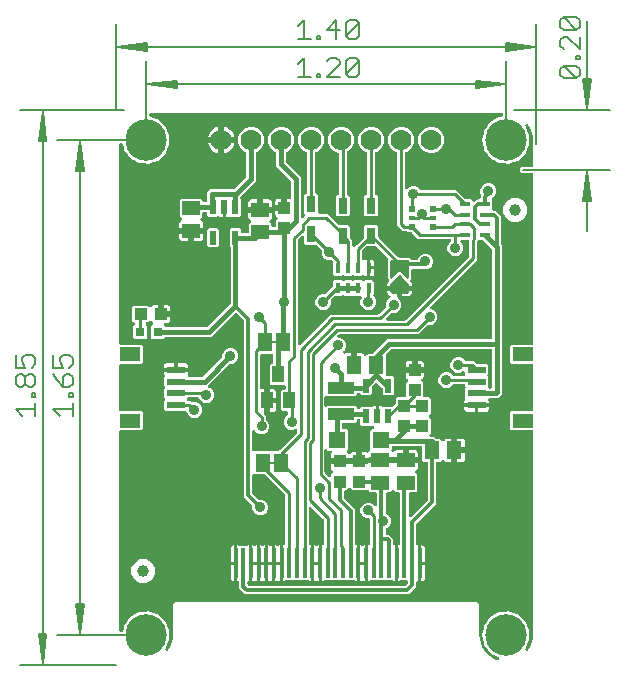
<source format=gbr>
G04 EAGLE Gerber RS-274X export*
G75*
%MOMM*%
%FSLAX34Y34*%
%LPD*%
%INTop Copper*%
%IPPOS*%
%AMOC8*
5,1,8,0,0,1.08239X$1,22.5*%
G01*
%ADD10C,0.130000*%
%ADD11C,0.152400*%
%ADD12R,1.500000X1.240000*%
%ADD13R,0.550000X1.200000*%
%ADD14R,1.000000X1.075000*%
%ADD15R,0.900000X0.450000*%
%ADD16R,0.500000X0.500000*%
%ADD17R,0.500000X0.400000*%
%ADD18C,3.516000*%
%ADD19R,1.550000X0.600000*%
%ADD20R,1.800000X1.200000*%
%ADD21C,1.000000*%
%ADD22R,0.800000X0.800000*%
%ADD23R,1.075000X1.000000*%
%ADD24R,1.000000X1.400000*%
%ADD25R,1.168400X1.600200*%
%ADD26R,0.635000X0.203200*%
%ADD27R,0.800000X1.350000*%
%ADD28C,1.778000*%
%ADD29R,1.240000X1.500000*%
%ADD30R,0.450000X0.900000*%
%ADD31C,0.381000*%
%ADD32R,0.350000X2.500000*%
%ADD33R,2.200000X1.016000*%
%ADD34R,1.400000X1.400000*%
%ADD35C,0.906400*%
%ADD36C,0.254000*%
%ADD37C,0.406400*%
%ADD38C,0.304800*%

G36*
X323242Y-46782D02*
X323242Y-46782D01*
X323375Y-46774D01*
X323400Y-46765D01*
X323427Y-46763D01*
X323551Y-46716D01*
X323677Y-46675D01*
X323700Y-46661D01*
X323725Y-46652D01*
X323834Y-46576D01*
X323946Y-46505D01*
X323964Y-46486D01*
X323986Y-46470D01*
X324073Y-46370D01*
X324164Y-46273D01*
X324176Y-46250D01*
X324194Y-46230D01*
X324253Y-46111D01*
X324317Y-45995D01*
X324324Y-45969D01*
X324335Y-45945D01*
X324363Y-45815D01*
X324396Y-45687D01*
X324396Y-45660D01*
X324402Y-45634D01*
X324396Y-45501D01*
X324397Y-45369D01*
X324390Y-45343D01*
X324389Y-45316D01*
X324351Y-45189D01*
X324318Y-45061D01*
X324305Y-45037D01*
X324297Y-45012D01*
X324228Y-44898D01*
X324165Y-44782D01*
X324147Y-44762D01*
X324133Y-44740D01*
X324038Y-44646D01*
X323947Y-44550D01*
X323925Y-44535D01*
X323906Y-44517D01*
X323772Y-44428D01*
X321015Y-42836D01*
X321013Y-42835D01*
X321010Y-42833D01*
X320866Y-42762D01*
X319090Y-42027D01*
X318493Y-41430D01*
X318426Y-41378D01*
X318365Y-41317D01*
X318251Y-41242D01*
X318242Y-41235D01*
X318238Y-41233D01*
X318231Y-41228D01*
X316729Y-40361D01*
X314939Y-37897D01*
X314926Y-37883D01*
X314916Y-37867D01*
X314809Y-37746D01*
X313573Y-36510D01*
X313157Y-35504D01*
X313122Y-35444D01*
X313097Y-35380D01*
X313011Y-35244D01*
X311808Y-33589D01*
X311247Y-30951D01*
X311236Y-30917D01*
X311231Y-30881D01*
X311179Y-30729D01*
X310587Y-29301D01*
X310587Y-27978D01*
X310581Y-27926D01*
X310583Y-27874D01*
X310560Y-27714D01*
X310068Y-25400D01*
X310560Y-23086D01*
X310564Y-23033D01*
X310577Y-22983D01*
X310587Y-22822D01*
X310587Y-21499D01*
X311179Y-20071D01*
X311188Y-20037D01*
X311204Y-20005D01*
X311247Y-19849D01*
X311808Y-17211D01*
X313011Y-15556D01*
X313044Y-15495D01*
X313086Y-15440D01*
X313157Y-15296D01*
X313573Y-14290D01*
X314809Y-13054D01*
X314821Y-13039D01*
X314836Y-13027D01*
X314939Y-12903D01*
X316729Y-10439D01*
X318231Y-9572D01*
X318299Y-9520D01*
X318373Y-9476D01*
X318475Y-9386D01*
X318484Y-9379D01*
X318487Y-9376D01*
X318493Y-9370D01*
X319090Y-8773D01*
X320866Y-8038D01*
X320868Y-8036D01*
X320871Y-8036D01*
X321015Y-7964D01*
X323979Y-6253D01*
X325398Y-6104D01*
X325497Y-6080D01*
X325599Y-6066D01*
X325687Y-6036D01*
X325708Y-6031D01*
X325720Y-6025D01*
X325751Y-6014D01*
X326299Y-5787D01*
X328343Y-5787D01*
X328360Y-5785D01*
X328476Y-5780D01*
X332304Y-5378D01*
X333373Y-5725D01*
X333490Y-5747D01*
X333605Y-5777D01*
X333665Y-5781D01*
X333685Y-5785D01*
X333706Y-5783D01*
X333765Y-5787D01*
X334101Y-5787D01*
X336009Y-6577D01*
X336030Y-6583D01*
X336103Y-6612D01*
X340266Y-7965D01*
X340878Y-8515D01*
X340989Y-8593D01*
X341097Y-8674D01*
X341127Y-8689D01*
X341139Y-8697D01*
X341159Y-8704D01*
X341241Y-8745D01*
X341310Y-8773D01*
X342605Y-10068D01*
X342619Y-10079D01*
X342653Y-10114D01*
X346487Y-13566D01*
X346700Y-14044D01*
X346779Y-14174D01*
X347050Y-14829D01*
X347055Y-14837D01*
X347063Y-14859D01*
X349892Y-21214D01*
X349892Y-29586D01*
X347063Y-35941D01*
X347060Y-35951D01*
X347050Y-35971D01*
X346794Y-36589D01*
X346775Y-36613D01*
X346770Y-36622D01*
X346768Y-36625D01*
X346763Y-36635D01*
X346700Y-36756D01*
X346585Y-37015D01*
X346577Y-37041D01*
X346564Y-37064D01*
X346531Y-37193D01*
X346493Y-37320D01*
X346492Y-37346D01*
X346485Y-37372D01*
X346485Y-37505D01*
X346479Y-37638D01*
X346485Y-37664D01*
X346485Y-37690D01*
X346518Y-37818D01*
X346545Y-37949D01*
X346557Y-37972D01*
X346564Y-37998D01*
X346628Y-38115D01*
X346687Y-38233D01*
X346704Y-38254D01*
X346717Y-38277D01*
X346808Y-38374D01*
X346894Y-38474D01*
X346916Y-38490D01*
X346935Y-38509D01*
X347046Y-38580D01*
X347156Y-38656D01*
X347180Y-38665D01*
X347203Y-38680D01*
X347329Y-38721D01*
X347454Y-38767D01*
X347480Y-38770D01*
X347505Y-38778D01*
X347637Y-38786D01*
X347770Y-38800D01*
X347796Y-38797D01*
X347823Y-38798D01*
X347953Y-38774D01*
X348084Y-38754D01*
X348109Y-38744D01*
X348135Y-38739D01*
X348255Y-38683D01*
X348378Y-38631D01*
X348399Y-38615D01*
X348423Y-38604D01*
X348526Y-38519D01*
X348631Y-38439D01*
X348648Y-38418D01*
X348668Y-38401D01*
X348771Y-38277D01*
X350464Y-35948D01*
X350521Y-35844D01*
X350585Y-35744D01*
X350607Y-35687D01*
X350617Y-35669D01*
X350622Y-35649D01*
X350644Y-35594D01*
X352731Y-29170D01*
X352744Y-29102D01*
X352767Y-29036D01*
X352790Y-28877D01*
X353055Y-25500D01*
X353054Y-25478D01*
X353059Y-25400D01*
X353059Y146848D01*
X353044Y146966D01*
X353037Y147085D01*
X353024Y147123D01*
X353019Y147164D01*
X352976Y147274D01*
X352939Y147387D01*
X352917Y147422D01*
X352902Y147459D01*
X352833Y147555D01*
X352769Y147656D01*
X352739Y147684D01*
X352716Y147717D01*
X352624Y147793D01*
X352537Y147874D01*
X352502Y147894D01*
X352471Y147919D01*
X352363Y147970D01*
X352259Y148028D01*
X352219Y148038D01*
X352183Y148055D01*
X352066Y148077D01*
X351951Y148107D01*
X351891Y148111D01*
X351871Y148115D01*
X351850Y148113D01*
X351790Y148117D01*
X334218Y148117D01*
X333027Y149308D01*
X333027Y162992D01*
X334218Y164183D01*
X351790Y164183D01*
X351908Y164198D01*
X352027Y164205D01*
X352065Y164218D01*
X352106Y164223D01*
X352216Y164266D01*
X352329Y164303D01*
X352364Y164325D01*
X352401Y164340D01*
X352497Y164409D01*
X352598Y164473D01*
X352626Y164503D01*
X352659Y164526D01*
X352735Y164618D01*
X352816Y164705D01*
X352836Y164740D01*
X352861Y164771D01*
X352912Y164879D01*
X352970Y164983D01*
X352980Y165023D01*
X352997Y165059D01*
X353019Y165176D01*
X353049Y165291D01*
X353053Y165351D01*
X353057Y165371D01*
X353055Y165392D01*
X353059Y165452D01*
X353059Y202848D01*
X353044Y202966D01*
X353037Y203085D01*
X353024Y203123D01*
X353019Y203164D01*
X352976Y203274D01*
X352939Y203387D01*
X352917Y203422D01*
X352902Y203459D01*
X352833Y203555D01*
X352769Y203656D01*
X352739Y203684D01*
X352716Y203717D01*
X352624Y203793D01*
X352537Y203874D01*
X352502Y203894D01*
X352471Y203919D01*
X352363Y203970D01*
X352259Y204028D01*
X352219Y204038D01*
X352183Y204055D01*
X352066Y204077D01*
X351951Y204107D01*
X351891Y204111D01*
X351871Y204115D01*
X351850Y204113D01*
X351790Y204117D01*
X334218Y204117D01*
X333027Y205308D01*
X333027Y218992D01*
X334218Y220183D01*
X351790Y220183D01*
X351908Y220198D01*
X352027Y220205D01*
X352065Y220218D01*
X352106Y220223D01*
X352216Y220266D01*
X352329Y220303D01*
X352364Y220325D01*
X352401Y220340D01*
X352497Y220409D01*
X352598Y220473D01*
X352626Y220503D01*
X352659Y220526D01*
X352735Y220618D01*
X352816Y220705D01*
X352836Y220740D01*
X352861Y220771D01*
X352912Y220879D01*
X352970Y220983D01*
X352980Y221023D01*
X352997Y221059D01*
X353019Y221176D01*
X353049Y221291D01*
X353053Y221351D01*
X353057Y221371D01*
X353055Y221392D01*
X353059Y221452D01*
X353059Y364348D01*
X353044Y364466D01*
X353037Y364585D01*
X353024Y364623D01*
X353019Y364664D01*
X352976Y364774D01*
X352939Y364887D01*
X352917Y364922D01*
X352902Y364959D01*
X352833Y365055D01*
X352769Y365156D01*
X352739Y365184D01*
X352716Y365217D01*
X352624Y365293D01*
X352537Y365374D01*
X352502Y365394D01*
X352471Y365419D01*
X352363Y365470D01*
X352259Y365528D01*
X352219Y365538D01*
X352183Y365555D01*
X352066Y365577D01*
X351951Y365607D01*
X351891Y365611D01*
X351871Y365615D01*
X351850Y365613D01*
X351790Y365617D01*
X343059Y365617D01*
X341487Y367189D01*
X341487Y369411D01*
X343059Y370983D01*
X351790Y370983D01*
X351908Y370998D01*
X352027Y371005D01*
X352065Y371018D01*
X352106Y371023D01*
X352216Y371066D01*
X352329Y371103D01*
X352364Y371125D01*
X352401Y371140D01*
X352497Y371209D01*
X352598Y371273D01*
X352626Y371303D01*
X352659Y371326D01*
X352735Y371418D01*
X352816Y371505D01*
X352836Y371540D01*
X352861Y371571D01*
X352912Y371679D01*
X352970Y371783D01*
X352980Y371823D01*
X352997Y371859D01*
X353019Y371976D01*
X353049Y372091D01*
X353053Y372151D01*
X353057Y372171D01*
X353055Y372192D01*
X353059Y372252D01*
X353059Y388111D01*
X353047Y388209D01*
X353044Y388308D01*
X353027Y388367D01*
X353019Y388427D01*
X352983Y388519D01*
X352955Y388614D01*
X352925Y388666D01*
X352917Y388685D01*
X352917Y395504D01*
X352915Y395526D01*
X352913Y395604D01*
X352790Y397177D01*
X352776Y397245D01*
X352771Y397314D01*
X352731Y397470D01*
X350644Y403894D01*
X350593Y404001D01*
X350550Y404112D01*
X350517Y404163D01*
X350509Y404182D01*
X350496Y404197D01*
X350464Y404248D01*
X348771Y406578D01*
X348753Y406597D01*
X348739Y406620D01*
X348644Y406713D01*
X348553Y406809D01*
X348531Y406824D01*
X348512Y406842D01*
X348397Y406909D01*
X348285Y406980D01*
X348259Y406988D01*
X348236Y407001D01*
X348108Y407037D01*
X347982Y407078D01*
X347956Y407080D01*
X347930Y407087D01*
X347797Y407090D01*
X347665Y407098D01*
X347639Y407093D01*
X347612Y407094D01*
X347483Y407064D01*
X347353Y407039D01*
X347328Y407027D01*
X347302Y407021D01*
X347185Y406960D01*
X347065Y406904D01*
X347044Y406887D01*
X347020Y406874D01*
X346922Y406785D01*
X346820Y406701D01*
X346804Y406679D01*
X346784Y406662D01*
X346710Y406551D01*
X346632Y406444D01*
X346623Y406419D01*
X346608Y406397D01*
X346564Y406272D01*
X346515Y406148D01*
X346512Y406122D01*
X346503Y406097D01*
X346492Y405964D01*
X346475Y405833D01*
X346478Y405806D01*
X346476Y405780D01*
X346498Y405649D01*
X346514Y405517D01*
X346524Y405492D01*
X346529Y405466D01*
X346585Y405315D01*
X346700Y405056D01*
X346779Y404926D01*
X347050Y404271D01*
X347055Y404262D01*
X347063Y404241D01*
X349892Y397886D01*
X349892Y389514D01*
X347063Y383159D01*
X347060Y383149D01*
X347050Y383129D01*
X346794Y382511D01*
X346775Y382487D01*
X346770Y382479D01*
X346768Y382475D01*
X346763Y382464D01*
X346700Y382344D01*
X346487Y381866D01*
X342653Y378414D01*
X342641Y378400D01*
X342605Y378368D01*
X341310Y377073D01*
X341241Y377045D01*
X341155Y376996D01*
X341107Y376977D01*
X341070Y376950D01*
X341004Y376915D01*
X340977Y376894D01*
X340965Y376887D01*
X340950Y376872D01*
X340878Y376815D01*
X340266Y376265D01*
X336102Y374912D01*
X336083Y374903D01*
X336009Y374877D01*
X334101Y374087D01*
X333765Y374087D01*
X333647Y374072D01*
X333529Y374065D01*
X333470Y374050D01*
X333450Y374047D01*
X333431Y374040D01*
X333373Y374025D01*
X332304Y373678D01*
X328476Y374080D01*
X328458Y374080D01*
X328343Y374087D01*
X326299Y374087D01*
X325751Y374314D01*
X325652Y374341D01*
X325557Y374377D01*
X325465Y374392D01*
X325444Y374398D01*
X325431Y374398D01*
X325398Y374404D01*
X323979Y374553D01*
X321015Y376264D01*
X321013Y376265D01*
X321010Y376267D01*
X320866Y376338D01*
X319090Y377073D01*
X318493Y377670D01*
X318426Y377722D01*
X318365Y377783D01*
X318251Y377858D01*
X318242Y377865D01*
X318238Y377867D01*
X318231Y377872D01*
X316729Y378739D01*
X314939Y381203D01*
X314926Y381217D01*
X314916Y381233D01*
X314809Y381354D01*
X313573Y382590D01*
X313157Y383596D01*
X313122Y383656D01*
X313097Y383720D01*
X313011Y383856D01*
X311808Y385511D01*
X311247Y388149D01*
X311236Y388183D01*
X311231Y388219D01*
X311179Y388371D01*
X310587Y389799D01*
X310587Y391122D01*
X310581Y391174D01*
X310583Y391226D01*
X310560Y391386D01*
X310068Y393700D01*
X310560Y396014D01*
X310564Y396067D01*
X310577Y396117D01*
X310587Y396278D01*
X310587Y397601D01*
X311179Y399029D01*
X311188Y399063D01*
X311204Y399095D01*
X311247Y399251D01*
X311808Y401889D01*
X313011Y403544D01*
X313044Y403605D01*
X313086Y403660D01*
X313157Y403804D01*
X313573Y404810D01*
X314809Y406046D01*
X314821Y406061D01*
X314836Y406073D01*
X314939Y406197D01*
X316729Y408661D01*
X318231Y409528D01*
X318299Y409580D01*
X318373Y409624D01*
X318475Y409714D01*
X318484Y409721D01*
X318487Y409724D01*
X318493Y409730D01*
X319090Y410327D01*
X320866Y411062D01*
X320868Y411064D01*
X320871Y411064D01*
X321015Y411136D01*
X323979Y412847D01*
X325398Y412996D01*
X325498Y413020D01*
X325599Y413034D01*
X325687Y413064D01*
X325708Y413069D01*
X325720Y413075D01*
X325751Y413086D01*
X326321Y413322D01*
X326366Y413328D01*
X326485Y413335D01*
X326523Y413348D01*
X326564Y413353D01*
X326674Y413396D01*
X326787Y413433D01*
X326822Y413455D01*
X326859Y413470D01*
X326955Y413539D01*
X327056Y413603D01*
X327084Y413633D01*
X327117Y413656D01*
X327193Y413748D01*
X327274Y413835D01*
X327294Y413870D01*
X327319Y413901D01*
X327370Y414009D01*
X327428Y414113D01*
X327438Y414153D01*
X327455Y414189D01*
X327477Y414306D01*
X327507Y414421D01*
X327511Y414481D01*
X327515Y414501D01*
X327513Y414522D01*
X327517Y414582D01*
X327517Y415290D01*
X327502Y415408D01*
X327495Y415527D01*
X327482Y415565D01*
X327477Y415606D01*
X327434Y415716D01*
X327397Y415829D01*
X327375Y415864D01*
X327360Y415901D01*
X327291Y415997D01*
X327227Y416098D01*
X327197Y416126D01*
X327174Y416159D01*
X327082Y416235D01*
X326995Y416316D01*
X326960Y416336D01*
X326929Y416361D01*
X326821Y416412D01*
X326717Y416470D01*
X326677Y416480D01*
X326641Y416497D01*
X326524Y416519D01*
X326409Y416549D01*
X326349Y416553D01*
X326329Y416557D01*
X326308Y416555D01*
X326248Y416559D01*
X29352Y416559D01*
X29234Y416544D01*
X29115Y416537D01*
X29077Y416524D01*
X29036Y416519D01*
X28926Y416476D01*
X28813Y416439D01*
X28778Y416417D01*
X28741Y416402D01*
X28645Y416333D01*
X28544Y416269D01*
X28516Y416239D01*
X28483Y416216D01*
X28407Y416124D01*
X28326Y416037D01*
X28306Y416002D01*
X28281Y415971D01*
X28230Y415863D01*
X28172Y415759D01*
X28162Y415719D01*
X28145Y415683D01*
X28123Y415566D01*
X28093Y415451D01*
X28089Y415391D01*
X28085Y415371D01*
X28087Y415350D01*
X28083Y415290D01*
X28083Y414582D01*
X28098Y414464D01*
X28105Y414345D01*
X28118Y414307D01*
X28123Y414266D01*
X28166Y414156D01*
X28203Y414043D01*
X28225Y414008D01*
X28240Y413971D01*
X28309Y413875D01*
X28373Y413774D01*
X28403Y413746D01*
X28426Y413713D01*
X28518Y413637D01*
X28605Y413556D01*
X28640Y413536D01*
X28671Y413511D01*
X28779Y413460D01*
X28883Y413402D01*
X28923Y413392D01*
X28959Y413375D01*
X29076Y413353D01*
X29191Y413323D01*
X29251Y413319D01*
X29271Y413315D01*
X29292Y413317D01*
X31209Y412522D01*
X31230Y412517D01*
X31303Y412488D01*
X35466Y411135D01*
X36078Y410585D01*
X36189Y410507D01*
X36297Y410426D01*
X36327Y410411D01*
X36339Y410403D01*
X36359Y410396D01*
X36441Y410355D01*
X36510Y410327D01*
X37805Y409032D01*
X37819Y409021D01*
X37853Y408986D01*
X41687Y405534D01*
X41900Y405056D01*
X41979Y404926D01*
X42250Y404271D01*
X42255Y404262D01*
X42263Y404241D01*
X45092Y397886D01*
X45092Y389514D01*
X42263Y383159D01*
X42260Y383149D01*
X42250Y383129D01*
X41994Y382511D01*
X41975Y382487D01*
X41970Y382479D01*
X41968Y382475D01*
X41963Y382464D01*
X41900Y382344D01*
X41687Y381866D01*
X37853Y378414D01*
X37841Y378400D01*
X37805Y378368D01*
X36510Y377073D01*
X36441Y377045D01*
X36355Y376996D01*
X36307Y376977D01*
X36270Y376950D01*
X36204Y376915D01*
X36177Y376894D01*
X36165Y376887D01*
X36150Y376872D01*
X36078Y376815D01*
X35466Y376265D01*
X31302Y374912D01*
X31283Y374903D01*
X31209Y374877D01*
X29301Y374087D01*
X28965Y374087D01*
X28847Y374072D01*
X28729Y374065D01*
X28670Y374050D01*
X28650Y374047D01*
X28631Y374040D01*
X28573Y374025D01*
X27504Y373678D01*
X23676Y374080D01*
X23658Y374080D01*
X23543Y374087D01*
X21499Y374087D01*
X20951Y374314D01*
X20852Y374341D01*
X20757Y374377D01*
X20665Y374392D01*
X20644Y374398D01*
X20631Y374398D01*
X20598Y374404D01*
X19179Y374553D01*
X16215Y376264D01*
X16213Y376265D01*
X16210Y376267D01*
X16066Y376338D01*
X14290Y377073D01*
X13693Y377670D01*
X13626Y377722D01*
X13565Y377783D01*
X13451Y377858D01*
X13442Y377865D01*
X13438Y377867D01*
X13431Y377872D01*
X11929Y378739D01*
X10139Y381203D01*
X10126Y381217D01*
X10116Y381233D01*
X10009Y381354D01*
X8773Y382590D01*
X8357Y383596D01*
X8322Y383656D01*
X8297Y383720D01*
X8211Y383856D01*
X7008Y385511D01*
X6447Y388149D01*
X6436Y388183D01*
X6431Y388219D01*
X6379Y388371D01*
X5778Y389821D01*
X5772Y389866D01*
X5765Y389985D01*
X5752Y390023D01*
X5747Y390064D01*
X5704Y390174D01*
X5667Y390287D01*
X5645Y390322D01*
X5630Y390359D01*
X5561Y390455D01*
X5497Y390556D01*
X5467Y390584D01*
X5444Y390617D01*
X5352Y390693D01*
X5265Y390774D01*
X5230Y390794D01*
X5199Y390819D01*
X5091Y390870D01*
X4987Y390928D01*
X4947Y390938D01*
X4911Y390955D01*
X4794Y390977D01*
X4679Y391007D01*
X4619Y391011D01*
X4599Y391015D01*
X4578Y391013D01*
X4518Y391017D01*
X3810Y391017D01*
X3692Y391002D01*
X3573Y390995D01*
X3535Y390982D01*
X3494Y390977D01*
X3384Y390934D01*
X3271Y390897D01*
X3236Y390875D01*
X3199Y390860D01*
X3103Y390791D01*
X3002Y390727D01*
X2974Y390697D01*
X2941Y390674D01*
X2865Y390582D01*
X2784Y390495D01*
X2764Y390460D01*
X2739Y390429D01*
X2688Y390321D01*
X2630Y390217D01*
X2620Y390177D01*
X2603Y390141D01*
X2581Y390024D01*
X2551Y389909D01*
X2547Y389849D01*
X2543Y389829D01*
X2545Y389808D01*
X2541Y389748D01*
X2541Y221452D01*
X2556Y221334D01*
X2563Y221215D01*
X2576Y221177D01*
X2581Y221136D01*
X2624Y221026D01*
X2661Y220913D01*
X2683Y220878D01*
X2698Y220841D01*
X2767Y220745D01*
X2831Y220644D01*
X2861Y220616D01*
X2884Y220583D01*
X2976Y220507D01*
X3063Y220426D01*
X3098Y220406D01*
X3129Y220381D01*
X3237Y220330D01*
X3341Y220272D01*
X3381Y220262D01*
X3417Y220245D01*
X3534Y220223D01*
X3649Y220193D01*
X3709Y220189D01*
X3729Y220185D01*
X3750Y220187D01*
X3810Y220183D01*
X21382Y220183D01*
X22573Y218992D01*
X22573Y205308D01*
X21382Y204117D01*
X3810Y204117D01*
X3692Y204102D01*
X3573Y204095D01*
X3535Y204082D01*
X3494Y204077D01*
X3384Y204034D01*
X3271Y203997D01*
X3236Y203975D01*
X3199Y203960D01*
X3103Y203891D01*
X3002Y203827D01*
X2974Y203797D01*
X2941Y203774D01*
X2865Y203682D01*
X2784Y203595D01*
X2764Y203560D01*
X2739Y203529D01*
X2688Y203421D01*
X2630Y203317D01*
X2620Y203277D01*
X2603Y203241D01*
X2581Y203124D01*
X2551Y203009D01*
X2547Y202949D01*
X2543Y202929D01*
X2545Y202908D01*
X2541Y202848D01*
X2541Y165452D01*
X2556Y165334D01*
X2563Y165215D01*
X2576Y165177D01*
X2581Y165136D01*
X2624Y165026D01*
X2661Y164913D01*
X2683Y164878D01*
X2698Y164841D01*
X2767Y164745D01*
X2831Y164644D01*
X2861Y164616D01*
X2884Y164583D01*
X2976Y164507D01*
X3063Y164426D01*
X3098Y164406D01*
X3129Y164381D01*
X3237Y164330D01*
X3341Y164272D01*
X3381Y164262D01*
X3417Y164245D01*
X3534Y164223D01*
X3649Y164193D01*
X3709Y164189D01*
X3729Y164185D01*
X3750Y164187D01*
X3810Y164183D01*
X21382Y164183D01*
X22573Y162992D01*
X22573Y149308D01*
X21382Y148117D01*
X3810Y148117D01*
X3692Y148102D01*
X3573Y148095D01*
X3535Y148082D01*
X3494Y148077D01*
X3384Y148034D01*
X3271Y147997D01*
X3236Y147975D01*
X3199Y147960D01*
X3103Y147891D01*
X3002Y147827D01*
X2974Y147797D01*
X2941Y147774D01*
X2865Y147682D01*
X2784Y147595D01*
X2764Y147560D01*
X2739Y147529D01*
X2688Y147421D01*
X2630Y147317D01*
X2620Y147277D01*
X2603Y147241D01*
X2581Y147124D01*
X2551Y147009D01*
X2547Y146949D01*
X2543Y146929D01*
X2545Y146908D01*
X2541Y146848D01*
X2541Y-21448D01*
X2556Y-21566D01*
X2563Y-21685D01*
X2576Y-21723D01*
X2581Y-21764D01*
X2624Y-21874D01*
X2661Y-21987D01*
X2683Y-22022D01*
X2698Y-22059D01*
X2767Y-22155D01*
X2831Y-22256D01*
X2861Y-22284D01*
X2884Y-22317D01*
X2976Y-22393D01*
X3063Y-22474D01*
X3098Y-22494D01*
X3129Y-22519D01*
X3237Y-22570D01*
X3341Y-22628D01*
X3381Y-22638D01*
X3417Y-22655D01*
X3534Y-22677D01*
X3649Y-22707D01*
X3709Y-22711D01*
X3729Y-22715D01*
X3750Y-22713D01*
X3810Y-22717D01*
X4518Y-22717D01*
X4636Y-22702D01*
X4755Y-22695D01*
X4793Y-22682D01*
X4834Y-22677D01*
X4944Y-22634D01*
X5057Y-22597D01*
X5092Y-22575D01*
X5129Y-22560D01*
X5225Y-22491D01*
X5326Y-22427D01*
X5354Y-22397D01*
X5387Y-22374D01*
X5463Y-22282D01*
X5544Y-22195D01*
X5564Y-22160D01*
X5589Y-22129D01*
X5640Y-22021D01*
X5698Y-21917D01*
X5708Y-21877D01*
X5725Y-21841D01*
X5747Y-21724D01*
X5777Y-21609D01*
X5781Y-21549D01*
X5785Y-21529D01*
X5783Y-21508D01*
X6379Y-20071D01*
X6388Y-20037D01*
X6404Y-20005D01*
X6447Y-19849D01*
X7008Y-17211D01*
X8211Y-15556D01*
X8244Y-15495D01*
X8286Y-15440D01*
X8357Y-15296D01*
X8773Y-14290D01*
X10009Y-13054D01*
X10021Y-13039D01*
X10036Y-13027D01*
X10139Y-12903D01*
X11929Y-10439D01*
X13431Y-9572D01*
X13499Y-9520D01*
X13573Y-9476D01*
X13675Y-9386D01*
X13684Y-9379D01*
X13687Y-9376D01*
X13693Y-9370D01*
X14290Y-8773D01*
X16066Y-8038D01*
X16068Y-8036D01*
X16071Y-8036D01*
X16215Y-7964D01*
X19179Y-6253D01*
X20598Y-6104D01*
X20697Y-6080D01*
X20799Y-6066D01*
X20887Y-6036D01*
X20908Y-6031D01*
X20920Y-6025D01*
X20951Y-6014D01*
X21499Y-5787D01*
X23543Y-5787D01*
X23560Y-5785D01*
X23676Y-5780D01*
X27504Y-5378D01*
X28573Y-5725D01*
X28690Y-5747D01*
X28805Y-5777D01*
X28865Y-5781D01*
X28885Y-5785D01*
X28906Y-5783D01*
X28965Y-5787D01*
X29301Y-5787D01*
X31209Y-6577D01*
X31230Y-6583D01*
X31303Y-6612D01*
X35466Y-7965D01*
X36078Y-8515D01*
X36189Y-8593D01*
X36297Y-8674D01*
X36327Y-8689D01*
X36339Y-8697D01*
X36359Y-8704D01*
X36441Y-8745D01*
X36510Y-8773D01*
X37805Y-10068D01*
X37819Y-10079D01*
X37853Y-10114D01*
X41687Y-13566D01*
X41900Y-14044D01*
X41979Y-14174D01*
X42250Y-14829D01*
X42255Y-14837D01*
X42263Y-14859D01*
X45092Y-21214D01*
X45092Y-29586D01*
X42263Y-35941D01*
X42260Y-35951D01*
X42250Y-35971D01*
X41994Y-36589D01*
X41975Y-36613D01*
X41970Y-36622D01*
X41968Y-36625D01*
X41963Y-36635D01*
X41900Y-36756D01*
X41785Y-37015D01*
X41777Y-37041D01*
X41764Y-37064D01*
X41731Y-37193D01*
X41693Y-37320D01*
X41692Y-37346D01*
X41685Y-37372D01*
X41685Y-37505D01*
X41679Y-37637D01*
X41685Y-37664D01*
X41685Y-37690D01*
X41718Y-37819D01*
X41745Y-37949D01*
X41757Y-37972D01*
X41764Y-37998D01*
X41828Y-38114D01*
X41887Y-38233D01*
X41904Y-38254D01*
X41917Y-38277D01*
X42007Y-38374D01*
X42094Y-38474D01*
X42116Y-38490D01*
X42134Y-38509D01*
X42246Y-38580D01*
X42355Y-38656D01*
X42380Y-38665D01*
X42403Y-38680D01*
X42529Y-38721D01*
X42653Y-38767D01*
X42680Y-38770D01*
X42705Y-38778D01*
X42838Y-38786D01*
X42970Y-38800D01*
X42996Y-38797D01*
X43023Y-38798D01*
X43153Y-38774D01*
X43284Y-38754D01*
X43309Y-38744D01*
X43335Y-38739D01*
X43455Y-38683D01*
X43578Y-38631D01*
X43599Y-38615D01*
X43623Y-38604D01*
X43725Y-38519D01*
X43831Y-38439D01*
X43848Y-38418D01*
X43868Y-38402D01*
X43971Y-38278D01*
X45664Y-35948D01*
X45721Y-35844D01*
X45785Y-35744D01*
X45807Y-35687D01*
X45817Y-35669D01*
X45822Y-35649D01*
X45844Y-35594D01*
X47931Y-29170D01*
X47944Y-29102D01*
X47967Y-29036D01*
X47990Y-28877D01*
X48255Y-25500D01*
X48254Y-25478D01*
X48259Y-25400D01*
X48259Y1052D01*
X49748Y2541D01*
X305852Y2541D01*
X307341Y1052D01*
X307341Y-25400D01*
X307343Y-25422D01*
X307345Y-25500D01*
X307610Y-28877D01*
X307624Y-28945D01*
X307629Y-29014D01*
X307669Y-29170D01*
X309756Y-35594D01*
X309806Y-35701D01*
X309850Y-35812D01*
X309883Y-35863D01*
X309891Y-35882D01*
X309904Y-35897D01*
X309936Y-35948D01*
X313907Y-41412D01*
X313988Y-41499D01*
X314064Y-41591D01*
X314110Y-41629D01*
X314124Y-41644D01*
X314142Y-41655D01*
X314188Y-41693D01*
X319129Y-45283D01*
X319129Y-45284D01*
X319652Y-45664D01*
X319756Y-45721D01*
X319856Y-45785D01*
X319913Y-45807D01*
X319931Y-45817D01*
X319951Y-45822D01*
X320006Y-45844D01*
X322745Y-46734D01*
X322771Y-46739D01*
X322796Y-46749D01*
X322927Y-46769D01*
X323057Y-46793D01*
X323084Y-46792D01*
X323110Y-46796D01*
X323242Y-46782D01*
G37*
%LPC*%
G36*
X109017Y9143D02*
X109017Y9143D01*
X104013Y14147D01*
X104013Y19130D01*
X103998Y19248D01*
X103991Y19367D01*
X103978Y19405D01*
X103973Y19446D01*
X103930Y19556D01*
X103893Y19669D01*
X103871Y19704D01*
X103856Y19741D01*
X103787Y19837D01*
X103723Y19938D01*
X103693Y19966D01*
X103670Y19999D01*
X103578Y20075D01*
X103491Y20156D01*
X103456Y20176D01*
X103425Y20201D01*
X103317Y20252D01*
X103213Y20310D01*
X103173Y20320D01*
X103137Y20337D01*
X103020Y20359D01*
X102905Y20389D01*
X102845Y20393D01*
X102825Y20397D01*
X102804Y20395D01*
X102744Y20399D01*
X102339Y20399D01*
X102339Y35440D01*
X102339Y50481D01*
X103154Y50481D01*
X103801Y50308D01*
X104086Y50143D01*
X104171Y50107D01*
X104252Y50062D01*
X104317Y50046D01*
X104379Y50020D01*
X104471Y50006D01*
X104560Y49983D01*
X104677Y49976D01*
X104694Y49973D01*
X104702Y49974D01*
X104721Y49973D01*
X110419Y49973D01*
X110511Y49984D01*
X110603Y49986D01*
X110668Y50004D01*
X110735Y50013D01*
X110821Y50047D01*
X110910Y50071D01*
X111015Y50123D01*
X111030Y50130D01*
X111037Y50135D01*
X111054Y50143D01*
X111339Y50308D01*
X111986Y50481D01*
X112801Y50481D01*
X112801Y35440D01*
X112801Y20399D01*
X112396Y20399D01*
X112278Y20384D01*
X112159Y20377D01*
X112121Y20364D01*
X112080Y20359D01*
X111970Y20316D01*
X111857Y20279D01*
X111822Y20257D01*
X111785Y20242D01*
X111689Y20173D01*
X111588Y20109D01*
X111560Y20079D01*
X111527Y20056D01*
X111451Y19964D01*
X111370Y19877D01*
X111350Y19842D01*
X111325Y19811D01*
X111274Y19703D01*
X111216Y19599D01*
X111206Y19559D01*
X111189Y19523D01*
X111167Y19406D01*
X111137Y19291D01*
X111133Y19231D01*
X111129Y19211D01*
X111131Y19190D01*
X111127Y19130D01*
X111127Y17619D01*
X111139Y17521D01*
X111142Y17422D01*
X111159Y17364D01*
X111167Y17303D01*
X111203Y17211D01*
X111231Y17116D01*
X111261Y17064D01*
X111284Y17008D01*
X111342Y16928D01*
X111392Y16842D01*
X111458Y16767D01*
X111470Y16750D01*
X111480Y16743D01*
X111498Y16721D01*
X111591Y16628D01*
X111670Y16568D01*
X111742Y16500D01*
X111795Y16471D01*
X111843Y16434D01*
X111934Y16394D01*
X112020Y16346D01*
X112079Y16331D01*
X112135Y16307D01*
X112233Y16292D01*
X112328Y16267D01*
X112428Y16261D01*
X112449Y16257D01*
X112461Y16259D01*
X112489Y16257D01*
X244381Y16257D01*
X244479Y16269D01*
X244578Y16272D01*
X244636Y16289D01*
X244697Y16297D01*
X244789Y16333D01*
X244884Y16361D01*
X244936Y16391D01*
X244992Y16414D01*
X245072Y16472D01*
X245158Y16522D01*
X245233Y16588D01*
X245250Y16600D01*
X245257Y16610D01*
X245279Y16628D01*
X246642Y17991D01*
X246702Y18070D01*
X246770Y18142D01*
X246799Y18195D01*
X246836Y18243D01*
X246876Y18334D01*
X246924Y18420D01*
X246939Y18479D01*
X246963Y18535D01*
X246978Y18633D01*
X247003Y18728D01*
X247009Y18828D01*
X247013Y18849D01*
X247011Y18861D01*
X247013Y18889D01*
X247013Y19638D01*
X246998Y19756D01*
X246991Y19875D01*
X246978Y19913D01*
X246973Y19954D01*
X246930Y20064D01*
X246893Y20177D01*
X246871Y20212D01*
X246856Y20249D01*
X246787Y20345D01*
X246723Y20446D01*
X246693Y20474D01*
X246670Y20507D01*
X246578Y20583D01*
X246491Y20664D01*
X246456Y20684D01*
X246425Y20709D01*
X246317Y20760D01*
X246213Y20818D01*
X246173Y20828D01*
X246137Y20845D01*
X246020Y20867D01*
X245905Y20897D01*
X245845Y20901D01*
X245825Y20905D01*
X245804Y20903D01*
X245744Y20907D01*
X241221Y20907D01*
X241129Y20896D01*
X241037Y20894D01*
X240972Y20876D01*
X240905Y20867D01*
X240819Y20833D01*
X240730Y20809D01*
X240625Y20757D01*
X240610Y20750D01*
X240603Y20745D01*
X240586Y20737D01*
X240301Y20572D01*
X239654Y20399D01*
X238839Y20399D01*
X238839Y35440D01*
X238839Y50481D01*
X239244Y50481D01*
X239362Y50496D01*
X239481Y50503D01*
X239519Y50516D01*
X239560Y50521D01*
X239670Y50564D01*
X239783Y50601D01*
X239818Y50623D01*
X239855Y50638D01*
X239951Y50707D01*
X240052Y50771D01*
X240080Y50801D01*
X240113Y50824D01*
X240189Y50916D01*
X240270Y51003D01*
X240290Y51038D01*
X240315Y51069D01*
X240366Y51177D01*
X240424Y51281D01*
X240434Y51321D01*
X240451Y51357D01*
X240473Y51474D01*
X240503Y51589D01*
X240507Y51649D01*
X240511Y51669D01*
X240509Y51690D01*
X240513Y51750D01*
X240513Y94028D01*
X240498Y94146D01*
X240491Y94265D01*
X240478Y94303D01*
X240473Y94344D01*
X240430Y94454D01*
X240393Y94567D01*
X240371Y94602D01*
X240356Y94639D01*
X240287Y94735D01*
X240223Y94836D01*
X240193Y94864D01*
X240170Y94897D01*
X240078Y94973D01*
X239991Y95054D01*
X239956Y95074D01*
X239925Y95099D01*
X239817Y95150D01*
X239713Y95208D01*
X239673Y95218D01*
X239637Y95235D01*
X239520Y95257D01*
X239405Y95287D01*
X239345Y95291D01*
X239325Y95295D01*
X239304Y95293D01*
X239244Y95297D01*
X236768Y95297D01*
X235213Y96853D01*
X235118Y96926D01*
X235029Y97005D01*
X234993Y97023D01*
X234961Y97048D01*
X234852Y97095D01*
X234746Y97149D01*
X234707Y97158D01*
X234669Y97174D01*
X234552Y97193D01*
X234436Y97219D01*
X234395Y97218D01*
X234355Y97224D01*
X234237Y97213D01*
X234118Y97209D01*
X234079Y97198D01*
X234039Y97194D01*
X233926Y97154D01*
X233812Y97121D01*
X233778Y97100D01*
X233739Y97087D01*
X233641Y97020D01*
X233538Y96959D01*
X233493Y96919D01*
X233476Y96908D01*
X233463Y96893D01*
X233418Y96853D01*
X231862Y95297D01*
X229396Y95297D01*
X229278Y95282D01*
X229159Y95275D01*
X229121Y95262D01*
X229080Y95257D01*
X228970Y95214D01*
X228857Y95177D01*
X228822Y95155D01*
X228785Y95140D01*
X228689Y95071D01*
X228588Y95007D01*
X228560Y94977D01*
X228527Y94954D01*
X228451Y94862D01*
X228370Y94775D01*
X228350Y94740D01*
X228325Y94709D01*
X228274Y94601D01*
X228216Y94497D01*
X228206Y94457D01*
X228189Y94421D01*
X228167Y94304D01*
X228137Y94189D01*
X228133Y94129D01*
X228129Y94109D01*
X228131Y94088D01*
X228127Y94028D01*
X228127Y78153D01*
X228130Y78124D01*
X228128Y78094D01*
X228150Y77966D01*
X228167Y77837D01*
X228177Y77810D01*
X228182Y77781D01*
X228236Y77662D01*
X228284Y77542D01*
X228301Y77518D01*
X228313Y77491D01*
X228394Y77390D01*
X228470Y77284D01*
X228493Y77266D01*
X228512Y77243D01*
X228615Y77164D01*
X228715Y77082D01*
X228742Y77069D01*
X228766Y77051D01*
X228910Y76980D01*
X229623Y76685D01*
X231469Y74839D01*
X232469Y72426D01*
X232469Y69814D01*
X231469Y67401D01*
X229623Y65555D01*
X228910Y65260D01*
X228885Y65245D01*
X228857Y65236D01*
X228747Y65166D01*
X228634Y65102D01*
X228613Y65082D01*
X228588Y65066D01*
X228499Y64971D01*
X228406Y64881D01*
X228390Y64856D01*
X228370Y64834D01*
X228307Y64720D01*
X228239Y64610D01*
X228231Y64581D01*
X228216Y64556D01*
X228184Y64430D01*
X228146Y64306D01*
X228144Y64276D01*
X228137Y64248D01*
X228127Y64087D01*
X228127Y60706D01*
X228142Y60588D01*
X228149Y60469D01*
X228162Y60431D01*
X228167Y60390D01*
X228210Y60280D01*
X228247Y60167D01*
X228269Y60132D01*
X228284Y60095D01*
X228353Y59999D01*
X228417Y59898D01*
X228447Y59870D01*
X228470Y59837D01*
X228562Y59761D01*
X228649Y59680D01*
X228684Y59660D01*
X228715Y59635D01*
X228823Y59584D01*
X228927Y59526D01*
X228967Y59516D01*
X229003Y59499D01*
X229120Y59477D01*
X229235Y59447D01*
X229295Y59443D01*
X229315Y59439D01*
X229336Y59441D01*
X229396Y59437D01*
X231343Y59437D01*
X234627Y56153D01*
X234627Y51750D01*
X234642Y51632D01*
X234649Y51513D01*
X234662Y51475D01*
X234667Y51434D01*
X234710Y51324D01*
X234747Y51211D01*
X234769Y51176D01*
X234784Y51139D01*
X234854Y51042D01*
X234917Y50942D01*
X234947Y50914D01*
X234970Y50881D01*
X235062Y50805D01*
X235149Y50724D01*
X235184Y50704D01*
X235215Y50679D01*
X235323Y50628D01*
X235427Y50570D01*
X235467Y50560D01*
X235503Y50543D01*
X235620Y50521D01*
X235735Y50491D01*
X235795Y50487D01*
X235815Y50483D01*
X235836Y50485D01*
X235896Y50481D01*
X236301Y50481D01*
X236301Y35440D01*
X236301Y20399D01*
X235486Y20399D01*
X234839Y20572D01*
X234554Y20737D01*
X234469Y20773D01*
X234388Y20818D01*
X234323Y20834D01*
X234261Y20860D01*
X234169Y20874D01*
X234080Y20897D01*
X233963Y20904D01*
X233946Y20907D01*
X233938Y20906D01*
X233919Y20907D01*
X228363Y20907D01*
X228357Y20910D01*
X228251Y20964D01*
X228212Y20973D01*
X228175Y20989D01*
X228057Y21008D01*
X227941Y21034D01*
X227900Y21033D01*
X227860Y21039D01*
X227742Y21028D01*
X227623Y21024D01*
X227584Y21013D01*
X227544Y21009D01*
X227432Y20969D01*
X227317Y20936D01*
X227283Y20915D01*
X227260Y20907D01*
X221863Y20907D01*
X221857Y20910D01*
X221751Y20964D01*
X221712Y20973D01*
X221675Y20989D01*
X221557Y21008D01*
X221441Y21034D01*
X221400Y21033D01*
X221360Y21039D01*
X221242Y21028D01*
X221123Y21024D01*
X221084Y21013D01*
X221044Y21009D01*
X220932Y20969D01*
X220817Y20936D01*
X220783Y20915D01*
X220760Y20907D01*
X215221Y20907D01*
X215129Y20896D01*
X215037Y20894D01*
X214972Y20876D01*
X214905Y20867D01*
X214819Y20833D01*
X214730Y20809D01*
X214625Y20757D01*
X214610Y20750D01*
X214603Y20745D01*
X214586Y20737D01*
X214301Y20572D01*
X213654Y20399D01*
X212839Y20399D01*
X212839Y35440D01*
X212839Y50481D01*
X213498Y50481D01*
X213616Y50496D01*
X213735Y50503D01*
X213773Y50516D01*
X213814Y50521D01*
X213924Y50564D01*
X214037Y50601D01*
X214072Y50623D01*
X214109Y50638D01*
X214205Y50707D01*
X214306Y50771D01*
X214334Y50801D01*
X214367Y50824D01*
X214443Y50916D01*
X214524Y51003D01*
X214544Y51038D01*
X214569Y51069D01*
X214620Y51177D01*
X214678Y51281D01*
X214688Y51321D01*
X214705Y51357D01*
X214727Y51474D01*
X214757Y51589D01*
X214761Y51649D01*
X214765Y51669D01*
X214763Y51690D01*
X214767Y51750D01*
X214767Y72176D01*
X214752Y72294D01*
X214745Y72413D01*
X214732Y72451D01*
X214727Y72492D01*
X214684Y72602D01*
X214647Y72715D01*
X214625Y72750D01*
X214610Y72787D01*
X214541Y72883D01*
X214477Y72984D01*
X214447Y73012D01*
X214424Y73045D01*
X214332Y73121D01*
X214245Y73202D01*
X214210Y73222D01*
X214179Y73247D01*
X214071Y73298D01*
X213967Y73356D01*
X213927Y73366D01*
X213891Y73383D01*
X213774Y73405D01*
X213659Y73435D01*
X213599Y73439D01*
X213579Y73443D01*
X213558Y73441D01*
X213498Y73445D01*
X212054Y73445D01*
X209641Y74445D01*
X207795Y76291D01*
X206795Y78704D01*
X206795Y81316D01*
X207795Y83729D01*
X209641Y85575D01*
X212054Y86575D01*
X214666Y86575D01*
X217079Y85575D01*
X218847Y83807D01*
X218956Y83722D01*
X219063Y83634D01*
X219082Y83625D01*
X219098Y83612D01*
X219226Y83557D01*
X219351Y83498D01*
X219371Y83494D01*
X219390Y83486D01*
X219528Y83464D01*
X219664Y83438D01*
X219684Y83439D01*
X219704Y83436D01*
X219843Y83449D01*
X219981Y83458D01*
X220000Y83464D01*
X220020Y83466D01*
X220152Y83513D01*
X220283Y83556D01*
X220301Y83567D01*
X220320Y83574D01*
X220435Y83652D01*
X220552Y83726D01*
X220566Y83741D01*
X220583Y83752D01*
X220675Y83856D01*
X220770Y83958D01*
X220780Y83975D01*
X220793Y83991D01*
X220857Y84115D01*
X220924Y84236D01*
X220929Y84256D01*
X220938Y84274D01*
X220968Y84410D01*
X221003Y84544D01*
X221005Y84572D01*
X221008Y84584D01*
X221007Y84605D01*
X221013Y84705D01*
X221013Y94028D01*
X220998Y94146D01*
X220991Y94265D01*
X220978Y94303D01*
X220973Y94344D01*
X220930Y94454D01*
X220893Y94567D01*
X220871Y94602D01*
X220856Y94639D01*
X220787Y94735D01*
X220723Y94836D01*
X220693Y94864D01*
X220670Y94897D01*
X220578Y94973D01*
X220491Y95054D01*
X220456Y95074D01*
X220425Y95099D01*
X220317Y95150D01*
X220213Y95208D01*
X220173Y95218D01*
X220137Y95235D01*
X220020Y95257D01*
X219905Y95287D01*
X219845Y95291D01*
X219825Y95295D01*
X219804Y95293D01*
X219744Y95297D01*
X215178Y95297D01*
X213984Y96492D01*
X213970Y96601D01*
X213957Y96740D01*
X213950Y96759D01*
X213947Y96779D01*
X213896Y96908D01*
X213849Y97039D01*
X213838Y97056D01*
X213830Y97075D01*
X213749Y97187D01*
X213671Y97302D01*
X213655Y97315D01*
X213644Y97332D01*
X213536Y97421D01*
X213432Y97513D01*
X213414Y97522D01*
X213399Y97535D01*
X213273Y97594D01*
X213149Y97657D01*
X213129Y97662D01*
X213111Y97670D01*
X212975Y97696D01*
X212839Y97727D01*
X212818Y97726D01*
X212799Y97730D01*
X212660Y97721D01*
X212521Y97717D01*
X212501Y97712D01*
X212481Y97710D01*
X212349Y97667D01*
X212215Y97629D01*
X212198Y97618D01*
X212179Y97612D01*
X212061Y97538D01*
X211941Y97467D01*
X211920Y97449D01*
X211910Y97442D01*
X211896Y97427D01*
X211820Y97361D01*
X211582Y97122D01*
X199898Y97122D01*
X198382Y98638D01*
X198288Y98711D01*
X198199Y98790D01*
X198163Y98808D01*
X198131Y98833D01*
X198022Y98880D01*
X197916Y98934D01*
X197877Y98943D01*
X197839Y98959D01*
X197722Y98978D01*
X197606Y99004D01*
X197565Y99003D01*
X197525Y99009D01*
X197407Y98998D01*
X197288Y98994D01*
X197249Y98983D01*
X197209Y98979D01*
X197097Y98939D01*
X196982Y98906D01*
X196947Y98885D01*
X196909Y98872D01*
X196811Y98805D01*
X196708Y98744D01*
X196663Y98704D01*
X196646Y98693D01*
X196633Y98678D01*
X196587Y98638D01*
X195072Y97122D01*
X194056Y97122D01*
X193938Y97107D01*
X193819Y97100D01*
X193781Y97087D01*
X193740Y97082D01*
X193630Y97039D01*
X193517Y97002D01*
X193482Y96980D01*
X193445Y96965D01*
X193349Y96896D01*
X193248Y96832D01*
X193220Y96802D01*
X193187Y96779D01*
X193111Y96687D01*
X193030Y96600D01*
X193010Y96565D01*
X192985Y96534D01*
X192934Y96426D01*
X192876Y96322D01*
X192866Y96282D01*
X192849Y96246D01*
X192827Y96129D01*
X192797Y96014D01*
X192793Y95954D01*
X192789Y95934D01*
X192791Y95913D01*
X192787Y95853D01*
X192787Y90899D01*
X192799Y90801D01*
X192802Y90702D01*
X192819Y90644D01*
X192827Y90583D01*
X192863Y90491D01*
X192891Y90396D01*
X192921Y90344D01*
X192944Y90288D01*
X193002Y90208D01*
X193052Y90122D01*
X193118Y90047D01*
X193130Y90030D01*
X193140Y90023D01*
X193158Y90001D01*
X202127Y81033D01*
X202127Y51750D01*
X202142Y51632D01*
X202149Y51513D01*
X202162Y51475D01*
X202167Y51434D01*
X202210Y51324D01*
X202247Y51211D01*
X202269Y51176D01*
X202284Y51139D01*
X202354Y51042D01*
X202417Y50942D01*
X202447Y50914D01*
X202470Y50881D01*
X202562Y50805D01*
X202649Y50724D01*
X202684Y50704D01*
X202715Y50679D01*
X202823Y50628D01*
X202927Y50570D01*
X202967Y50560D01*
X203003Y50543D01*
X203120Y50521D01*
X203235Y50491D01*
X203295Y50487D01*
X203315Y50483D01*
X203336Y50485D01*
X203396Y50481D01*
X203801Y50481D01*
X203801Y35440D01*
X203801Y20399D01*
X202986Y20399D01*
X202339Y20572D01*
X202054Y20737D01*
X201969Y20773D01*
X201888Y20818D01*
X201823Y20834D01*
X201761Y20860D01*
X201669Y20874D01*
X201580Y20897D01*
X201463Y20904D01*
X201446Y20907D01*
X201438Y20906D01*
X201419Y20907D01*
X195863Y20907D01*
X195857Y20910D01*
X195751Y20964D01*
X195712Y20973D01*
X195675Y20989D01*
X195557Y21008D01*
X195441Y21034D01*
X195400Y21033D01*
X195360Y21039D01*
X195242Y21028D01*
X195123Y21024D01*
X195084Y21013D01*
X195044Y21009D01*
X194932Y20969D01*
X194817Y20936D01*
X194783Y20915D01*
X194760Y20907D01*
X189363Y20907D01*
X189357Y20910D01*
X189251Y20964D01*
X189212Y20973D01*
X189175Y20989D01*
X189057Y21008D01*
X188941Y21034D01*
X188900Y21033D01*
X188860Y21039D01*
X188742Y21028D01*
X188623Y21024D01*
X188584Y21013D01*
X188544Y21009D01*
X188432Y20969D01*
X188317Y20936D01*
X188283Y20915D01*
X188260Y20907D01*
X182863Y20907D01*
X182857Y20910D01*
X182751Y20964D01*
X182712Y20973D01*
X182675Y20989D01*
X182557Y21008D01*
X182441Y21034D01*
X182400Y21033D01*
X182360Y21039D01*
X182242Y21028D01*
X182123Y21024D01*
X182084Y21013D01*
X182044Y21009D01*
X181932Y20969D01*
X181817Y20936D01*
X181783Y20915D01*
X181760Y20907D01*
X176221Y20907D01*
X176129Y20896D01*
X176037Y20894D01*
X175972Y20876D01*
X175905Y20867D01*
X175819Y20833D01*
X175730Y20809D01*
X175625Y20757D01*
X175610Y20750D01*
X175603Y20745D01*
X175586Y20737D01*
X175301Y20572D01*
X174654Y20399D01*
X173839Y20399D01*
X173839Y35440D01*
X173839Y50481D01*
X174498Y50481D01*
X174616Y50496D01*
X174735Y50503D01*
X174773Y50516D01*
X174814Y50521D01*
X174924Y50564D01*
X175037Y50601D01*
X175072Y50623D01*
X175109Y50638D01*
X175205Y50707D01*
X175306Y50771D01*
X175334Y50801D01*
X175367Y50824D01*
X175443Y50916D01*
X175524Y51003D01*
X175544Y51038D01*
X175569Y51069D01*
X175620Y51177D01*
X175678Y51281D01*
X175688Y51321D01*
X175705Y51357D01*
X175727Y51474D01*
X175757Y51589D01*
X175761Y51649D01*
X175765Y51669D01*
X175763Y51690D01*
X175767Y51750D01*
X175767Y71766D01*
X175755Y71864D01*
X175752Y71963D01*
X175735Y72022D01*
X175727Y72082D01*
X175691Y72174D01*
X175663Y72269D01*
X175633Y72321D01*
X175610Y72377D01*
X175552Y72457D01*
X175502Y72543D01*
X175436Y72618D01*
X175424Y72635D01*
X175414Y72643D01*
X175396Y72664D01*
X165039Y83020D01*
X164930Y83105D01*
X164823Y83194D01*
X164804Y83202D01*
X164788Y83215D01*
X164660Y83270D01*
X164535Y83329D01*
X164515Y83333D01*
X164496Y83341D01*
X164358Y83363D01*
X164222Y83389D01*
X164202Y83388D01*
X164182Y83391D01*
X164043Y83378D01*
X163905Y83369D01*
X163886Y83363D01*
X163866Y83361D01*
X163734Y83314D01*
X163603Y83271D01*
X163585Y83260D01*
X163566Y83253D01*
X163451Y83175D01*
X163334Y83101D01*
X163320Y83086D01*
X163303Y83075D01*
X163211Y82971D01*
X163116Y82869D01*
X163106Y82852D01*
X163093Y82836D01*
X163029Y82712D01*
X162962Y82591D01*
X162957Y82571D01*
X162948Y82553D01*
X162918Y82417D01*
X162883Y82283D01*
X162881Y82255D01*
X162878Y82243D01*
X162879Y82222D01*
X162873Y82122D01*
X162873Y51750D01*
X162888Y51632D01*
X162895Y51513D01*
X162908Y51475D01*
X162913Y51434D01*
X162956Y51324D01*
X162993Y51211D01*
X163015Y51176D01*
X163030Y51139D01*
X163100Y51042D01*
X163163Y50942D01*
X163193Y50914D01*
X163216Y50881D01*
X163308Y50805D01*
X163395Y50724D01*
X163430Y50704D01*
X163461Y50679D01*
X163569Y50628D01*
X163673Y50570D01*
X163713Y50560D01*
X163749Y50543D01*
X163866Y50521D01*
X163981Y50491D01*
X164041Y50487D01*
X164061Y50483D01*
X164082Y50485D01*
X164142Y50481D01*
X164801Y50481D01*
X164801Y35440D01*
X164801Y20399D01*
X163986Y20399D01*
X163339Y20572D01*
X163054Y20737D01*
X162969Y20773D01*
X162888Y20818D01*
X162823Y20834D01*
X162761Y20860D01*
X162669Y20874D01*
X162580Y20897D01*
X162463Y20904D01*
X162446Y20907D01*
X162438Y20906D01*
X162419Y20907D01*
X156863Y20907D01*
X156857Y20910D01*
X156751Y20964D01*
X156712Y20973D01*
X156675Y20989D01*
X156557Y21008D01*
X156441Y21034D01*
X156400Y21033D01*
X156360Y21039D01*
X156242Y21028D01*
X156123Y21024D01*
X156084Y21013D01*
X156044Y21009D01*
X155932Y20969D01*
X155817Y20936D01*
X155783Y20915D01*
X155760Y20907D01*
X150363Y20907D01*
X150357Y20910D01*
X150251Y20964D01*
X150212Y20973D01*
X150175Y20989D01*
X150057Y21008D01*
X149941Y21034D01*
X149900Y21033D01*
X149860Y21039D01*
X149742Y21028D01*
X149623Y21024D01*
X149584Y21013D01*
X149544Y21009D01*
X149432Y20969D01*
X149317Y20936D01*
X149283Y20915D01*
X149260Y20907D01*
X143721Y20907D01*
X143629Y20896D01*
X143537Y20894D01*
X143472Y20876D01*
X143405Y20867D01*
X143319Y20833D01*
X143230Y20809D01*
X143125Y20757D01*
X143110Y20750D01*
X143103Y20745D01*
X143086Y20737D01*
X142801Y20572D01*
X142154Y20399D01*
X141339Y20399D01*
X141339Y35440D01*
X141339Y50481D01*
X141998Y50481D01*
X142116Y50496D01*
X142235Y50503D01*
X142273Y50516D01*
X142314Y50521D01*
X142424Y50564D01*
X142537Y50601D01*
X142572Y50623D01*
X142609Y50638D01*
X142705Y50707D01*
X142806Y50771D01*
X142834Y50801D01*
X142867Y50824D01*
X142943Y50916D01*
X143024Y51003D01*
X143044Y51038D01*
X143069Y51069D01*
X143120Y51177D01*
X143178Y51281D01*
X143188Y51321D01*
X143205Y51357D01*
X143227Y51474D01*
X143257Y51589D01*
X143261Y51649D01*
X143265Y51669D01*
X143263Y51690D01*
X143267Y51750D01*
X143267Y92836D01*
X143255Y92934D01*
X143252Y93033D01*
X143245Y93057D01*
X143245Y93058D01*
X143242Y93068D01*
X143235Y93092D01*
X143227Y93152D01*
X143191Y93244D01*
X143163Y93339D01*
X143133Y93391D01*
X143110Y93447D01*
X143052Y93527D01*
X143002Y93613D01*
X142936Y93688D01*
X142924Y93705D01*
X142914Y93713D01*
X142896Y93734D01*
X126451Y110179D01*
X126372Y110239D01*
X126300Y110307D01*
X126247Y110336D01*
X126199Y110373D01*
X126108Y110413D01*
X126022Y110461D01*
X125963Y110476D01*
X125908Y110500D01*
X125810Y110515D01*
X125714Y110540D01*
X125614Y110546D01*
X125593Y110550D01*
X125581Y110548D01*
X125553Y110550D01*
X117776Y110550D01*
X117484Y110843D01*
X117374Y110928D01*
X117267Y111017D01*
X117248Y111025D01*
X117232Y111038D01*
X117104Y111093D01*
X116979Y111152D01*
X116959Y111156D01*
X116940Y111164D01*
X116802Y111186D01*
X116666Y111212D01*
X116646Y111211D01*
X116626Y111214D01*
X116487Y111201D01*
X116349Y111192D01*
X116330Y111186D01*
X116310Y111184D01*
X116179Y111137D01*
X116047Y111094D01*
X116029Y111083D01*
X116010Y111077D01*
X115896Y110999D01*
X115778Y110924D01*
X115764Y110909D01*
X115747Y110898D01*
X115655Y110794D01*
X115560Y110692D01*
X115550Y110675D01*
X115537Y110660D01*
X115474Y110536D01*
X115406Y110414D01*
X115401Y110394D01*
X115392Y110376D01*
X115362Y110240D01*
X115327Y110106D01*
X115325Y110078D01*
X115322Y110066D01*
X115323Y110046D01*
X115317Y109945D01*
X115317Y94709D01*
X115329Y94611D01*
X115332Y94512D01*
X115349Y94454D01*
X115357Y94393D01*
X115393Y94301D01*
X115421Y94206D01*
X115451Y94154D01*
X115474Y94098D01*
X115532Y94018D01*
X115582Y93932D01*
X115648Y93857D01*
X115660Y93840D01*
X115670Y93833D01*
X115688Y93811D01*
X120013Y89486D01*
X120092Y89426D01*
X120164Y89358D01*
X120217Y89329D01*
X120265Y89292D01*
X120356Y89252D01*
X120442Y89204D01*
X120501Y89189D01*
X120557Y89165D01*
X120655Y89150D01*
X120750Y89125D01*
X120850Y89119D01*
X120871Y89115D01*
X120883Y89117D01*
X120911Y89115D01*
X123226Y89115D01*
X125639Y88115D01*
X127485Y86269D01*
X128485Y83856D01*
X128485Y81244D01*
X127485Y78831D01*
X125639Y76985D01*
X123226Y75985D01*
X120614Y75985D01*
X118201Y76985D01*
X116355Y78831D01*
X115355Y81244D01*
X115355Y83559D01*
X115343Y83657D01*
X115340Y83756D01*
X115323Y83814D01*
X115315Y83875D01*
X115279Y83967D01*
X115251Y84062D01*
X115221Y84114D01*
X115198Y84170D01*
X115140Y84250D01*
X115090Y84336D01*
X115024Y84411D01*
X115012Y84428D01*
X115002Y84435D01*
X114984Y84457D01*
X108203Y91237D01*
X108203Y240521D01*
X108191Y240619D01*
X108188Y240718D01*
X108171Y240776D01*
X108163Y240837D01*
X108127Y240929D01*
X108099Y241024D01*
X108069Y241076D01*
X108046Y241132D01*
X107988Y241212D01*
X107938Y241298D01*
X107872Y241373D01*
X107860Y241390D01*
X107850Y241397D01*
X107832Y241419D01*
X102197Y247053D01*
X102103Y247126D01*
X102013Y247205D01*
X101977Y247223D01*
X101945Y247248D01*
X101836Y247296D01*
X101730Y247350D01*
X101691Y247359D01*
X101654Y247375D01*
X101536Y247393D01*
X101420Y247419D01*
X101380Y247418D01*
X101339Y247424D01*
X101221Y247413D01*
X101102Y247410D01*
X101063Y247398D01*
X101023Y247395D01*
X100911Y247354D01*
X100796Y247321D01*
X100762Y247301D01*
X100724Y247287D01*
X100625Y247220D01*
X100523Y247160D01*
X100477Y247120D01*
X100460Y247108D01*
X100447Y247093D01*
X100402Y247053D01*
X80424Y227075D01*
X42742Y227075D01*
X42624Y227060D01*
X42505Y227053D01*
X42467Y227040D01*
X42426Y227035D01*
X42316Y226992D01*
X42203Y226955D01*
X42168Y226933D01*
X42131Y226918D01*
X42035Y226849D01*
X41934Y226785D01*
X41906Y226755D01*
X41873Y226732D01*
X41797Y226640D01*
X41716Y226553D01*
X41701Y226527D01*
X40282Y225107D01*
X30598Y225107D01*
X29407Y226298D01*
X29407Y235982D01*
X30876Y237451D01*
X30949Y237545D01*
X31028Y237634D01*
X31046Y237670D01*
X31071Y237702D01*
X31118Y237811D01*
X31172Y237917D01*
X31181Y237957D01*
X31197Y237994D01*
X31216Y238112D01*
X31242Y238228D01*
X31241Y238268D01*
X31247Y238308D01*
X31236Y238427D01*
X31232Y238546D01*
X31221Y238584D01*
X31217Y238625D01*
X31177Y238737D01*
X31144Y238851D01*
X31123Y238886D01*
X31110Y238924D01*
X31043Y239022D01*
X30982Y239125D01*
X30943Y239170D01*
X30931Y239187D01*
X30916Y239201D01*
X30876Y239246D01*
X30302Y239820D01*
X30067Y240227D01*
X29991Y240328D01*
X29920Y240432D01*
X29895Y240454D01*
X29874Y240481D01*
X29776Y240559D01*
X29682Y240642D01*
X29652Y240657D01*
X29625Y240678D01*
X29510Y240730D01*
X29398Y240787D01*
X29366Y240794D01*
X29335Y240808D01*
X29211Y240829D01*
X29088Y240856D01*
X29054Y240855D01*
X29021Y240861D01*
X28896Y240850D01*
X28770Y240847D01*
X28738Y240837D01*
X28704Y240834D01*
X28585Y240793D01*
X28465Y240758D01*
X28436Y240741D01*
X28404Y240730D01*
X28299Y240661D01*
X28191Y240597D01*
X28154Y240564D01*
X28139Y240554D01*
X28124Y240538D01*
X28070Y240490D01*
X26927Y239347D01*
X26172Y239347D01*
X26034Y239330D01*
X25895Y239317D01*
X25876Y239310D01*
X25856Y239307D01*
X25727Y239256D01*
X25596Y239209D01*
X25579Y239198D01*
X25560Y239190D01*
X25448Y239109D01*
X25333Y239031D01*
X25320Y239015D01*
X25303Y239004D01*
X25214Y238896D01*
X25122Y238792D01*
X25113Y238774D01*
X25100Y238759D01*
X25041Y238633D01*
X24978Y238509D01*
X24973Y238489D01*
X24965Y238471D01*
X24939Y238334D01*
X24908Y238199D01*
X24909Y238178D01*
X24905Y238159D01*
X24914Y238020D01*
X24918Y237881D01*
X24923Y237861D01*
X24925Y237841D01*
X24967Y237709D01*
X25006Y237575D01*
X25017Y237558D01*
X25023Y237539D01*
X25097Y237421D01*
X25168Y237301D01*
X25186Y237280D01*
X25193Y237270D01*
X25208Y237256D01*
X25274Y237181D01*
X26473Y235982D01*
X26473Y226298D01*
X25282Y225107D01*
X15598Y225107D01*
X14407Y226298D01*
X14407Y235982D01*
X15606Y237181D01*
X15691Y237290D01*
X15780Y237397D01*
X15788Y237416D01*
X15801Y237432D01*
X15856Y237560D01*
X15915Y237685D01*
X15919Y237705D01*
X15927Y237724D01*
X15949Y237862D01*
X15975Y237998D01*
X15974Y238018D01*
X15977Y238038D01*
X15964Y238177D01*
X15955Y238315D01*
X15949Y238334D01*
X15947Y238354D01*
X15900Y238486D01*
X15857Y238617D01*
X15846Y238635D01*
X15840Y238654D01*
X15761Y238769D01*
X15687Y238886D01*
X15672Y238900D01*
X15661Y238917D01*
X15557Y239009D01*
X15455Y239104D01*
X15438Y239114D01*
X15423Y239127D01*
X15298Y239191D01*
X15177Y239258D01*
X15157Y239263D01*
X15139Y239272D01*
X15003Y239302D01*
X14869Y239337D01*
X14841Y239339D01*
X14829Y239342D01*
X14809Y239341D01*
X14708Y239347D01*
X14493Y239347D01*
X13302Y240538D01*
X13302Y252222D01*
X14493Y253413D01*
X26927Y253413D01*
X28070Y252270D01*
X28169Y252193D01*
X28264Y252110D01*
X28295Y252095D01*
X28321Y252075D01*
X28437Y252025D01*
X28549Y251969D01*
X28582Y251962D01*
X28613Y251948D01*
X28737Y251929D01*
X28860Y251902D01*
X28894Y251904D01*
X28927Y251899D01*
X29053Y251910D01*
X29178Y251916D01*
X29210Y251925D01*
X29244Y251928D01*
X29362Y251971D01*
X29483Y252007D01*
X29511Y252025D01*
X29543Y252036D01*
X29647Y252107D01*
X29755Y252172D01*
X29778Y252196D01*
X29806Y252215D01*
X29890Y252309D01*
X29978Y252399D01*
X30004Y252439D01*
X30017Y252453D01*
X30027Y252472D01*
X30067Y252533D01*
X30302Y252940D01*
X30775Y253413D01*
X31354Y253748D01*
X32001Y253921D01*
X35211Y253921D01*
X35211Y247610D01*
X35226Y247492D01*
X35233Y247373D01*
X35245Y247335D01*
X35251Y247295D01*
X35294Y247184D01*
X35331Y247071D01*
X35353Y247037D01*
X35368Y246999D01*
X35437Y246903D01*
X35501Y246802D01*
X35531Y246774D01*
X35554Y246742D01*
X35646Y246666D01*
X35733Y246584D01*
X35768Y246565D01*
X35799Y246539D01*
X35907Y246488D01*
X36011Y246431D01*
X36051Y246421D01*
X36087Y246403D01*
X36204Y246381D01*
X36319Y246351D01*
X36379Y246347D01*
X36399Y246344D01*
X36420Y246345D01*
X36480Y246341D01*
X37671Y246341D01*
X37671Y245150D01*
X37686Y245032D01*
X37693Y244913D01*
X37706Y244875D01*
X37711Y244834D01*
X37755Y244724D01*
X37791Y244611D01*
X37813Y244576D01*
X37828Y244539D01*
X37898Y244442D01*
X37961Y244342D01*
X37991Y244314D01*
X38015Y244281D01*
X38106Y244205D01*
X38193Y244124D01*
X38228Y244104D01*
X38260Y244079D01*
X38367Y244028D01*
X38472Y243970D01*
X38511Y243960D01*
X38547Y243943D01*
X38664Y243921D01*
X38780Y243891D01*
X38840Y243887D01*
X38860Y243883D01*
X38880Y243885D01*
X38940Y243881D01*
X45626Y243881D01*
X45626Y241046D01*
X45453Y240399D01*
X45118Y239820D01*
X44645Y239347D01*
X44066Y239012D01*
X43419Y238839D01*
X41680Y238839D01*
X41542Y238822D01*
X41403Y238809D01*
X41384Y238802D01*
X41364Y238799D01*
X41235Y238748D01*
X41104Y238701D01*
X41087Y238690D01*
X41068Y238682D01*
X40956Y238601D01*
X40841Y238523D01*
X40828Y238507D01*
X40811Y238496D01*
X40722Y238388D01*
X40630Y238284D01*
X40621Y238266D01*
X40608Y238251D01*
X40549Y238125D01*
X40486Y238001D01*
X40481Y237981D01*
X40473Y237963D01*
X40447Y237826D01*
X40416Y237691D01*
X40417Y237670D01*
X40413Y237651D01*
X40422Y237512D01*
X40426Y237373D01*
X40431Y237353D01*
X40433Y237333D01*
X40475Y237201D01*
X40514Y237067D01*
X40525Y237050D01*
X40531Y237031D01*
X40605Y236913D01*
X40676Y236793D01*
X40694Y236772D01*
X40701Y236762D01*
X40716Y236748D01*
X40782Y236673D01*
X41719Y235736D01*
X41763Y235666D01*
X41793Y235638D01*
X41816Y235605D01*
X41908Y235529D01*
X41995Y235448D01*
X42030Y235428D01*
X42061Y235403D01*
X42169Y235352D01*
X42273Y235294D01*
X42313Y235284D01*
X42349Y235267D01*
X42466Y235245D01*
X42581Y235215D01*
X42641Y235211D01*
X42661Y235207D01*
X42682Y235209D01*
X42742Y235205D01*
X76531Y235205D01*
X76629Y235217D01*
X76728Y235220D01*
X76786Y235237D01*
X76846Y235245D01*
X76938Y235281D01*
X77033Y235309D01*
X77085Y235339D01*
X77142Y235362D01*
X77222Y235420D01*
X77307Y235470D01*
X77383Y235536D01*
X77399Y235548D01*
X77407Y235558D01*
X77428Y235576D01*
X96504Y254652D01*
X96564Y254730D01*
X96632Y254802D01*
X96661Y254855D01*
X96698Y254903D01*
X96738Y254994D01*
X96786Y255081D01*
X96801Y255139D01*
X96825Y255195D01*
X96840Y255293D01*
X96865Y255389D01*
X96871Y255489D01*
X96875Y255509D01*
X96873Y255521D01*
X96875Y255549D01*
X96875Y302763D01*
X96863Y302861D01*
X96860Y302960D01*
X96843Y303019D01*
X96835Y303079D01*
X96799Y303171D01*
X96771Y303266D01*
X96741Y303318D01*
X96718Y303374D01*
X96660Y303455D01*
X96610Y303540D01*
X96544Y303615D01*
X96532Y303632D01*
X96522Y303640D01*
X96504Y303661D01*
X96157Y304007D01*
X96157Y317691D01*
X97348Y318882D01*
X104532Y318882D01*
X105723Y317691D01*
X105723Y316183D01*
X105738Y316065D01*
X105745Y315946D01*
X105758Y315908D01*
X105763Y315867D01*
X105806Y315757D01*
X105843Y315644D01*
X105865Y315609D01*
X105880Y315572D01*
X105949Y315476D01*
X106013Y315375D01*
X106043Y315347D01*
X106066Y315314D01*
X106158Y315238D01*
X106245Y315157D01*
X106280Y315137D01*
X106311Y315112D01*
X106419Y315061D01*
X106523Y315003D01*
X106563Y314993D01*
X106599Y314976D01*
X106716Y314954D01*
X106831Y314924D01*
X106891Y314920D01*
X106911Y314916D01*
X106932Y314918D01*
X106992Y314914D01*
X111118Y314914D01*
X111236Y314929D01*
X111355Y314936D01*
X111393Y314949D01*
X111434Y314954D01*
X111544Y314997D01*
X111657Y315034D01*
X111692Y315056D01*
X111729Y315071D01*
X111825Y315140D01*
X111926Y315204D01*
X111954Y315234D01*
X111987Y315257D01*
X112063Y315349D01*
X112144Y315436D01*
X112164Y315471D01*
X112189Y315502D01*
X112240Y315610D01*
X112298Y315714D01*
X112308Y315754D01*
X112325Y315790D01*
X112347Y315907D01*
X112377Y316022D01*
X112381Y316082D01*
X112385Y316102D01*
X112383Y316123D01*
X112385Y316129D01*
X112384Y316136D01*
X112387Y316183D01*
X112387Y322662D01*
X113752Y324027D01*
X113829Y324126D01*
X113911Y324221D01*
X113926Y324251D01*
X113947Y324278D01*
X113997Y324393D01*
X114053Y324506D01*
X114060Y324539D01*
X114073Y324570D01*
X114093Y324694D01*
X114119Y324817D01*
X114118Y324851D01*
X114123Y324884D01*
X114112Y325009D01*
X114106Y325135D01*
X114097Y325167D01*
X114093Y325201D01*
X114051Y325319D01*
X114015Y325439D01*
X113997Y325468D01*
X113986Y325500D01*
X113915Y325604D01*
X113850Y325712D01*
X113826Y325735D01*
X113807Y325763D01*
X113713Y325846D01*
X113623Y325934D01*
X113583Y325961D01*
X113569Y325974D01*
X113549Y325984D01*
X113489Y326024D01*
X112860Y326387D01*
X112387Y326860D01*
X112052Y327439D01*
X111879Y328086D01*
X111879Y332081D01*
X120650Y332081D01*
X120768Y332096D01*
X120887Y332103D01*
X120925Y332116D01*
X120965Y332121D01*
X121076Y332164D01*
X121189Y332201D01*
X121224Y332223D01*
X121261Y332238D01*
X121357Y332308D01*
X121458Y332371D01*
X121486Y332401D01*
X121518Y332425D01*
X121594Y332516D01*
X121676Y332603D01*
X121695Y332638D01*
X121721Y332669D01*
X121772Y332777D01*
X121829Y332881D01*
X121840Y332921D01*
X121857Y332957D01*
X121879Y333074D01*
X121909Y333189D01*
X121913Y333250D01*
X121917Y333270D01*
X121915Y333290D01*
X121919Y333350D01*
X121919Y334621D01*
X121921Y334621D01*
X121921Y333350D01*
X121936Y333232D01*
X121943Y333113D01*
X121956Y333075D01*
X121961Y333035D01*
X122005Y332924D01*
X122041Y332811D01*
X122063Y332776D01*
X122078Y332739D01*
X122148Y332643D01*
X122211Y332542D01*
X122241Y332514D01*
X122265Y332481D01*
X122356Y332406D01*
X122443Y332324D01*
X122478Y332304D01*
X122510Y332279D01*
X122617Y332228D01*
X122721Y332170D01*
X122761Y332160D01*
X122797Y332143D01*
X122914Y332121D01*
X123029Y332091D01*
X123090Y332087D01*
X123110Y332083D01*
X123130Y332085D01*
X123190Y332081D01*
X131961Y332081D01*
X131961Y328086D01*
X131788Y327439D01*
X131453Y326860D01*
X130980Y326387D01*
X130351Y326024D01*
X130251Y325948D01*
X130147Y325877D01*
X130124Y325852D01*
X130097Y325831D01*
X130019Y325733D01*
X129936Y325639D01*
X129921Y325609D01*
X129900Y325582D01*
X129849Y325467D01*
X129791Y325355D01*
X129784Y325322D01*
X129770Y325292D01*
X129749Y325167D01*
X129722Y325045D01*
X129723Y325011D01*
X129717Y324978D01*
X129728Y324853D01*
X129731Y324727D01*
X129741Y324695D01*
X129744Y324661D01*
X129785Y324542D01*
X129820Y324422D01*
X129837Y324393D01*
X129848Y324361D01*
X129918Y324256D01*
X129981Y324148D01*
X130014Y324111D01*
X130024Y324096D01*
X130040Y324081D01*
X130088Y324027D01*
X131453Y322662D01*
X131453Y320954D01*
X131468Y320836D01*
X131475Y320717D01*
X131488Y320679D01*
X131493Y320638D01*
X131536Y320528D01*
X131573Y320415D01*
X131595Y320380D01*
X131610Y320343D01*
X131679Y320247D01*
X131743Y320146D01*
X131773Y320118D01*
X131796Y320085D01*
X131888Y320009D01*
X131975Y319928D01*
X132010Y319908D01*
X132041Y319883D01*
X132149Y319832D01*
X132253Y319774D01*
X132293Y319764D01*
X132329Y319747D01*
X132446Y319725D01*
X132561Y319695D01*
X132621Y319691D01*
X132641Y319687D01*
X132662Y319689D01*
X132722Y319685D01*
X133938Y319685D01*
X134056Y319700D01*
X134175Y319707D01*
X134213Y319720D01*
X134254Y319725D01*
X134364Y319768D01*
X134477Y319805D01*
X134512Y319827D01*
X134549Y319842D01*
X134645Y319911D01*
X134746Y319975D01*
X134774Y320005D01*
X134807Y320028D01*
X134883Y320120D01*
X134964Y320207D01*
X134984Y320242D01*
X135009Y320273D01*
X135060Y320381D01*
X135118Y320485D01*
X135128Y320525D01*
X135145Y320561D01*
X135167Y320678D01*
X135197Y320793D01*
X135201Y320853D01*
X135205Y320873D01*
X135203Y320894D01*
X135207Y320954D01*
X135207Y325377D01*
X136350Y326520D01*
X136427Y326619D01*
X136510Y326714D01*
X136525Y326745D01*
X136545Y326771D01*
X136595Y326887D01*
X136651Y326999D01*
X136658Y327032D01*
X136672Y327063D01*
X136691Y327187D01*
X136718Y327310D01*
X136716Y327344D01*
X136721Y327377D01*
X136710Y327503D01*
X136704Y327628D01*
X136695Y327660D01*
X136692Y327694D01*
X136649Y327812D01*
X136613Y327933D01*
X136595Y327961D01*
X136584Y327993D01*
X136513Y328097D01*
X136448Y328205D01*
X136424Y328228D01*
X136405Y328256D01*
X136311Y328340D01*
X136221Y328428D01*
X136181Y328454D01*
X136167Y328467D01*
X136148Y328477D01*
X136087Y328517D01*
X135680Y328752D01*
X135207Y329225D01*
X134872Y329804D01*
X134699Y330451D01*
X134699Y333661D01*
X141010Y333661D01*
X141128Y333676D01*
X141247Y333683D01*
X141285Y333695D01*
X141325Y333701D01*
X141436Y333744D01*
X141549Y333781D01*
X141583Y333803D01*
X141621Y333818D01*
X141717Y333887D01*
X141818Y333951D01*
X141846Y333981D01*
X141878Y334004D01*
X141954Y334096D01*
X142036Y334183D01*
X142055Y334218D01*
X142081Y334249D01*
X142132Y334357D01*
X142189Y334461D01*
X142199Y334501D01*
X142217Y334537D01*
X142239Y334654D01*
X142269Y334769D01*
X142273Y334829D01*
X142276Y334849D01*
X142275Y334870D01*
X142279Y334930D01*
X142279Y336121D01*
X143470Y336121D01*
X143588Y336136D01*
X143707Y336143D01*
X143745Y336156D01*
X143786Y336161D01*
X143896Y336205D01*
X144009Y336241D01*
X144044Y336263D01*
X144081Y336278D01*
X144177Y336348D01*
X144278Y336411D01*
X144306Y336441D01*
X144339Y336465D01*
X144415Y336556D01*
X144496Y336643D01*
X144516Y336678D01*
X144541Y336710D01*
X144592Y336817D01*
X144650Y336922D01*
X144660Y336961D01*
X144677Y336997D01*
X144699Y337114D01*
X144729Y337230D01*
X144733Y337290D01*
X144737Y337310D01*
X144735Y337330D01*
X144739Y337390D01*
X144739Y344076D01*
X147066Y344076D01*
X147184Y344091D01*
X147303Y344098D01*
X147341Y344111D01*
X147382Y344116D01*
X147492Y344159D01*
X147605Y344196D01*
X147640Y344218D01*
X147677Y344233D01*
X147773Y344302D01*
X147874Y344366D01*
X147902Y344396D01*
X147935Y344419D01*
X148011Y344511D01*
X148092Y344598D01*
X148112Y344633D01*
X148137Y344664D01*
X148188Y344772D01*
X148246Y344876D01*
X148256Y344916D01*
X148273Y344952D01*
X148295Y345069D01*
X148325Y345184D01*
X148329Y345244D01*
X148333Y345264D01*
X148331Y345285D01*
X148335Y345345D01*
X148335Y358471D01*
X148323Y358569D01*
X148320Y358668D01*
X148303Y358726D01*
X148295Y358786D01*
X148259Y358878D01*
X148231Y358973D01*
X148201Y359025D01*
X148178Y359082D01*
X148120Y359162D01*
X148070Y359247D01*
X148004Y359323D01*
X147992Y359339D01*
X147982Y359347D01*
X147964Y359368D01*
X135635Y371696D01*
X135635Y382713D01*
X135632Y382742D01*
X135634Y382772D01*
X135612Y382900D01*
X135595Y383028D01*
X135585Y383056D01*
X135580Y383085D01*
X135526Y383204D01*
X135478Y383324D01*
X135461Y383348D01*
X135449Y383375D01*
X135368Y383476D01*
X135292Y383581D01*
X135269Y383600D01*
X135250Y383623D01*
X135147Y383701D01*
X135047Y383784D01*
X135020Y383797D01*
X134996Y383815D01*
X134852Y383886D01*
X133513Y384440D01*
X130440Y387513D01*
X128777Y391527D01*
X128777Y395873D01*
X130440Y399887D01*
X133513Y402960D01*
X137527Y404623D01*
X141873Y404623D01*
X145887Y402960D01*
X148960Y399887D01*
X150623Y395873D01*
X150623Y391527D01*
X148960Y387513D01*
X145887Y384440D01*
X144548Y383886D01*
X144523Y383871D01*
X144495Y383862D01*
X144385Y383792D01*
X144272Y383728D01*
X144251Y383707D01*
X144226Y383692D01*
X144137Y383597D01*
X144044Y383507D01*
X144028Y383482D01*
X144008Y383460D01*
X143945Y383346D01*
X143877Y383236D01*
X143869Y383207D01*
X143854Y383182D01*
X143822Y383056D01*
X143784Y382932D01*
X143782Y382902D01*
X143775Y382874D01*
X143765Y382713D01*
X143765Y375589D01*
X143777Y375491D01*
X143780Y375392D01*
X143797Y375334D01*
X143805Y375274D01*
X143841Y375182D01*
X143869Y375087D01*
X143899Y375035D01*
X143922Y374978D01*
X143980Y374898D01*
X144030Y374813D01*
X144096Y374737D01*
X144108Y374721D01*
X144118Y374713D01*
X144136Y374692D01*
X156465Y362364D01*
X156465Y328463D01*
X156482Y328326D01*
X156495Y328187D01*
X156502Y328168D01*
X156505Y328148D01*
X156556Y328019D01*
X156603Y327888D01*
X156614Y327871D01*
X156622Y327852D01*
X156703Y327740D01*
X156781Y327625D01*
X156797Y327611D01*
X156808Y327595D01*
X156916Y327506D01*
X157020Y327414D01*
X157038Y327405D01*
X157053Y327392D01*
X157179Y327333D01*
X157303Y327270D01*
X157323Y327265D01*
X157341Y327257D01*
X157478Y327230D01*
X157613Y327200D01*
X157634Y327201D01*
X157653Y327197D01*
X157792Y327205D01*
X157931Y327210D01*
X157951Y327215D01*
X157971Y327217D01*
X158103Y327259D01*
X158237Y327298D01*
X158254Y327308D01*
X158273Y327315D01*
X158391Y327389D01*
X158511Y327460D01*
X158532Y327478D01*
X158542Y327485D01*
X158556Y327500D01*
X158632Y327566D01*
X158886Y327820D01*
X158946Y327898D01*
X159014Y327970D01*
X159043Y328023D01*
X159080Y328071D01*
X159120Y328162D01*
X159168Y328249D01*
X159183Y328308D01*
X159207Y328363D01*
X159222Y328461D01*
X159247Y328557D01*
X159253Y328657D01*
X159257Y328677D01*
X159255Y328690D01*
X159257Y328718D01*
X159257Y329028D01*
X159627Y329398D01*
X159700Y329492D01*
X159779Y329581D01*
X159797Y329617D01*
X159822Y329649D01*
X159869Y329758D01*
X159923Y329864D01*
X159932Y329903D01*
X159948Y329941D01*
X159967Y330058D01*
X159993Y330174D01*
X159992Y330215D01*
X159998Y330255D01*
X159987Y330373D01*
X159983Y330492D01*
X159972Y330531D01*
X159968Y330571D01*
X159928Y330683D01*
X159895Y330798D01*
X159874Y330833D01*
X159860Y330871D01*
X159794Y330969D01*
X159733Y331072D01*
X159693Y331117D01*
X159682Y331134D01*
X159667Y331147D01*
X159627Y331193D01*
X159067Y331752D01*
X159067Y346936D01*
X160258Y348127D01*
X160528Y348127D01*
X160646Y348142D01*
X160765Y348149D01*
X160803Y348162D01*
X160844Y348167D01*
X160954Y348210D01*
X161067Y348247D01*
X161102Y348269D01*
X161139Y348284D01*
X161235Y348353D01*
X161336Y348417D01*
X161364Y348447D01*
X161397Y348470D01*
X161473Y348562D01*
X161554Y348649D01*
X161574Y348684D01*
X161599Y348715D01*
X161650Y348823D01*
X161708Y348927D01*
X161718Y348967D01*
X161735Y349003D01*
X161757Y349120D01*
X161787Y349235D01*
X161791Y349295D01*
X161795Y349315D01*
X161793Y349336D01*
X161797Y349396D01*
X161797Y382397D01*
X161794Y382426D01*
X161796Y382456D01*
X161774Y382584D01*
X161757Y382713D01*
X161747Y382740D01*
X161742Y382769D01*
X161688Y382888D01*
X161640Y383008D01*
X161623Y383032D01*
X161611Y383059D01*
X161530Y383161D01*
X161454Y383266D01*
X161431Y383285D01*
X161412Y383308D01*
X161309Y383386D01*
X161209Y383469D01*
X161182Y383481D01*
X161158Y383499D01*
X161014Y383570D01*
X158913Y384440D01*
X155840Y387513D01*
X154177Y391527D01*
X154177Y395873D01*
X155840Y399887D01*
X158913Y402960D01*
X162927Y404623D01*
X167273Y404623D01*
X171287Y402960D01*
X174360Y399887D01*
X176023Y395873D01*
X176023Y391527D01*
X174360Y387513D01*
X171287Y384440D01*
X169186Y383570D01*
X169161Y383555D01*
X169133Y383546D01*
X169023Y383477D01*
X168910Y383412D01*
X168889Y383392D01*
X168864Y383376D01*
X168775Y383281D01*
X168682Y383191D01*
X168666Y383166D01*
X168646Y383144D01*
X168583Y383031D01*
X168515Y382920D01*
X168507Y382892D01*
X168492Y382866D01*
X168460Y382740D01*
X168422Y382616D01*
X168420Y382587D01*
X168413Y382558D01*
X168403Y382397D01*
X168403Y349396D01*
X168418Y349278D01*
X168425Y349159D01*
X168438Y349121D01*
X168443Y349080D01*
X168486Y348970D01*
X168523Y348857D01*
X168545Y348822D01*
X168560Y348785D01*
X168629Y348689D01*
X168693Y348588D01*
X168723Y348560D01*
X168746Y348527D01*
X168838Y348451D01*
X168925Y348370D01*
X168960Y348350D01*
X168991Y348325D01*
X169099Y348274D01*
X169203Y348216D01*
X169243Y348206D01*
X169279Y348189D01*
X169396Y348167D01*
X169511Y348137D01*
X169571Y348133D01*
X169591Y348129D01*
X169612Y348131D01*
X169672Y348127D01*
X169942Y348127D01*
X171133Y346936D01*
X171133Y332232D01*
X171148Y332114D01*
X171155Y331995D01*
X171168Y331957D01*
X171173Y331916D01*
X171216Y331806D01*
X171253Y331693D01*
X171275Y331658D01*
X171290Y331621D01*
X171359Y331525D01*
X171423Y331424D01*
X171453Y331396D01*
X171476Y331363D01*
X171568Y331287D01*
X171655Y331206D01*
X171690Y331186D01*
X171721Y331161D01*
X171829Y331110D01*
X171933Y331052D01*
X171973Y331042D01*
X172009Y331025D01*
X172126Y331003D01*
X172241Y330973D01*
X172301Y330969D01*
X172321Y330965D01*
X172342Y330967D01*
X172402Y330963D01*
X179168Y330963D01*
X188302Y321828D01*
X188381Y321768D01*
X188453Y321700D01*
X188506Y321671D01*
X188554Y321634D01*
X188645Y321594D01*
X188731Y321546D01*
X188790Y321531D01*
X188845Y321507D01*
X188943Y321492D01*
X189039Y321467D01*
X189139Y321461D01*
X189160Y321457D01*
X189172Y321459D01*
X189200Y321457D01*
X196612Y321457D01*
X197803Y320266D01*
X197803Y311838D01*
X197815Y311740D01*
X197818Y311641D01*
X197835Y311582D01*
X197843Y311522D01*
X197879Y311430D01*
X197907Y311335D01*
X197937Y311283D01*
X197960Y311227D01*
X198018Y311146D01*
X198068Y311061D01*
X198134Y310986D01*
X198146Y310969D01*
X198156Y310961D01*
X198174Y310940D01*
X199963Y309152D01*
X199963Y304472D01*
X199980Y304334D01*
X199993Y304195D01*
X200000Y304176D01*
X200003Y304156D01*
X200054Y304027D01*
X200101Y303896D01*
X200112Y303879D01*
X200120Y303861D01*
X200201Y303748D01*
X200279Y303633D01*
X200295Y303620D01*
X200306Y303603D01*
X200414Y303514D01*
X200518Y303422D01*
X200536Y303413D01*
X200551Y303400D01*
X200677Y303341D01*
X200801Y303278D01*
X200821Y303273D01*
X200839Y303265D01*
X200976Y303239D01*
X201111Y303208D01*
X201132Y303209D01*
X201151Y303205D01*
X201290Y303214D01*
X201429Y303218D01*
X201449Y303224D01*
X201469Y303225D01*
X201601Y303268D01*
X201735Y303306D01*
X201752Y303317D01*
X201771Y303323D01*
X201889Y303397D01*
X202009Y303468D01*
X202030Y303486D01*
X202040Y303493D01*
X202054Y303508D01*
X202129Y303574D01*
X203664Y305108D01*
X209496Y310940D01*
X209556Y311019D01*
X209624Y311091D01*
X209653Y311144D01*
X209690Y311192D01*
X209730Y311283D01*
X209778Y311369D01*
X209793Y311428D01*
X209817Y311483D01*
X209832Y311581D01*
X209857Y311677D01*
X209863Y311777D01*
X209867Y311798D01*
X209865Y311810D01*
X209867Y311838D01*
X209867Y320266D01*
X211058Y321457D01*
X220742Y321457D01*
X221933Y320266D01*
X221933Y311838D01*
X221945Y311740D01*
X221948Y311641D01*
X221965Y311582D01*
X221973Y311522D01*
X222009Y311430D01*
X222037Y311335D01*
X222067Y311283D01*
X222090Y311227D01*
X222148Y311147D01*
X222198Y311061D01*
X222264Y310986D01*
X222276Y310969D01*
X222286Y310961D01*
X222304Y310940D01*
X238740Y294504D01*
X238819Y294444D01*
X238891Y294376D01*
X238944Y294347D01*
X238992Y294310D01*
X239083Y294270D01*
X239169Y294222D01*
X239228Y294207D01*
X239283Y294183D01*
X239381Y294168D01*
X239477Y294143D01*
X239577Y294137D01*
X239598Y294133D01*
X239610Y294135D01*
X239638Y294133D01*
X247712Y294133D01*
X247765Y294119D01*
X247865Y294113D01*
X247886Y294109D01*
X247898Y294111D01*
X247926Y294109D01*
X248159Y294109D01*
X250049Y292218D01*
X250127Y292158D01*
X250199Y292090D01*
X250252Y292061D01*
X250300Y292024D01*
X250391Y291984D01*
X250478Y291936D01*
X250537Y291921D01*
X250592Y291897D01*
X250690Y291882D01*
X250786Y291857D01*
X250886Y291851D01*
X250906Y291847D01*
X250919Y291849D01*
X250947Y291847D01*
X254087Y291847D01*
X254117Y291850D01*
X254146Y291848D01*
X254274Y291870D01*
X254403Y291887D01*
X254430Y291897D01*
X254460Y291902D01*
X254578Y291956D01*
X254699Y292004D01*
X254723Y292021D01*
X254749Y292033D01*
X254851Y292114D01*
X254956Y292190D01*
X254975Y292213D01*
X254998Y292232D01*
X255076Y292335D01*
X255159Y292435D01*
X255171Y292462D01*
X255189Y292486D01*
X255260Y292630D01*
X256055Y294549D01*
X257901Y296395D01*
X260314Y297395D01*
X262926Y297395D01*
X265339Y296395D01*
X267185Y294549D01*
X268185Y292136D01*
X268185Y289524D01*
X267185Y287111D01*
X265339Y285265D01*
X262926Y284265D01*
X260314Y284265D01*
X259418Y284637D01*
X259409Y284639D01*
X259400Y284644D01*
X259255Y284681D01*
X259111Y284721D01*
X259102Y284721D01*
X259093Y284723D01*
X258932Y284733D01*
X251214Y284733D01*
X251096Y284718D01*
X250977Y284711D01*
X250939Y284698D01*
X250898Y284693D01*
X250788Y284650D01*
X250675Y284613D01*
X250640Y284591D01*
X250603Y284576D01*
X250507Y284507D01*
X250406Y284443D01*
X250378Y284413D01*
X250345Y284390D01*
X250269Y284298D01*
X250188Y284211D01*
X250168Y284176D01*
X250143Y284145D01*
X250092Y284037D01*
X250034Y283933D01*
X250024Y283893D01*
X250007Y283857D01*
X249985Y283740D01*
X249955Y283625D01*
X249951Y283565D01*
X249947Y283545D01*
X249949Y283524D01*
X249945Y283464D01*
X249945Y277401D01*
X249946Y277393D01*
X249945Y277377D01*
X249969Y276121D01*
X249242Y275394D01*
X249169Y275300D01*
X249090Y275211D01*
X249072Y275175D01*
X249047Y275143D01*
X249000Y275034D01*
X248945Y274928D01*
X248937Y274888D01*
X248920Y274851D01*
X248902Y274733D01*
X248876Y274617D01*
X248877Y274577D01*
X248871Y274537D01*
X248882Y274418D01*
X248885Y274300D01*
X248897Y274261D01*
X248900Y274220D01*
X248941Y274108D01*
X248974Y273994D01*
X248994Y273959D01*
X249008Y273921D01*
X249075Y273823D01*
X249135Y273720D01*
X249175Y273675D01*
X249187Y273658D01*
X249202Y273645D01*
X249242Y273599D01*
X249742Y273099D01*
X250210Y272288D01*
X250453Y271383D01*
X250453Y269874D01*
X247911Y269874D01*
X247911Y270915D01*
X247899Y271002D01*
X247896Y271089D01*
X247879Y271142D01*
X247871Y271197D01*
X247836Y271276D01*
X247809Y271360D01*
X247781Y271399D01*
X247755Y271456D01*
X247659Y271569D01*
X247614Y271633D01*
X241934Y277313D01*
X241934Y277366D01*
X241920Y277476D01*
X241915Y277587D01*
X241901Y277633D01*
X241894Y277681D01*
X241854Y277785D01*
X241821Y277890D01*
X241795Y277932D01*
X241777Y277977D01*
X241712Y278067D01*
X241654Y278161D01*
X241603Y278217D01*
X241591Y278234D01*
X241577Y278246D01*
X241545Y278280D01*
X240910Y278892D01*
X240834Y278949D01*
X240764Y279013D01*
X240707Y279043D01*
X240655Y279082D01*
X240567Y279118D01*
X240483Y279163D01*
X240421Y279178D01*
X240361Y279203D01*
X240267Y279216D01*
X240174Y279238D01*
X240110Y279238D01*
X240046Y279247D01*
X239951Y279236D01*
X239856Y279235D01*
X239794Y279218D01*
X239730Y279211D01*
X239641Y279177D01*
X239549Y279152D01*
X239493Y279120D01*
X239433Y279098D01*
X239355Y279043D01*
X239272Y278996D01*
X239189Y278925D01*
X239173Y278914D01*
X239167Y278906D01*
X239150Y278892D01*
X238515Y278280D01*
X238445Y278194D01*
X238369Y278113D01*
X238345Y278070D01*
X238315Y278032D01*
X238269Y277932D01*
X238215Y277834D01*
X238203Y277787D01*
X238183Y277743D01*
X238164Y277634D01*
X238136Y277526D01*
X238131Y277451D01*
X238127Y277430D01*
X238129Y277412D01*
X238128Y277402D01*
X232474Y272160D01*
X232406Y272077D01*
X232334Y271999D01*
X232317Y271967D01*
X232294Y271939D01*
X232253Y271841D01*
X232204Y271746D01*
X232199Y271714D01*
X232183Y271677D01*
X232158Y271472D01*
X232149Y271415D01*
X232149Y269874D01*
X229607Y269874D01*
X229607Y270872D01*
X229599Y270934D01*
X229601Y270995D01*
X229591Y271057D01*
X229606Y271458D01*
X229605Y271472D01*
X229607Y271506D01*
X229607Y271909D01*
X229614Y271932D01*
X229617Y271965D01*
X229621Y271979D01*
X229622Y272001D01*
X229739Y272377D01*
X229739Y272382D01*
X229741Y272386D01*
X229746Y272405D01*
X229752Y272424D01*
X229856Y272813D01*
X229869Y272833D01*
X229885Y272875D01*
X229893Y272889D01*
X229895Y272898D01*
X230104Y273231D01*
X230110Y273244D01*
X230129Y273272D01*
X230331Y273621D01*
X230348Y273638D01*
X230380Y273682D01*
X230394Y273697D01*
X230528Y273821D01*
X230620Y273931D01*
X230715Y274038D01*
X230722Y274053D01*
X230732Y274065D01*
X230794Y274194D01*
X230859Y274321D01*
X230863Y274337D01*
X230870Y274352D01*
X230898Y274493D01*
X230929Y274632D01*
X230928Y274648D01*
X230931Y274664D01*
X230923Y274807D01*
X230919Y274949D01*
X230915Y274965D01*
X230914Y274981D01*
X230870Y275118D01*
X230831Y275255D01*
X230822Y275269D01*
X230817Y275285D01*
X230742Y275406D01*
X230669Y275529D01*
X230654Y275546D01*
X230649Y275554D01*
X230635Y275567D01*
X230563Y275650D01*
X230091Y276121D01*
X230115Y277377D01*
X230114Y277384D01*
X230115Y277401D01*
X230115Y292367D01*
X230120Y292377D01*
X230145Y292409D01*
X230193Y292519D01*
X230247Y292624D01*
X230256Y292664D01*
X230272Y292701D01*
X230290Y292819D01*
X230316Y292935D01*
X230315Y292975D01*
X230321Y293015D01*
X230310Y293133D01*
X230307Y293253D01*
X230295Y293292D01*
X230292Y293332D01*
X230251Y293444D01*
X230218Y293558D01*
X230198Y293593D01*
X230184Y293631D01*
X230117Y293730D01*
X230057Y293832D01*
X230017Y293877D01*
X230006Y293894D01*
X229990Y293908D01*
X229950Y293953D01*
X220384Y303520D01*
X220305Y303580D01*
X220233Y303648D01*
X220180Y303677D01*
X220132Y303714D01*
X220041Y303754D01*
X219955Y303802D01*
X219896Y303817D01*
X219841Y303841D01*
X219743Y303856D01*
X219647Y303881D01*
X219547Y303887D01*
X219526Y303891D01*
X219514Y303889D01*
X219486Y303891D01*
X212314Y303891D01*
X212216Y303879D01*
X212117Y303876D01*
X212058Y303859D01*
X211998Y303851D01*
X211906Y303815D01*
X211811Y303787D01*
X211759Y303757D01*
X211703Y303734D01*
X211623Y303676D01*
X211537Y303626D01*
X211462Y303560D01*
X211445Y303548D01*
X211437Y303538D01*
X211416Y303520D01*
X208334Y300438D01*
X208274Y300359D01*
X208206Y300287D01*
X208177Y300234D01*
X208140Y300186D01*
X208100Y300095D01*
X208052Y300009D01*
X208037Y299950D01*
X208013Y299895D01*
X207998Y299797D01*
X207973Y299701D01*
X207967Y299601D01*
X207963Y299580D01*
X207965Y299568D01*
X207963Y299540D01*
X207963Y293002D01*
X207979Y292871D01*
X207990Y292739D01*
X207999Y292713D01*
X208003Y292686D01*
X208051Y292563D01*
X208095Y292438D01*
X208110Y292416D01*
X208120Y292391D01*
X208197Y292283D01*
X208271Y292173D01*
X208291Y292155D01*
X208306Y292133D01*
X208408Y292049D01*
X208507Y291960D01*
X208531Y291948D01*
X208551Y291931D01*
X208671Y291874D01*
X208788Y291813D01*
X208815Y291806D01*
X208839Y291795D01*
X208969Y291770D01*
X209098Y291740D01*
X209125Y291740D01*
X209151Y291735D01*
X209283Y291743D01*
X209416Y291746D01*
X209442Y291753D01*
X209469Y291755D01*
X209595Y291796D01*
X209722Y291831D01*
X209757Y291848D01*
X209771Y291853D01*
X209790Y291865D01*
X209867Y291903D01*
X210429Y292228D01*
X211076Y292401D01*
X212391Y292401D01*
X212391Y285360D01*
X212391Y278319D01*
X211076Y278319D01*
X210429Y278492D01*
X209850Y278827D01*
X209698Y278979D01*
X209604Y279052D01*
X209515Y279130D01*
X209479Y279149D01*
X209447Y279174D01*
X209338Y279221D01*
X209232Y279275D01*
X209192Y279284D01*
X209155Y279300D01*
X209038Y279318D01*
X208921Y279345D01*
X208881Y279343D01*
X208841Y279350D01*
X208723Y279339D01*
X208604Y279335D01*
X208565Y279324D01*
X208525Y279320D01*
X208412Y279280D01*
X208298Y279247D01*
X208263Y279226D01*
X208225Y279212D01*
X208127Y279146D01*
X208024Y279085D01*
X207979Y279045D01*
X207962Y279034D01*
X207949Y279018D01*
X207903Y278979D01*
X207752Y278827D01*
X201568Y278827D01*
X201558Y278838D01*
X201463Y278911D01*
X201374Y278990D01*
X201338Y279008D01*
X201306Y279033D01*
X201197Y279080D01*
X201091Y279134D01*
X201051Y279143D01*
X201014Y279159D01*
X200897Y279178D01*
X200781Y279204D01*
X200740Y279203D01*
X200700Y279209D01*
X200582Y279198D01*
X200463Y279194D01*
X200424Y279183D01*
X200384Y279179D01*
X200271Y279139D01*
X200157Y279106D01*
X200123Y279085D01*
X200084Y279072D01*
X199986Y279005D01*
X199883Y278944D01*
X199838Y278904D01*
X199821Y278893D01*
X199808Y278878D01*
X199763Y278838D01*
X199752Y278827D01*
X193568Y278827D01*
X193057Y279338D01*
X192963Y279411D01*
X192874Y279490D01*
X192838Y279508D01*
X192806Y279533D01*
X192697Y279580D01*
X192591Y279634D01*
X192552Y279643D01*
X192514Y279659D01*
X192397Y279678D01*
X192281Y279704D01*
X192240Y279703D01*
X192200Y279709D01*
X192082Y279698D01*
X191963Y279694D01*
X191924Y279683D01*
X191884Y279679D01*
X191772Y279639D01*
X191657Y279606D01*
X191622Y279585D01*
X191584Y279572D01*
X191486Y279505D01*
X191383Y279444D01*
X191338Y279404D01*
X191321Y279393D01*
X191308Y279378D01*
X191262Y279338D01*
X190752Y278827D01*
X184568Y278827D01*
X183377Y280018D01*
X183377Y290470D01*
X183365Y290568D01*
X183362Y290667D01*
X183345Y290726D01*
X183337Y290786D01*
X183301Y290878D01*
X183273Y290973D01*
X183243Y291025D01*
X183220Y291081D01*
X183162Y291161D01*
X183112Y291247D01*
X183046Y291322D01*
X183034Y291339D01*
X183024Y291347D01*
X183006Y291368D01*
X182733Y291641D01*
X182654Y291701D01*
X182582Y291769D01*
X182529Y291798D01*
X182481Y291835D01*
X182390Y291875D01*
X182304Y291923D01*
X182245Y291938D01*
X182190Y291962D01*
X182092Y291977D01*
X181996Y292002D01*
X181896Y292008D01*
X181875Y292012D01*
X181863Y292010D01*
X181835Y292012D01*
X179161Y292012D01*
X176748Y293012D01*
X174902Y294858D01*
X173902Y297271D01*
X173902Y299945D01*
X173890Y300043D01*
X173887Y300142D01*
X173870Y300201D01*
X173862Y300261D01*
X173826Y300353D01*
X173798Y300448D01*
X173768Y300500D01*
X173745Y300556D01*
X173687Y300636D01*
X173637Y300722D01*
X173571Y300797D01*
X173559Y300814D01*
X173549Y300822D01*
X173531Y300843D01*
X169584Y304790D01*
X169505Y304850D01*
X169433Y304918D01*
X169380Y304947D01*
X169332Y304984D01*
X169241Y305024D01*
X169155Y305072D01*
X169096Y305087D01*
X169041Y305111D01*
X168943Y305126D01*
X168847Y305151D01*
X168747Y305157D01*
X168726Y305161D01*
X168714Y305159D01*
X168686Y305161D01*
X160258Y305161D01*
X159067Y306352D01*
X159067Y311352D01*
X159050Y311490D01*
X159037Y311629D01*
X159030Y311648D01*
X159027Y311668D01*
X158976Y311797D01*
X158929Y311928D01*
X158918Y311945D01*
X158910Y311963D01*
X158829Y312076D01*
X158751Y312191D01*
X158735Y312204D01*
X158724Y312221D01*
X158616Y312310D01*
X158512Y312402D01*
X158494Y312411D01*
X158479Y312424D01*
X158353Y312483D01*
X158229Y312546D01*
X158209Y312551D01*
X158191Y312559D01*
X158055Y312585D01*
X157919Y312616D01*
X157898Y312615D01*
X157879Y312619D01*
X157740Y312610D01*
X157601Y312606D01*
X157581Y312600D01*
X157561Y312599D01*
X157429Y312556D01*
X157295Y312518D01*
X157278Y312507D01*
X157259Y312501D01*
X157141Y312427D01*
X157021Y312356D01*
X157000Y312338D01*
X156990Y312331D01*
X156976Y312316D01*
X156901Y312250D01*
X154144Y309494D01*
X154084Y309415D01*
X154016Y309343D01*
X153993Y309301D01*
X153971Y309275D01*
X153965Y309262D01*
X153950Y309242D01*
X153910Y309151D01*
X153862Y309065D01*
X153851Y309021D01*
X153835Y308987D01*
X153832Y308971D01*
X153823Y308951D01*
X153808Y308853D01*
X153783Y308757D01*
X153779Y308693D01*
X153775Y308675D01*
X153776Y308656D01*
X153773Y308636D01*
X153775Y308624D01*
X153773Y308596D01*
X153773Y221198D01*
X153790Y221060D01*
X153803Y220921D01*
X153810Y220902D01*
X153813Y220882D01*
X153864Y220753D01*
X153911Y220622D01*
X153922Y220605D01*
X153930Y220587D01*
X154011Y220474D01*
X154089Y220359D01*
X154105Y220346D01*
X154116Y220329D01*
X154224Y220241D01*
X154328Y220148D01*
X154346Y220139D01*
X154361Y220126D01*
X154487Y220067D01*
X154611Y220004D01*
X154631Y219999D01*
X154649Y219991D01*
X154785Y219965D01*
X154921Y219934D01*
X154942Y219935D01*
X154961Y219931D01*
X155100Y219940D01*
X155239Y219944D01*
X155259Y219950D01*
X155279Y219951D01*
X155411Y219994D01*
X155545Y220032D01*
X155562Y220043D01*
X155581Y220049D01*
X155699Y220123D01*
X155819Y220194D01*
X155840Y220212D01*
X155850Y220219D01*
X155864Y220234D01*
X155939Y220300D01*
X179206Y243566D01*
X181512Y245873D01*
X221626Y245873D01*
X221724Y245885D01*
X221823Y245888D01*
X221882Y245905D01*
X221942Y245913D01*
X222034Y245949D01*
X222129Y245977D01*
X222181Y246007D01*
X222237Y246030D01*
X222317Y246088D01*
X222403Y246138D01*
X222478Y246204D01*
X222495Y246216D01*
X222503Y246226D01*
X222524Y246244D01*
X228014Y251734D01*
X228074Y251813D01*
X228142Y251885D01*
X228171Y251938D01*
X228208Y251986D01*
X228248Y252077D01*
X228296Y252163D01*
X228311Y252222D01*
X228335Y252277D01*
X228350Y252375D01*
X228375Y252471D01*
X228381Y252571D01*
X228385Y252592D01*
X228383Y252604D01*
X228385Y252632D01*
X228385Y255306D01*
X229385Y257719D01*
X231231Y259565D01*
X231519Y259685D01*
X231568Y259713D01*
X231621Y259732D01*
X231706Y259791D01*
X231796Y259842D01*
X231836Y259881D01*
X231883Y259914D01*
X231950Y259992D01*
X232024Y260063D01*
X232054Y260112D01*
X232091Y260154D01*
X232136Y260247D01*
X232190Y260335D01*
X232207Y260389D01*
X232232Y260439D01*
X232254Y260540D01*
X232284Y260638D01*
X232287Y260695D01*
X232298Y260750D01*
X232294Y260853D01*
X232299Y260956D01*
X232288Y261011D01*
X232285Y261068D01*
X232256Y261167D01*
X232235Y261268D01*
X232210Y261318D01*
X232194Y261372D01*
X232141Y261461D01*
X232095Y261553D01*
X232059Y261596D01*
X232029Y261645D01*
X231956Y261717D01*
X231889Y261795D01*
X231843Y261828D01*
X231802Y261867D01*
X231668Y261956D01*
X230980Y262354D01*
X230318Y263016D01*
X229850Y263827D01*
X229607Y264732D01*
X229607Y266066D01*
X232149Y266066D01*
X232149Y265200D01*
X232157Y265142D01*
X232155Y265084D01*
X232177Y265002D01*
X232189Y264919D01*
X232213Y264865D01*
X232227Y264809D01*
X232270Y264736D01*
X232305Y264659D01*
X232343Y264614D01*
X232373Y264564D01*
X232434Y264506D01*
X232489Y264442D01*
X232537Y264410D01*
X232580Y264370D01*
X232655Y264331D01*
X232725Y264285D01*
X232781Y264267D01*
X232833Y264240D01*
X232901Y264229D01*
X232996Y264199D01*
X233096Y264196D01*
X233164Y264185D01*
X238126Y264185D01*
X238126Y260634D01*
X238138Y260536D01*
X238141Y260437D01*
X238158Y260378D01*
X238166Y260318D01*
X238202Y260226D01*
X238230Y260131D01*
X238260Y260079D01*
X238283Y260023D01*
X238341Y259943D01*
X238391Y259857D01*
X238457Y259782D01*
X238469Y259765D01*
X238479Y259758D01*
X238497Y259736D01*
X240515Y257719D01*
X241515Y255306D01*
X241515Y252694D01*
X240515Y250281D01*
X238669Y248435D01*
X236256Y247435D01*
X233582Y247435D01*
X233484Y247423D01*
X233385Y247420D01*
X233326Y247403D01*
X233266Y247395D01*
X233174Y247359D01*
X233079Y247331D01*
X233027Y247301D01*
X232971Y247278D01*
X232891Y247220D01*
X232805Y247170D01*
X232730Y247104D01*
X232713Y247092D01*
X232705Y247082D01*
X232684Y247064D01*
X228580Y242959D01*
X228495Y242850D01*
X228406Y242743D01*
X228398Y242724D01*
X228385Y242708D01*
X228330Y242580D01*
X228271Y242455D01*
X228267Y242435D01*
X228259Y242416D01*
X228237Y242278D01*
X228211Y242142D01*
X228212Y242122D01*
X228209Y242102D01*
X228222Y241963D01*
X228231Y241825D01*
X228237Y241806D01*
X228239Y241786D01*
X228286Y241654D01*
X228329Y241523D01*
X228340Y241505D01*
X228347Y241486D01*
X228425Y241371D01*
X228499Y241254D01*
X228514Y241240D01*
X228525Y241223D01*
X228629Y241131D01*
X228731Y241036D01*
X228748Y241026D01*
X228764Y241013D01*
X228888Y240949D01*
X229009Y240882D01*
X229029Y240877D01*
X229047Y240868D01*
X229183Y240838D01*
X229317Y240803D01*
X229345Y240801D01*
X229357Y240798D01*
X229378Y240799D01*
X229478Y240793D01*
X244486Y240793D01*
X244584Y240805D01*
X244683Y240808D01*
X244742Y240825D01*
X244802Y240833D01*
X244894Y240869D01*
X244989Y240897D01*
X245041Y240927D01*
X245097Y240950D01*
X245177Y241008D01*
X245263Y241058D01*
X245338Y241124D01*
X245355Y241136D01*
X245363Y241146D01*
X245384Y241164D01*
X298586Y294366D01*
X298646Y294445D01*
X298714Y294517D01*
X298743Y294570D01*
X298780Y294618D01*
X298820Y294709D01*
X298868Y294795D01*
X298883Y294854D01*
X298907Y294909D01*
X298922Y295007D01*
X298947Y295103D01*
X298953Y295203D01*
X298957Y295224D01*
X298955Y295236D01*
X298957Y295264D01*
X298957Y307838D01*
X298942Y307956D01*
X298935Y308075D01*
X298922Y308113D01*
X298917Y308154D01*
X298874Y308264D01*
X298837Y308377D01*
X298815Y308412D01*
X298800Y308449D01*
X298731Y308545D01*
X298667Y308646D01*
X298637Y308674D01*
X298614Y308707D01*
X298522Y308783D01*
X298435Y308864D01*
X298400Y308884D01*
X298369Y308909D01*
X298261Y308960D01*
X298157Y309018D01*
X298117Y309028D01*
X298081Y309045D01*
X297964Y309067D01*
X297849Y309097D01*
X297789Y309101D01*
X297769Y309105D01*
X297748Y309103D01*
X297688Y309107D01*
X292521Y309107D01*
X292383Y309090D01*
X292245Y309077D01*
X292226Y309070D01*
X292205Y309067D01*
X292076Y309016D01*
X291945Y308969D01*
X291928Y308958D01*
X291910Y308950D01*
X291797Y308869D01*
X291682Y308791D01*
X291669Y308775D01*
X291652Y308764D01*
X291564Y308656D01*
X291472Y308552D01*
X291462Y308534D01*
X291450Y308519D01*
X291390Y308393D01*
X291327Y308269D01*
X291323Y308249D01*
X291314Y308231D01*
X291288Y308094D01*
X291257Y307959D01*
X291258Y307938D01*
X291254Y307919D01*
X291263Y307780D01*
X291267Y307641D01*
X291273Y307621D01*
X291274Y307601D01*
X291317Y307469D01*
X291355Y307335D01*
X291366Y307318D01*
X291372Y307299D01*
X291446Y307181D01*
X291517Y307061D01*
X291536Y307040D01*
X291542Y307030D01*
X291557Y307016D01*
X291623Y306941D01*
X292585Y305979D01*
X293585Y303566D01*
X293585Y300954D01*
X292585Y298541D01*
X290739Y296695D01*
X288326Y295695D01*
X285714Y295695D01*
X283301Y296695D01*
X281455Y298541D01*
X280455Y300954D01*
X280455Y303566D01*
X281455Y305979D01*
X283346Y307869D01*
X283406Y307948D01*
X283474Y308020D01*
X283503Y308073D01*
X283540Y308121D01*
X283580Y308212D01*
X283628Y308298D01*
X283643Y308357D01*
X283667Y308413D01*
X283682Y308511D01*
X283707Y308606D01*
X283713Y308706D01*
X283717Y308727D01*
X283715Y308739D01*
X283717Y308767D01*
X283717Y308818D01*
X283702Y308936D01*
X283695Y309055D01*
X283682Y309093D01*
X283677Y309134D01*
X283634Y309244D01*
X283597Y309357D01*
X283575Y309392D01*
X283560Y309429D01*
X283491Y309525D01*
X283427Y309626D01*
X283397Y309654D01*
X283374Y309687D01*
X283282Y309763D01*
X283195Y309844D01*
X283160Y309864D01*
X283129Y309889D01*
X283021Y309940D01*
X282917Y309998D01*
X282877Y310008D01*
X282841Y310025D01*
X282724Y310047D01*
X282609Y310077D01*
X282549Y310081D01*
X282529Y310085D01*
X282508Y310083D01*
X282448Y310087D01*
X255482Y310087D01*
X250314Y315256D01*
X250235Y315316D01*
X250163Y315384D01*
X250110Y315413D01*
X250062Y315450D01*
X249971Y315490D01*
X249885Y315538D01*
X249826Y315553D01*
X249771Y315577D01*
X249673Y315592D01*
X249577Y315617D01*
X249477Y315623D01*
X249457Y315627D01*
X249444Y315625D01*
X249416Y315627D01*
X246738Y315627D01*
X246000Y316366D01*
X245921Y316426D01*
X245849Y316494D01*
X245796Y316523D01*
X245748Y316560D01*
X245658Y316600D01*
X245571Y316648D01*
X245512Y316663D01*
X245457Y316687D01*
X245359Y316702D01*
X245263Y316727D01*
X245163Y316733D01*
X245143Y316737D01*
X245130Y316735D01*
X245102Y316737D01*
X242472Y316737D01*
X237997Y321212D01*
X237997Y382397D01*
X237994Y382426D01*
X237996Y382456D01*
X237974Y382584D01*
X237957Y382713D01*
X237947Y382740D01*
X237942Y382769D01*
X237888Y382888D01*
X237840Y383008D01*
X237823Y383032D01*
X237811Y383059D01*
X237730Y383161D01*
X237654Y383266D01*
X237631Y383285D01*
X237612Y383308D01*
X237509Y383386D01*
X237409Y383469D01*
X237382Y383481D01*
X237358Y383499D01*
X237214Y383570D01*
X235113Y384440D01*
X232040Y387513D01*
X230377Y391527D01*
X230377Y395873D01*
X232040Y399887D01*
X235113Y402960D01*
X239127Y404623D01*
X243473Y404623D01*
X247487Y402960D01*
X250560Y399887D01*
X252223Y395873D01*
X252223Y391527D01*
X250560Y387513D01*
X247487Y384440D01*
X245386Y383570D01*
X245361Y383555D01*
X245333Y383546D01*
X245223Y383477D01*
X245110Y383412D01*
X245089Y383392D01*
X245064Y383376D01*
X244975Y383281D01*
X244882Y383191D01*
X244866Y383166D01*
X244846Y383144D01*
X244783Y383031D01*
X244715Y382920D01*
X244707Y382892D01*
X244692Y382866D01*
X244660Y382740D01*
X244622Y382616D01*
X244620Y382587D01*
X244613Y382558D01*
X244603Y382397D01*
X244603Y353471D01*
X244620Y353333D01*
X244633Y353195D01*
X244640Y353176D01*
X244643Y353155D01*
X244694Y353026D01*
X244741Y352895D01*
X244752Y352878D01*
X244760Y352860D01*
X244841Y352747D01*
X244919Y352632D01*
X244935Y352619D01*
X244946Y352602D01*
X245054Y352514D01*
X245158Y352422D01*
X245176Y352412D01*
X245191Y352400D01*
X245317Y352340D01*
X245441Y352277D01*
X245461Y352273D01*
X245479Y352264D01*
X245616Y352238D01*
X245751Y352207D01*
X245772Y352208D01*
X245791Y352204D01*
X245930Y352213D01*
X246069Y352217D01*
X246089Y352223D01*
X246109Y352224D01*
X246241Y352267D01*
X246375Y352305D01*
X246392Y352316D01*
X246411Y352322D01*
X246529Y352396D01*
X246649Y352467D01*
X246670Y352486D01*
X246680Y352492D01*
X246694Y352507D01*
X246769Y352573D01*
X247741Y353545D01*
X250154Y354545D01*
X252766Y354545D01*
X255179Y353545D01*
X257069Y351654D01*
X257148Y351594D01*
X257220Y351526D01*
X257273Y351497D01*
X257321Y351460D01*
X257412Y351420D01*
X257498Y351372D01*
X257557Y351357D01*
X257613Y351333D01*
X257711Y351318D01*
X257806Y351293D01*
X257906Y351287D01*
X257927Y351283D01*
X257939Y351285D01*
X257967Y351283D01*
X287808Y351283D01*
X290114Y348977D01*
X290114Y348976D01*
X295046Y344044D01*
X295125Y343984D01*
X295197Y343916D01*
X295250Y343887D01*
X295298Y343850D01*
X295389Y343810D01*
X295475Y343762D01*
X295534Y343747D01*
X295589Y343723D01*
X295687Y343708D01*
X295783Y343683D01*
X295883Y343677D01*
X295903Y343673D01*
X295916Y343675D01*
X295944Y343673D01*
X300372Y343673D01*
X301588Y342457D01*
X301593Y342401D01*
X301600Y342382D01*
X301603Y342361D01*
X301654Y342232D01*
X301701Y342101D01*
X301712Y342084D01*
X301720Y342066D01*
X301801Y341953D01*
X301879Y341838D01*
X301895Y341825D01*
X301906Y341808D01*
X302014Y341720D01*
X302118Y341628D01*
X302136Y341618D01*
X302151Y341606D01*
X302277Y341546D01*
X302401Y341483D01*
X302421Y341479D01*
X302439Y341470D01*
X302576Y341444D01*
X302711Y341413D01*
X302732Y341414D01*
X302751Y341410D01*
X302890Y341419D01*
X303029Y341423D01*
X303049Y341429D01*
X303069Y341430D01*
X303201Y341473D01*
X303335Y341511D01*
X303352Y341522D01*
X303371Y341528D01*
X303489Y341602D01*
X303609Y341673D01*
X303630Y341692D01*
X303640Y341698D01*
X303654Y341713D01*
X303729Y341779D01*
X304897Y342947D01*
X305436Y342947D01*
X305534Y342959D01*
X305633Y342962D01*
X305692Y342979D01*
X305752Y342987D01*
X305844Y343023D01*
X305939Y343051D01*
X305991Y343081D01*
X306047Y343104D01*
X306128Y343162D01*
X306213Y343212D01*
X306288Y343278D01*
X306305Y343290D01*
X306313Y343300D01*
X306334Y343318D01*
X306688Y343673D01*
X307204Y343673D01*
X307322Y343688D01*
X307441Y343695D01*
X307479Y343708D01*
X307520Y343713D01*
X307630Y343756D01*
X307743Y343793D01*
X307778Y343815D01*
X307815Y343830D01*
X307911Y343899D01*
X308012Y343963D01*
X308040Y343993D01*
X308073Y344016D01*
X308149Y344108D01*
X308230Y344195D01*
X308250Y344230D01*
X308275Y344261D01*
X308326Y344369D01*
X308384Y344473D01*
X308394Y344513D01*
X308411Y344549D01*
X308433Y344666D01*
X308463Y344781D01*
X308467Y344841D01*
X308471Y344861D01*
X308469Y344882D01*
X308473Y344942D01*
X308473Y346523D01*
X308607Y346657D01*
X308625Y346680D01*
X308647Y346699D01*
X308722Y346805D01*
X308802Y346908D01*
X308813Y346935D01*
X308830Y346959D01*
X308876Y347080D01*
X308928Y347200D01*
X308933Y347229D01*
X308943Y347256D01*
X308957Y347385D01*
X308978Y347514D01*
X308975Y347543D01*
X308978Y347573D01*
X308960Y347701D01*
X308948Y347830D01*
X308938Y347858D01*
X308934Y347887D01*
X308882Y348040D01*
X308395Y349214D01*
X308395Y351826D01*
X309395Y354239D01*
X311241Y356085D01*
X313654Y357085D01*
X316266Y357085D01*
X318679Y356085D01*
X320525Y354239D01*
X321525Y351826D01*
X321525Y349214D01*
X320525Y346801D01*
X318679Y344955D01*
X318603Y344923D01*
X318560Y344899D01*
X318513Y344882D01*
X318422Y344820D01*
X318327Y344766D01*
X318291Y344731D01*
X318250Y344703D01*
X318178Y344621D01*
X318098Y344545D01*
X318072Y344502D01*
X318040Y344465D01*
X317990Y344367D01*
X317932Y344273D01*
X317918Y344226D01*
X317895Y344182D01*
X317871Y344075D01*
X317839Y343970D01*
X317836Y343920D01*
X317825Y343871D01*
X317829Y343761D01*
X317824Y343652D01*
X317834Y343603D01*
X317835Y343554D01*
X317866Y343448D01*
X317888Y343340D01*
X317910Y343296D01*
X317923Y343248D01*
X317979Y343154D01*
X318028Y343055D01*
X318060Y343017D01*
X318085Y342974D01*
X318191Y342853D01*
X318563Y342482D01*
X318563Y336298D01*
X318378Y336114D01*
X318293Y336004D01*
X318204Y335897D01*
X318196Y335878D01*
X318183Y335862D01*
X318128Y335734D01*
X318069Y335609D01*
X318065Y335589D01*
X318057Y335570D01*
X318035Y335432D01*
X318009Y335296D01*
X318010Y335276D01*
X318007Y335256D01*
X318020Y335117D01*
X318029Y334979D01*
X318035Y334960D01*
X318037Y334940D01*
X318084Y334809D01*
X318127Y334677D01*
X318138Y334659D01*
X318144Y334640D01*
X318222Y334526D01*
X318297Y334408D01*
X318312Y334394D01*
X318323Y334377D01*
X318427Y334285D01*
X318529Y334190D01*
X318546Y334180D01*
X318561Y334167D01*
X318685Y334104D01*
X318807Y334036D01*
X318827Y334031D01*
X318845Y334022D01*
X318981Y333992D01*
X319115Y333957D01*
X319143Y333955D01*
X319155Y333952D01*
X319175Y333953D01*
X319276Y333947D01*
X321323Y333947D01*
X326137Y329133D01*
X326137Y305557D01*
X326149Y305459D01*
X326152Y305360D01*
X326169Y305302D01*
X326177Y305242D01*
X326213Y305150D01*
X326241Y305055D01*
X326271Y305003D01*
X326294Y304946D01*
X326352Y304866D01*
X326402Y304781D01*
X326468Y304705D01*
X326480Y304689D01*
X326490Y304681D01*
X326508Y304660D01*
X326645Y304524D01*
X326645Y178656D01*
X323074Y175085D01*
X316247Y175085D01*
X316116Y175069D01*
X315984Y175058D01*
X315959Y175049D01*
X315932Y175045D01*
X315809Y174997D01*
X315684Y174953D01*
X315661Y174938D01*
X315636Y174928D01*
X315529Y174851D01*
X315419Y174777D01*
X315401Y174757D01*
X315379Y174742D01*
X315294Y174639D01*
X315206Y174541D01*
X315193Y174517D01*
X315176Y174497D01*
X315120Y174377D01*
X315058Y174259D01*
X315052Y174233D01*
X315041Y174209D01*
X315016Y174079D01*
X314985Y173950D01*
X314986Y173923D01*
X314981Y173897D01*
X314989Y173765D01*
X314992Y173632D01*
X314999Y173606D01*
X315001Y173579D01*
X315041Y173453D01*
X315077Y173326D01*
X315094Y173291D01*
X315099Y173277D01*
X315110Y173258D01*
X315148Y173181D01*
X315178Y173131D01*
X315351Y172484D01*
X315351Y170649D01*
X305290Y170649D01*
X305172Y170634D01*
X305053Y170627D01*
X305046Y170625D01*
X304990Y170639D01*
X304930Y170643D01*
X304910Y170647D01*
X304890Y170645D01*
X304830Y170649D01*
X294769Y170649D01*
X294769Y172484D01*
X294942Y173131D01*
X295318Y173781D01*
X295330Y173795D01*
X295349Y173831D01*
X295373Y173862D01*
X295421Y173972D01*
X295475Y174078D01*
X295484Y174117D01*
X295500Y174154D01*
X295518Y174272D01*
X295545Y174389D01*
X295543Y174428D01*
X295550Y174468D01*
X295539Y174587D01*
X295535Y174707D01*
X295524Y174745D01*
X295520Y174785D01*
X295480Y174897D01*
X295447Y175012D01*
X295426Y175046D01*
X295413Y175084D01*
X295346Y175183D01*
X295285Y175286D01*
X295277Y175295D01*
X295277Y182992D01*
X295538Y183252D01*
X295611Y183347D01*
X295690Y183436D01*
X295708Y183472D01*
X295733Y183504D01*
X295780Y183613D01*
X295834Y183719D01*
X295843Y183758D01*
X295859Y183796D01*
X295878Y183913D01*
X295904Y184029D01*
X295903Y184070D01*
X295909Y184110D01*
X295898Y184228D01*
X295894Y184347D01*
X295883Y184386D01*
X295879Y184426D01*
X295839Y184538D01*
X295806Y184653D01*
X295785Y184688D01*
X295772Y184726D01*
X295705Y184824D01*
X295644Y184927D01*
X295604Y184972D01*
X295593Y184989D01*
X295578Y185002D01*
X295538Y185047D01*
X295277Y185308D01*
X295277Y185928D01*
X295262Y186046D01*
X295255Y186165D01*
X295242Y186203D01*
X295237Y186244D01*
X295194Y186354D01*
X295157Y186467D01*
X295135Y186502D01*
X295120Y186539D01*
X295051Y186635D01*
X294987Y186736D01*
X294957Y186764D01*
X294934Y186797D01*
X294842Y186873D01*
X294755Y186954D01*
X294720Y186974D01*
X294689Y186999D01*
X294581Y187050D01*
X294477Y187108D01*
X294437Y187118D01*
X294401Y187135D01*
X294284Y187157D01*
X294169Y187187D01*
X294109Y187191D01*
X294089Y187195D01*
X294068Y187193D01*
X294008Y187197D01*
X285907Y187197D01*
X285809Y187185D01*
X285710Y187182D01*
X285652Y187165D01*
X285591Y187157D01*
X285499Y187121D01*
X285404Y187093D01*
X285352Y187063D01*
X285296Y187040D01*
X285216Y186982D01*
X285130Y186932D01*
X285055Y186866D01*
X285038Y186854D01*
X285031Y186844D01*
X285009Y186826D01*
X283119Y184935D01*
X280706Y183935D01*
X278094Y183935D01*
X275681Y184935D01*
X273835Y186781D01*
X272835Y189194D01*
X272835Y191806D01*
X273835Y194219D01*
X275681Y196065D01*
X278094Y197065D01*
X280706Y197065D01*
X283119Y196065D01*
X285009Y194174D01*
X285088Y194114D01*
X285160Y194046D01*
X285213Y194017D01*
X285261Y193980D01*
X285352Y193940D01*
X285438Y193892D01*
X285497Y193877D01*
X285553Y193853D01*
X285651Y193838D01*
X285746Y193813D01*
X285846Y193807D01*
X285867Y193803D01*
X285879Y193805D01*
X285907Y193803D01*
X294008Y193803D01*
X294126Y193818D01*
X294245Y193825D01*
X294283Y193838D01*
X294324Y193843D01*
X294434Y193886D01*
X294547Y193923D01*
X294582Y193945D01*
X294619Y193960D01*
X294715Y194029D01*
X294816Y194093D01*
X294844Y194123D01*
X294877Y194146D01*
X294953Y194238D01*
X295034Y194325D01*
X295054Y194360D01*
X295079Y194391D01*
X295130Y194499D01*
X295188Y194603D01*
X295198Y194643D01*
X295215Y194679D01*
X295237Y194796D01*
X295267Y194911D01*
X295271Y194971D01*
X295275Y194991D01*
X295273Y195012D01*
X295277Y195072D01*
X295277Y196569D01*
X295260Y196708D01*
X295246Y196847D01*
X295240Y196865D01*
X295237Y196885D01*
X295186Y197015D01*
X295138Y197146D01*
X295127Y197162D01*
X295120Y197180D01*
X295038Y197294D01*
X294959Y197409D01*
X294945Y197422D01*
X294934Y197438D01*
X294825Y197527D01*
X294721Y197619D01*
X294703Y197628D01*
X294689Y197640D01*
X294562Y197700D01*
X294437Y197764D01*
X294418Y197768D01*
X294401Y197776D01*
X294264Y197802D01*
X294127Y197833D01*
X294107Y197832D01*
X294089Y197836D01*
X293949Y197827D01*
X293809Y197823D01*
X293790Y197817D01*
X293771Y197816D01*
X293675Y197785D01*
X293664Y197783D01*
X293609Y197764D01*
X293504Y197734D01*
X293487Y197724D01*
X293469Y197718D01*
X293447Y197705D01*
X290866Y196635D01*
X288254Y196635D01*
X285841Y197635D01*
X283995Y199481D01*
X282995Y201894D01*
X282995Y204506D01*
X283995Y206919D01*
X285841Y208765D01*
X288254Y209765D01*
X290866Y209765D01*
X293279Y208765D01*
X295169Y206874D01*
X295248Y206814D01*
X295320Y206746D01*
X295373Y206717D01*
X295421Y206680D01*
X295512Y206640D01*
X295598Y206592D01*
X295657Y206577D01*
X295713Y206553D01*
X295811Y206538D01*
X295906Y206513D01*
X296006Y206507D01*
X296027Y206503D01*
X296039Y206505D01*
X296067Y206503D01*
X302378Y206503D01*
X304326Y204554D01*
X304405Y204494D01*
X304477Y204426D01*
X304530Y204397D01*
X304578Y204360D01*
X304669Y204320D01*
X304755Y204272D01*
X304814Y204257D01*
X304869Y204233D01*
X304967Y204218D01*
X305063Y204193D01*
X305163Y204187D01*
X305184Y204183D01*
X305196Y204185D01*
X305224Y204183D01*
X313652Y204183D01*
X314843Y202992D01*
X314843Y195308D01*
X314582Y195048D01*
X314509Y194953D01*
X314430Y194864D01*
X314412Y194828D01*
X314387Y194796D01*
X314340Y194687D01*
X314286Y194581D01*
X314277Y194542D01*
X314261Y194504D01*
X314242Y194386D01*
X314216Y194271D01*
X314217Y194230D01*
X314211Y194190D01*
X314222Y194072D01*
X314226Y193953D01*
X314237Y193914D01*
X314241Y193874D01*
X314281Y193762D01*
X314314Y193647D01*
X314335Y193612D01*
X314348Y193574D01*
X314415Y193476D01*
X314476Y193373D01*
X314516Y193328D01*
X314527Y193311D01*
X314542Y193298D01*
X314582Y193253D01*
X314843Y192992D01*
X314843Y185287D01*
X314831Y185272D01*
X314742Y185165D01*
X314734Y185146D01*
X314721Y185130D01*
X314666Y185002D01*
X314607Y184877D01*
X314603Y184857D01*
X314595Y184838D01*
X314573Y184701D01*
X314547Y184564D01*
X314548Y184544D01*
X314545Y184524D01*
X314558Y184386D01*
X314567Y184247D01*
X314573Y184228D01*
X314575Y184208D01*
X314622Y184077D01*
X314665Y183945D01*
X314676Y183927D01*
X314682Y183908D01*
X314761Y183793D01*
X314835Y183676D01*
X314850Y183662D01*
X314861Y183645D01*
X314965Y183553D01*
X315067Y183458D01*
X315084Y183448D01*
X315099Y183435D01*
X315223Y183371D01*
X315345Y183304D01*
X315365Y183299D01*
X315383Y183290D01*
X315518Y183260D01*
X315653Y183225D01*
X315681Y183223D01*
X315693Y183220D01*
X315713Y183221D01*
X315814Y183215D01*
X317246Y183215D01*
X317364Y183230D01*
X317483Y183237D01*
X317521Y183250D01*
X317562Y183255D01*
X317672Y183298D01*
X317785Y183335D01*
X317820Y183357D01*
X317857Y183372D01*
X317953Y183441D01*
X318054Y183505D01*
X318082Y183535D01*
X318115Y183558D01*
X318191Y183650D01*
X318272Y183737D01*
X318292Y183772D01*
X318317Y183803D01*
X318368Y183911D01*
X318426Y184015D01*
X318436Y184055D01*
X318453Y184091D01*
X318475Y184208D01*
X318505Y184323D01*
X318509Y184383D01*
X318513Y184403D01*
X318511Y184424D01*
X318515Y184484D01*
X318515Y215646D01*
X318500Y215764D01*
X318493Y215883D01*
X318480Y215921D01*
X318475Y215962D01*
X318432Y216072D01*
X318395Y216185D01*
X318373Y216220D01*
X318358Y216257D01*
X318289Y216353D01*
X318225Y216454D01*
X318195Y216482D01*
X318172Y216515D01*
X318080Y216591D01*
X317993Y216672D01*
X317958Y216692D01*
X317927Y216717D01*
X317819Y216768D01*
X317715Y216826D01*
X317675Y216836D01*
X317639Y216853D01*
X317522Y216875D01*
X317407Y216905D01*
X317347Y216909D01*
X317327Y216913D01*
X317306Y216911D01*
X317246Y216915D01*
X233349Y216915D01*
X233251Y216903D01*
X233152Y216900D01*
X233094Y216883D01*
X233034Y216875D01*
X232942Y216839D01*
X232847Y216811D01*
X232795Y216781D01*
X232738Y216758D01*
X232658Y216700D01*
X232573Y216650D01*
X232497Y216584D01*
X232481Y216572D01*
X232473Y216562D01*
X232452Y216544D01*
X228899Y212991D01*
X228826Y212896D01*
X228747Y212807D01*
X228729Y212771D01*
X228704Y212739D01*
X228657Y212630D01*
X228603Y212524D01*
X228594Y212485D01*
X228578Y212448D01*
X228559Y212330D01*
X228533Y212214D01*
X228534Y212173D01*
X228528Y212133D01*
X228539Y212015D01*
X228543Y211896D01*
X228553Y211861D01*
X228553Y195023D01*
X228568Y194905D01*
X228575Y194786D01*
X228588Y194748D01*
X228593Y194707D01*
X228636Y194597D01*
X228673Y194484D01*
X228695Y194449D01*
X228710Y194412D01*
X228779Y194316D01*
X228843Y194215D01*
X228873Y194187D01*
X228896Y194154D01*
X228988Y194078D01*
X229075Y193997D01*
X229110Y193977D01*
X229141Y193952D01*
X229249Y193901D01*
X229353Y193843D01*
X229393Y193833D01*
X229429Y193816D01*
X229546Y193794D01*
X229661Y193764D01*
X229721Y193760D01*
X229741Y193756D01*
X229762Y193758D01*
X229822Y193754D01*
X234072Y193754D01*
X235263Y192563D01*
X235263Y178879D01*
X234072Y177688D01*
X226888Y177688D01*
X225697Y178879D01*
X225697Y182910D01*
X225685Y183008D01*
X225682Y183107D01*
X225665Y183165D01*
X225657Y183225D01*
X225621Y183317D01*
X225593Y183412D01*
X225563Y183464D01*
X225540Y183521D01*
X225482Y183601D01*
X225432Y183686D01*
X225366Y183762D01*
X225354Y183778D01*
X225344Y183786D01*
X225326Y183807D01*
X221217Y187915D01*
X221123Y187988D01*
X221034Y188067D01*
X220998Y188085D01*
X220966Y188110D01*
X220857Y188157D01*
X220751Y188211D01*
X220712Y188220D01*
X220674Y188236D01*
X220557Y188255D01*
X220441Y188281D01*
X220400Y188280D01*
X220360Y188286D01*
X220242Y188275D01*
X220123Y188271D01*
X220084Y188260D01*
X220044Y188256D01*
X219932Y188216D01*
X219817Y188183D01*
X219782Y188163D01*
X219744Y188149D01*
X219646Y188082D01*
X219543Y188021D01*
X219498Y187982D01*
X219481Y187970D01*
X219468Y187955D01*
X219422Y187915D01*
X216634Y185127D01*
X216574Y185049D01*
X216506Y184977D01*
X216477Y184924D01*
X216440Y184876D01*
X216400Y184785D01*
X216352Y184698D01*
X216337Y184640D01*
X216313Y184584D01*
X216298Y184486D01*
X216273Y184390D01*
X216267Y184297D01*
X216265Y184288D01*
X216266Y184284D01*
X216263Y184270D01*
X216265Y184258D01*
X216263Y184230D01*
X216263Y178879D01*
X215072Y177688D01*
X207888Y177688D01*
X206671Y178905D01*
X206662Y178931D01*
X206657Y178972D01*
X206614Y179082D01*
X206577Y179195D01*
X206555Y179230D01*
X206540Y179267D01*
X206471Y179363D01*
X206407Y179464D01*
X206377Y179492D01*
X206354Y179525D01*
X206262Y179601D01*
X206175Y179682D01*
X206140Y179702D01*
X206109Y179727D01*
X206001Y179778D01*
X205897Y179836D01*
X205857Y179846D01*
X205821Y179863D01*
X205704Y179885D01*
X205589Y179915D01*
X205529Y179919D01*
X205509Y179923D01*
X205488Y179921D01*
X205428Y179925D01*
X204802Y179925D01*
X204684Y179910D01*
X204565Y179903D01*
X204527Y179890D01*
X204486Y179885D01*
X204376Y179842D01*
X204263Y179805D01*
X204228Y179783D01*
X204191Y179768D01*
X204095Y179699D01*
X203994Y179635D01*
X203966Y179605D01*
X203933Y179582D01*
X203857Y179490D01*
X203776Y179403D01*
X203756Y179368D01*
X203731Y179337D01*
X203680Y179229D01*
X203622Y179125D01*
X203612Y179085D01*
X203595Y179049D01*
X203573Y178932D01*
X203543Y178817D01*
X203539Y178757D01*
X203535Y178737D01*
X203537Y178716D01*
X203533Y178656D01*
X203533Y178068D01*
X202342Y176877D01*
X178658Y176877D01*
X178444Y177092D01*
X178334Y177177D01*
X178227Y177266D01*
X178208Y177274D01*
X178192Y177287D01*
X178064Y177342D01*
X177939Y177401D01*
X177919Y177405D01*
X177900Y177413D01*
X177762Y177435D01*
X177626Y177461D01*
X177606Y177460D01*
X177586Y177463D01*
X177447Y177450D01*
X177309Y177441D01*
X177290Y177435D01*
X177270Y177433D01*
X177139Y177386D01*
X177007Y177343D01*
X176989Y177332D01*
X176970Y177326D01*
X176856Y177248D01*
X176738Y177173D01*
X176724Y177158D01*
X176707Y177147D01*
X176615Y177043D01*
X176520Y176941D01*
X176510Y176924D01*
X176497Y176909D01*
X176434Y176785D01*
X176366Y176663D01*
X176361Y176643D01*
X176352Y176625D01*
X176322Y176489D01*
X176287Y176355D01*
X176285Y176327D01*
X176282Y176315D01*
X176283Y176295D01*
X176277Y176194D01*
X176277Y169246D01*
X176294Y169108D01*
X176307Y168969D01*
X176314Y168950D01*
X176317Y168930D01*
X176368Y168801D01*
X176415Y168670D01*
X176426Y168653D01*
X176434Y168634D01*
X176515Y168522D01*
X176593Y168407D01*
X176609Y168394D01*
X176620Y168377D01*
X176728Y168288D01*
X176832Y168196D01*
X176850Y168187D01*
X176865Y168174D01*
X176991Y168115D01*
X177115Y168052D01*
X177135Y168047D01*
X177153Y168039D01*
X177289Y168013D01*
X177425Y167982D01*
X177446Y167983D01*
X177465Y167979D01*
X177604Y167988D01*
X177743Y167992D01*
X177763Y167997D01*
X177783Y167999D01*
X177915Y168042D01*
X178049Y168080D01*
X178066Y168091D01*
X178085Y168097D01*
X178203Y168171D01*
X178323Y168242D01*
X178344Y168260D01*
X178354Y168267D01*
X178368Y168282D01*
X178444Y168348D01*
X178658Y168563D01*
X202342Y168563D01*
X203533Y167372D01*
X203533Y166784D01*
X203548Y166666D01*
X203555Y166547D01*
X203568Y166509D01*
X203573Y166468D01*
X203616Y166358D01*
X203653Y166245D01*
X203675Y166210D01*
X203690Y166173D01*
X203759Y166077D01*
X203823Y165976D01*
X203853Y165948D01*
X203876Y165915D01*
X203968Y165839D01*
X204055Y165758D01*
X204090Y165738D01*
X204121Y165713D01*
X204229Y165662D01*
X204333Y165604D01*
X204373Y165594D01*
X204409Y165577D01*
X204526Y165555D01*
X204641Y165525D01*
X204701Y165521D01*
X204721Y165517D01*
X204742Y165519D01*
X204802Y165515D01*
X205428Y165515D01*
X205546Y165530D01*
X205665Y165537D01*
X205703Y165550D01*
X205744Y165555D01*
X205854Y165598D01*
X205967Y165635D01*
X206002Y165657D01*
X206039Y165672D01*
X206135Y165741D01*
X206236Y165805D01*
X206264Y165835D01*
X206297Y165858D01*
X206373Y165950D01*
X206454Y166037D01*
X206474Y166072D01*
X206499Y166103D01*
X206550Y166211D01*
X206608Y166315D01*
X206618Y166355D01*
X206635Y166391D01*
X206657Y166508D01*
X206662Y166526D01*
X207888Y167752D01*
X215097Y167752D01*
X215157Y167698D01*
X215193Y167680D01*
X215225Y167655D01*
X215334Y167608D01*
X215441Y167554D01*
X215480Y167545D01*
X215516Y167529D01*
X215634Y167510D01*
X215751Y167484D01*
X215791Y167486D01*
X215830Y167479D01*
X215949Y167490D01*
X216069Y167494D01*
X216107Y167505D01*
X216147Y167509D01*
X216259Y167549D01*
X216374Y167583D01*
X216409Y167603D01*
X216446Y167617D01*
X216516Y167664D01*
X216525Y167669D01*
X217249Y168087D01*
X217896Y168260D01*
X219606Y168260D01*
X219606Y159824D01*
X219621Y159706D01*
X219628Y159587D01*
X219640Y159549D01*
X219646Y159509D01*
X219689Y159398D01*
X219726Y159285D01*
X219748Y159251D01*
X219763Y159213D01*
X219832Y159117D01*
X219896Y159016D01*
X219926Y158988D01*
X219949Y158956D01*
X220041Y158880D01*
X220128Y158798D01*
X220163Y158779D01*
X220194Y158753D01*
X220302Y158702D01*
X220406Y158645D01*
X220446Y158635D01*
X220482Y158617D01*
X220599Y158595D01*
X220714Y158565D01*
X220774Y158561D01*
X220794Y158558D01*
X220815Y158559D01*
X220875Y158555D01*
X221085Y158555D01*
X221203Y158570D01*
X221322Y158577D01*
X221360Y158590D01*
X221401Y158595D01*
X221511Y158639D01*
X221624Y158675D01*
X221659Y158697D01*
X221696Y158712D01*
X221792Y158782D01*
X221893Y158845D01*
X221921Y158875D01*
X221954Y158899D01*
X222030Y158990D01*
X222111Y159077D01*
X222131Y159112D01*
X222156Y159144D01*
X222207Y159251D01*
X222265Y159356D01*
X222275Y159395D01*
X222292Y159431D01*
X222314Y159548D01*
X222344Y159664D01*
X222348Y159724D01*
X222352Y159744D01*
X222350Y159764D01*
X222354Y159824D01*
X222354Y168260D01*
X224064Y168260D01*
X224711Y168087D01*
X225361Y167711D01*
X225375Y167699D01*
X225411Y167680D01*
X225442Y167656D01*
X225552Y167608D01*
X225658Y167554D01*
X225697Y167545D01*
X225734Y167529D01*
X225852Y167511D01*
X225969Y167484D01*
X226008Y167486D01*
X226048Y167479D01*
X226167Y167490D01*
X226287Y167494D01*
X226325Y167505D01*
X226365Y167509D01*
X226477Y167549D01*
X226592Y167582D01*
X226626Y167603D01*
X226664Y167616D01*
X226763Y167683D01*
X226866Y167744D01*
X226875Y167752D01*
X233316Y167752D01*
X233414Y167764D01*
X233513Y167767D01*
X233572Y167784D01*
X233632Y167792D01*
X233724Y167828D01*
X233819Y167856D01*
X233871Y167886D01*
X233927Y167909D01*
X234008Y167967D01*
X234093Y168017D01*
X234168Y168083D01*
X234185Y168095D01*
X234193Y168105D01*
X234214Y168123D01*
X235607Y169516D01*
X236435Y170345D01*
X236496Y170423D01*
X236564Y170496D01*
X236593Y170549D01*
X236630Y170597D01*
X236670Y170687D01*
X236718Y170774D01*
X236733Y170833D01*
X236757Y170888D01*
X236772Y170986D01*
X236797Y171082D01*
X236803Y171182D01*
X236807Y171202D01*
X236805Y171215D01*
X236807Y171243D01*
X236807Y174737D01*
X237998Y175928D01*
X244428Y175928D01*
X244546Y175943D01*
X244665Y175950D01*
X244703Y175963D01*
X244744Y175968D01*
X244854Y176011D01*
X244967Y176048D01*
X245002Y176070D01*
X245039Y176085D01*
X245135Y176154D01*
X245236Y176218D01*
X245264Y176248D01*
X245297Y176271D01*
X245373Y176363D01*
X245454Y176450D01*
X245474Y176485D01*
X245499Y176516D01*
X245550Y176624D01*
X245608Y176728D01*
X245618Y176768D01*
X245635Y176804D01*
X245657Y176921D01*
X245687Y177036D01*
X245691Y177096D01*
X245695Y177116D01*
X245693Y177137D01*
X245697Y177197D01*
X245697Y188217D01*
X246840Y189360D01*
X246917Y189459D01*
X247000Y189554D01*
X247015Y189585D01*
X247035Y189611D01*
X247085Y189727D01*
X247141Y189839D01*
X247148Y189872D01*
X247162Y189903D01*
X247181Y190027D01*
X247208Y190150D01*
X247206Y190184D01*
X247211Y190217D01*
X247200Y190343D01*
X247194Y190468D01*
X247185Y190500D01*
X247182Y190534D01*
X247139Y190652D01*
X247103Y190773D01*
X247085Y190801D01*
X247074Y190833D01*
X247003Y190937D01*
X246938Y191045D01*
X246914Y191068D01*
X246895Y191096D01*
X246801Y191180D01*
X246711Y191268D01*
X246671Y191294D01*
X246657Y191307D01*
X246638Y191317D01*
X246577Y191357D01*
X246170Y191592D01*
X245697Y192065D01*
X245362Y192644D01*
X245189Y193291D01*
X245189Y196501D01*
X251500Y196501D01*
X251618Y196516D01*
X251737Y196523D01*
X251775Y196535D01*
X251815Y196541D01*
X251926Y196584D01*
X252039Y196621D01*
X252073Y196643D01*
X252111Y196658D01*
X252207Y196727D01*
X252308Y196791D01*
X252336Y196821D01*
X252368Y196844D01*
X252444Y196936D01*
X252526Y197023D01*
X252545Y197058D01*
X252571Y197089D01*
X252622Y197197D01*
X252679Y197301D01*
X252689Y197341D01*
X252707Y197377D01*
X252727Y197484D01*
X252731Y197454D01*
X252775Y197344D01*
X252811Y197231D01*
X252833Y197196D01*
X252848Y197159D01*
X252918Y197062D01*
X252981Y196962D01*
X253011Y196934D01*
X253035Y196901D01*
X253126Y196825D01*
X253213Y196744D01*
X253248Y196724D01*
X253280Y196699D01*
X253387Y196648D01*
X253492Y196590D01*
X253531Y196580D01*
X253567Y196563D01*
X253684Y196541D01*
X253800Y196511D01*
X253860Y196507D01*
X253880Y196503D01*
X253900Y196505D01*
X253960Y196501D01*
X260271Y196501D01*
X260271Y193291D01*
X260098Y192644D01*
X259763Y192065D01*
X259290Y191592D01*
X258883Y191357D01*
X258783Y191281D01*
X258678Y191210D01*
X258656Y191185D01*
X258629Y191164D01*
X258551Y191066D01*
X258468Y190972D01*
X258453Y190942D01*
X258432Y190915D01*
X258381Y190800D01*
X258323Y190688D01*
X258316Y190656D01*
X258302Y190625D01*
X258281Y190501D01*
X258254Y190378D01*
X258255Y190344D01*
X258249Y190311D01*
X258260Y190186D01*
X258263Y190060D01*
X258273Y190028D01*
X258276Y189994D01*
X258317Y189876D01*
X258352Y189755D01*
X258369Y189726D01*
X258380Y189694D01*
X258450Y189589D01*
X258513Y189481D01*
X258546Y189444D01*
X258556Y189429D01*
X258572Y189414D01*
X258620Y189360D01*
X259763Y188217D01*
X259763Y177197D01*
X259778Y177079D01*
X259785Y176960D01*
X259798Y176922D01*
X259803Y176881D01*
X259846Y176771D01*
X259883Y176658D01*
X259905Y176623D01*
X259920Y176586D01*
X259989Y176490D01*
X260053Y176389D01*
X260083Y176361D01*
X260106Y176328D01*
X260198Y176252D01*
X260285Y176171D01*
X260320Y176151D01*
X260351Y176126D01*
X260459Y176075D01*
X260563Y176017D01*
X260603Y176007D01*
X260639Y175990D01*
X260756Y175968D01*
X260871Y175938D01*
X260931Y175934D01*
X260951Y175930D01*
X260972Y175932D01*
X261032Y175928D01*
X264922Y175928D01*
X266113Y174737D01*
X266113Y162303D01*
X264727Y160917D01*
X264654Y160823D01*
X264575Y160734D01*
X264557Y160698D01*
X264532Y160666D01*
X264485Y160557D01*
X264431Y160451D01*
X264422Y160412D01*
X264406Y160374D01*
X264387Y160257D01*
X264361Y160141D01*
X264362Y160100D01*
X264356Y160060D01*
X264367Y159942D01*
X264371Y159823D01*
X264382Y159784D01*
X264386Y159744D01*
X264426Y159631D01*
X264459Y159517D01*
X264480Y159482D01*
X264493Y159444D01*
X264560Y159346D01*
X264621Y159243D01*
X264661Y159198D01*
X264672Y159181D01*
X264687Y159168D01*
X264727Y159122D01*
X266113Y157737D01*
X266113Y145303D01*
X265581Y144771D01*
X265496Y144662D01*
X265407Y144555D01*
X265399Y144536D01*
X265386Y144520D01*
X265331Y144392D01*
X265272Y144267D01*
X265268Y144247D01*
X265260Y144228D01*
X265238Y144090D01*
X265212Y143954D01*
X265213Y143934D01*
X265210Y143914D01*
X265223Y143775D01*
X265232Y143637D01*
X265238Y143618D01*
X265240Y143598D01*
X265287Y143466D01*
X265330Y143335D01*
X265341Y143317D01*
X265347Y143298D01*
X265426Y143183D01*
X265500Y143066D01*
X265515Y143052D01*
X265526Y143035D01*
X265630Y142943D01*
X265732Y142848D01*
X265749Y142838D01*
X265764Y142825D01*
X265888Y142762D01*
X266010Y142694D01*
X266030Y142689D01*
X266048Y142680D01*
X266184Y142650D01*
X266318Y142615D01*
X266346Y142613D01*
X266358Y142610D01*
X266378Y142611D01*
X266479Y142605D01*
X269044Y142605D01*
X270934Y140714D01*
X271012Y140654D01*
X271084Y140586D01*
X271137Y140557D01*
X271185Y140520D01*
X271276Y140480D01*
X271363Y140432D01*
X271421Y140417D01*
X271477Y140393D01*
X271575Y140378D01*
X271671Y140353D01*
X271771Y140347D01*
X271791Y140343D01*
X271803Y140345D01*
X271831Y140343D01*
X274402Y140343D01*
X275767Y138978D01*
X275866Y138901D01*
X275961Y138819D01*
X275991Y138804D01*
X276018Y138783D01*
X276133Y138733D01*
X276246Y138677D01*
X276279Y138670D01*
X276310Y138657D01*
X276434Y138637D01*
X276557Y138611D01*
X276591Y138612D01*
X276624Y138607D01*
X276749Y138618D01*
X276875Y138624D01*
X276907Y138633D01*
X276941Y138637D01*
X277059Y138679D01*
X277179Y138715D01*
X277208Y138733D01*
X277240Y138744D01*
X277344Y138815D01*
X277452Y138880D01*
X277475Y138904D01*
X277503Y138923D01*
X277586Y139017D01*
X277674Y139107D01*
X277701Y139147D01*
X277714Y139161D01*
X277724Y139181D01*
X277764Y139241D01*
X278127Y139870D01*
X278600Y140343D01*
X279179Y140678D01*
X279826Y140851D01*
X283821Y140851D01*
X283821Y132080D01*
X283836Y131962D01*
X283843Y131843D01*
X283856Y131805D01*
X283861Y131765D01*
X283904Y131654D01*
X283941Y131541D01*
X283963Y131506D01*
X283978Y131469D01*
X284048Y131373D01*
X284111Y131272D01*
X284141Y131244D01*
X284165Y131212D01*
X284256Y131136D01*
X284343Y131054D01*
X284378Y131035D01*
X284409Y131009D01*
X284517Y130958D01*
X284621Y130901D01*
X284661Y130890D01*
X284697Y130873D01*
X284814Y130851D01*
X284929Y130821D01*
X284990Y130817D01*
X285010Y130813D01*
X285030Y130815D01*
X285090Y130811D01*
X286361Y130811D01*
X286361Y130809D01*
X285090Y130809D01*
X284972Y130794D01*
X284853Y130787D01*
X284815Y130774D01*
X284775Y130769D01*
X284664Y130725D01*
X284551Y130689D01*
X284516Y130667D01*
X284479Y130652D01*
X284383Y130582D01*
X284282Y130519D01*
X284254Y130489D01*
X284221Y130465D01*
X284146Y130374D01*
X284064Y130287D01*
X284044Y130252D01*
X284019Y130220D01*
X283968Y130113D01*
X283910Y130009D01*
X283900Y129969D01*
X283883Y129933D01*
X283861Y129816D01*
X283831Y129701D01*
X283827Y129640D01*
X283823Y129620D01*
X283825Y129600D01*
X283821Y129540D01*
X283821Y120769D01*
X279826Y120769D01*
X279179Y120942D01*
X278600Y121277D01*
X278127Y121750D01*
X277764Y122379D01*
X277688Y122479D01*
X277617Y122583D01*
X277592Y122606D01*
X277571Y122633D01*
X277473Y122711D01*
X277379Y122794D01*
X277349Y122809D01*
X277322Y122830D01*
X277207Y122881D01*
X277095Y122939D01*
X277062Y122946D01*
X277032Y122960D01*
X276907Y122981D01*
X276785Y123008D01*
X276751Y123007D01*
X276718Y123013D01*
X276593Y123002D01*
X276467Y122999D01*
X276435Y122989D01*
X276401Y122986D01*
X276282Y122945D01*
X276162Y122910D01*
X276133Y122893D01*
X276101Y122882D01*
X275996Y122812D01*
X275888Y122749D01*
X275851Y122716D01*
X275836Y122706D01*
X275821Y122690D01*
X275767Y122642D01*
X274402Y121277D01*
X272186Y121277D01*
X272068Y121262D01*
X271949Y121255D01*
X271911Y121242D01*
X271870Y121237D01*
X271760Y121194D01*
X271647Y121157D01*
X271612Y121135D01*
X271575Y121120D01*
X271479Y121051D01*
X271378Y120987D01*
X271350Y120957D01*
X271317Y120934D01*
X271241Y120842D01*
X271160Y120755D01*
X271140Y120720D01*
X271115Y120689D01*
X271064Y120581D01*
X271006Y120477D01*
X270996Y120437D01*
X270979Y120401D01*
X270957Y120284D01*
X270927Y120169D01*
X270923Y120109D01*
X270919Y120089D01*
X270921Y120068D01*
X270917Y120008D01*
X270917Y85547D01*
X254498Y69129D01*
X254438Y69050D01*
X254370Y68978D01*
X254341Y68925D01*
X254304Y68877D01*
X254264Y68786D01*
X254216Y68700D01*
X254201Y68641D01*
X254177Y68585D01*
X254162Y68487D01*
X254137Y68392D01*
X254131Y68292D01*
X254127Y68271D01*
X254129Y68259D01*
X254127Y68231D01*
X254127Y51750D01*
X254142Y51632D01*
X254149Y51513D01*
X254162Y51475D01*
X254167Y51434D01*
X254210Y51324D01*
X254247Y51211D01*
X254269Y51176D01*
X254284Y51139D01*
X254354Y51042D01*
X254417Y50942D01*
X254447Y50914D01*
X254470Y50881D01*
X254562Y50805D01*
X254649Y50724D01*
X254684Y50704D01*
X254715Y50679D01*
X254823Y50628D01*
X254927Y50570D01*
X254967Y50560D01*
X255003Y50543D01*
X255120Y50521D01*
X255235Y50491D01*
X255295Y50487D01*
X255315Y50483D01*
X255336Y50485D01*
X255396Y50481D01*
X255801Y50481D01*
X255801Y35440D01*
X255801Y20399D01*
X255396Y20399D01*
X255278Y20384D01*
X255159Y20377D01*
X255121Y20364D01*
X255080Y20359D01*
X254970Y20316D01*
X254857Y20279D01*
X254822Y20257D01*
X254785Y20242D01*
X254689Y20173D01*
X254588Y20109D01*
X254560Y20079D01*
X254527Y20056D01*
X254451Y19964D01*
X254370Y19877D01*
X254350Y19842D01*
X254325Y19811D01*
X254274Y19703D01*
X254216Y19599D01*
X254206Y19559D01*
X254189Y19523D01*
X254167Y19406D01*
X254137Y19291D01*
X254133Y19231D01*
X254129Y19211D01*
X254131Y19190D01*
X254127Y19130D01*
X254127Y15417D01*
X247853Y9143D01*
X109017Y9143D01*
G37*
%LPD*%
G36*
X202708Y203216D02*
X202708Y203216D01*
X202827Y203223D01*
X202865Y203236D01*
X202905Y203241D01*
X203016Y203285D01*
X203129Y203321D01*
X203164Y203343D01*
X203201Y203358D01*
X203297Y203428D01*
X203398Y203491D01*
X203426Y203521D01*
X203458Y203545D01*
X203534Y203636D01*
X203616Y203723D01*
X203635Y203758D01*
X203661Y203790D01*
X203712Y203897D01*
X203769Y204001D01*
X203780Y204041D01*
X203797Y204077D01*
X203819Y204194D01*
X203849Y204309D01*
X203853Y204370D01*
X203857Y204390D01*
X203855Y204410D01*
X203859Y204470D01*
X203859Y213241D01*
X207854Y213241D01*
X208501Y213068D01*
X209080Y212733D01*
X209553Y212260D01*
X209916Y211631D01*
X209992Y211531D01*
X210063Y211427D01*
X210088Y211404D01*
X210109Y211377D01*
X210207Y211299D01*
X210301Y211216D01*
X210331Y211201D01*
X210358Y211180D01*
X210473Y211129D01*
X210585Y211071D01*
X210618Y211064D01*
X210648Y211050D01*
X210773Y211029D01*
X210895Y211002D01*
X210929Y211003D01*
X210962Y210997D01*
X211087Y211008D01*
X211213Y211011D01*
X211245Y211021D01*
X211279Y211024D01*
X211398Y211065D01*
X211518Y211100D01*
X211547Y211117D01*
X211579Y211128D01*
X211684Y211198D01*
X211792Y211261D01*
X211829Y211294D01*
X211844Y211304D01*
X211859Y211320D01*
X211913Y211368D01*
X213278Y212733D01*
X216619Y212733D01*
X216717Y212745D01*
X216816Y212748D01*
X216874Y212765D01*
X216934Y212773D01*
X217026Y212809D01*
X217121Y212837D01*
X217173Y212867D01*
X217230Y212890D01*
X217310Y212948D01*
X217395Y212998D01*
X217471Y213064D01*
X217487Y213076D01*
X217495Y213086D01*
X217516Y213104D01*
X229456Y225045D01*
X317246Y225045D01*
X317364Y225060D01*
X317483Y225067D01*
X317521Y225080D01*
X317562Y225085D01*
X317672Y225128D01*
X317785Y225165D01*
X317820Y225187D01*
X317857Y225202D01*
X317953Y225271D01*
X318054Y225335D01*
X318082Y225365D01*
X318115Y225388D01*
X318191Y225480D01*
X318272Y225567D01*
X318292Y225602D01*
X318317Y225633D01*
X318368Y225741D01*
X318426Y225845D01*
X318436Y225885D01*
X318453Y225921D01*
X318475Y226038D01*
X318505Y226153D01*
X318509Y226213D01*
X318513Y226233D01*
X318511Y226254D01*
X318515Y226314D01*
X318515Y300631D01*
X318503Y300729D01*
X318500Y300828D01*
X318483Y300886D01*
X318475Y300946D01*
X318439Y301038D01*
X318411Y301133D01*
X318381Y301185D01*
X318358Y301242D01*
X318300Y301322D01*
X318250Y301407D01*
X318184Y301483D01*
X318172Y301499D01*
X318162Y301507D01*
X318144Y301528D01*
X310936Y308736D01*
X310858Y308796D01*
X310786Y308864D01*
X310733Y308893D01*
X310685Y308930D01*
X310594Y308970D01*
X310507Y309018D01*
X310449Y309033D01*
X310393Y309057D01*
X310295Y309072D01*
X310199Y309097D01*
X310099Y309103D01*
X310079Y309107D01*
X310067Y309105D01*
X310039Y309107D01*
X307364Y309107D01*
X307265Y309095D01*
X307166Y309092D01*
X307108Y309075D01*
X307048Y309067D01*
X306956Y309031D01*
X306861Y309003D01*
X306809Y308973D01*
X306752Y308950D01*
X306672Y308892D01*
X306587Y308842D01*
X306511Y308776D01*
X306495Y308764D01*
X306487Y308754D01*
X306466Y308736D01*
X305934Y308204D01*
X305874Y308126D01*
X305806Y308054D01*
X305780Y308007D01*
X305779Y308005D01*
X305777Y308001D01*
X305740Y307953D01*
X305700Y307862D01*
X305652Y307775D01*
X305637Y307717D01*
X305613Y307661D01*
X305598Y307563D01*
X305573Y307467D01*
X305567Y307367D01*
X305563Y307347D01*
X305565Y307334D01*
X305563Y307306D01*
X305563Y292002D01*
X303256Y289696D01*
X266120Y252559D01*
X266090Y252520D01*
X266053Y252487D01*
X265993Y252395D01*
X265925Y252308D01*
X265905Y252262D01*
X265878Y252221D01*
X265842Y252117D01*
X265799Y252016D01*
X265791Y251967D01*
X265775Y251920D01*
X265766Y251811D01*
X265749Y251702D01*
X265754Y251653D01*
X265750Y251603D01*
X265768Y251495D01*
X265779Y251385D01*
X265796Y251339D01*
X265804Y251290D01*
X265849Y251190D01*
X265886Y251086D01*
X265914Y251045D01*
X265935Y251000D01*
X266003Y250914D01*
X266065Y250823D01*
X266102Y250790D01*
X266133Y250751D01*
X266221Y250685D01*
X266303Y250613D01*
X266348Y250590D01*
X266387Y250560D01*
X266532Y250489D01*
X269149Y249405D01*
X270995Y247559D01*
X271995Y245146D01*
X271995Y242534D01*
X270995Y240121D01*
X269149Y238275D01*
X266736Y237275D01*
X264062Y237275D01*
X263964Y237263D01*
X263865Y237260D01*
X263806Y237243D01*
X263746Y237235D01*
X263654Y237199D01*
X263559Y237171D01*
X263507Y237141D01*
X263451Y237118D01*
X263371Y237060D01*
X263285Y237010D01*
X263210Y236944D01*
X263193Y236932D01*
X263185Y236922D01*
X263164Y236904D01*
X258182Y231922D01*
X255876Y229615D01*
X189208Y229615D01*
X189109Y229603D01*
X189010Y229600D01*
X188952Y229583D01*
X188892Y229575D01*
X188800Y229539D01*
X188705Y229511D01*
X188653Y229481D01*
X188596Y229458D01*
X188516Y229400D01*
X188431Y229350D01*
X188356Y229284D01*
X188339Y229272D01*
X188331Y229262D01*
X188310Y229244D01*
X187508Y228441D01*
X187423Y228332D01*
X187334Y228225D01*
X187326Y228206D01*
X187313Y228190D01*
X187258Y228062D01*
X187199Y227937D01*
X187195Y227917D01*
X187187Y227898D01*
X187165Y227760D01*
X187139Y227624D01*
X187140Y227604D01*
X187137Y227584D01*
X187150Y227445D01*
X187159Y227307D01*
X187165Y227288D01*
X187167Y227268D01*
X187214Y227137D01*
X187257Y227005D01*
X187267Y226987D01*
X187274Y226968D01*
X187352Y226853D01*
X187427Y226736D01*
X187442Y226722D01*
X187453Y226705D01*
X187557Y226613D01*
X187658Y226518D01*
X187676Y226508D01*
X187691Y226495D01*
X187815Y226432D01*
X187937Y226364D01*
X187957Y226359D01*
X187975Y226350D01*
X188110Y226320D01*
X188245Y226285D01*
X188273Y226283D01*
X188285Y226280D01*
X188305Y226281D01*
X188406Y226275D01*
X189266Y226275D01*
X191679Y225275D01*
X193525Y223429D01*
X194525Y221016D01*
X194525Y218404D01*
X193525Y215991D01*
X192586Y215052D01*
X192494Y214934D01*
X192398Y214812D01*
X192395Y214806D01*
X192391Y214801D01*
X192331Y214663D01*
X192268Y214522D01*
X192267Y214515D01*
X192265Y214509D01*
X192241Y214358D01*
X192215Y214208D01*
X192216Y214201D01*
X192215Y214195D01*
X192229Y214042D01*
X192242Y213891D01*
X192244Y213885D01*
X192245Y213878D01*
X192296Y213734D01*
X192346Y213591D01*
X192350Y213585D01*
X192352Y213579D01*
X192438Y213453D01*
X192522Y213326D01*
X192527Y213321D01*
X192531Y213316D01*
X192644Y213216D01*
X192758Y213113D01*
X192764Y213110D01*
X192769Y213105D01*
X192904Y213036D01*
X193040Y212965D01*
X193046Y212964D01*
X193052Y212961D01*
X193202Y212927D01*
X193349Y212892D01*
X193356Y212892D01*
X193363Y212891D01*
X193515Y212896D01*
X193667Y212899D01*
X193674Y212900D01*
X193681Y212901D01*
X193826Y212943D01*
X193974Y212984D01*
X193982Y212988D01*
X193986Y212989D01*
X193995Y212994D01*
X194118Y213055D01*
X194139Y213068D01*
X194786Y213241D01*
X198781Y213241D01*
X198781Y204470D01*
X198796Y204352D01*
X198803Y204233D01*
X198816Y204195D01*
X198821Y204155D01*
X198864Y204044D01*
X198901Y203931D01*
X198923Y203896D01*
X198938Y203859D01*
X199008Y203763D01*
X199071Y203662D01*
X199101Y203634D01*
X199125Y203602D01*
X199216Y203526D01*
X199303Y203444D01*
X199338Y203425D01*
X199369Y203399D01*
X199477Y203348D01*
X199581Y203291D01*
X199621Y203280D01*
X199657Y203263D01*
X199774Y203241D01*
X199889Y203211D01*
X199950Y203207D01*
X199970Y203203D01*
X199990Y203205D01*
X200050Y203201D01*
X202590Y203201D01*
X202708Y203216D01*
G37*
%LPC*%
G36*
X63499Y316889D02*
X63499Y316889D01*
X63499Y318160D01*
X63484Y318278D01*
X63477Y318397D01*
X63464Y318435D01*
X63459Y318475D01*
X63415Y318586D01*
X63379Y318699D01*
X63357Y318734D01*
X63342Y318771D01*
X63272Y318867D01*
X63209Y318968D01*
X63179Y318996D01*
X63155Y319028D01*
X63064Y319104D01*
X62977Y319186D01*
X62942Y319205D01*
X62910Y319231D01*
X62803Y319282D01*
X62699Y319339D01*
X62659Y319350D01*
X62623Y319367D01*
X62506Y319389D01*
X62391Y319419D01*
X62330Y319423D01*
X62310Y319427D01*
X62290Y319425D01*
X62230Y319429D01*
X53459Y319429D01*
X53459Y323424D01*
X53632Y324071D01*
X53967Y324650D01*
X54440Y325123D01*
X55069Y325486D01*
X55169Y325562D01*
X55273Y325633D01*
X55296Y325658D01*
X55323Y325679D01*
X55401Y325777D01*
X55484Y325871D01*
X55499Y325901D01*
X55520Y325928D01*
X55571Y326043D01*
X55629Y326155D01*
X55636Y326188D01*
X55650Y326218D01*
X55671Y326343D01*
X55698Y326465D01*
X55697Y326499D01*
X55703Y326532D01*
X55692Y326657D01*
X55689Y326783D01*
X55679Y326815D01*
X55676Y326849D01*
X55635Y326968D01*
X55600Y327088D01*
X55583Y327117D01*
X55572Y327149D01*
X55502Y327254D01*
X55439Y327362D01*
X55406Y327399D01*
X55396Y327414D01*
X55380Y327429D01*
X55332Y327483D01*
X53967Y328848D01*
X53967Y342932D01*
X55158Y344123D01*
X71842Y344123D01*
X73033Y342932D01*
X73033Y342185D01*
X73048Y342067D01*
X73055Y341948D01*
X73068Y341910D01*
X73073Y341869D01*
X73116Y341759D01*
X73153Y341646D01*
X73175Y341611D01*
X73190Y341574D01*
X73259Y341478D01*
X73323Y341377D01*
X73353Y341349D01*
X73376Y341316D01*
X73468Y341240D01*
X73555Y341159D01*
X73590Y341139D01*
X73621Y341114D01*
X73729Y341063D01*
X73833Y341005D01*
X73873Y340995D01*
X73909Y340978D01*
X74026Y340956D01*
X74141Y340926D01*
X74201Y340922D01*
X74221Y340918D01*
X74242Y340920D01*
X74302Y340916D01*
X75888Y340916D01*
X76006Y340931D01*
X76125Y340938D01*
X76163Y340951D01*
X76204Y340956D01*
X76314Y340999D01*
X76427Y341036D01*
X76462Y341058D01*
X76499Y341073D01*
X76595Y341142D01*
X76696Y341206D01*
X76724Y341236D01*
X76757Y341259D01*
X76833Y341351D01*
X76914Y341438D01*
X76934Y341473D01*
X76959Y341504D01*
X77010Y341612D01*
X77068Y341716D01*
X77078Y341756D01*
X77095Y341792D01*
X77117Y341909D01*
X77147Y342024D01*
X77151Y342084D01*
X77155Y342104D01*
X77153Y342125D01*
X77157Y342185D01*
X77157Y343905D01*
X77165Y343922D01*
X77180Y344020D01*
X77205Y344116D01*
X77211Y344216D01*
X77215Y344236D01*
X77213Y344248D01*
X77215Y344277D01*
X77215Y349664D01*
X79596Y352045D01*
X99391Y352045D01*
X99489Y352057D01*
X99588Y352060D01*
X99646Y352077D01*
X99706Y352085D01*
X99798Y352121D01*
X99893Y352149D01*
X99945Y352179D01*
X100002Y352202D01*
X100082Y352260D01*
X100167Y352310D01*
X100243Y352376D01*
X100259Y352388D01*
X100267Y352398D01*
X100288Y352416D01*
X109864Y361992D01*
X109924Y362070D01*
X109992Y362142D01*
X110021Y362195D01*
X110058Y362243D01*
X110098Y362334D01*
X110146Y362421D01*
X110161Y362479D01*
X110185Y362535D01*
X110200Y362633D01*
X110225Y362729D01*
X110231Y362829D01*
X110235Y362849D01*
X110233Y362861D01*
X110235Y362889D01*
X110235Y382713D01*
X110232Y382742D01*
X110234Y382772D01*
X110212Y382900D01*
X110195Y383028D01*
X110185Y383056D01*
X110180Y383085D01*
X110126Y383204D01*
X110078Y383324D01*
X110061Y383348D01*
X110049Y383375D01*
X109968Y383476D01*
X109892Y383581D01*
X109869Y383600D01*
X109850Y383623D01*
X109747Y383701D01*
X109647Y383784D01*
X109620Y383797D01*
X109596Y383815D01*
X109452Y383886D01*
X108113Y384440D01*
X105040Y387513D01*
X103377Y391527D01*
X103377Y395873D01*
X105040Y399887D01*
X108113Y402960D01*
X112127Y404623D01*
X116473Y404623D01*
X120487Y402960D01*
X123560Y399887D01*
X125223Y395873D01*
X125223Y391527D01*
X123560Y387513D01*
X120487Y384440D01*
X119148Y383886D01*
X119123Y383871D01*
X119095Y383862D01*
X118985Y383792D01*
X118872Y383728D01*
X118851Y383707D01*
X118826Y383692D01*
X118737Y383597D01*
X118644Y383507D01*
X118628Y383482D01*
X118608Y383460D01*
X118545Y383346D01*
X118477Y383236D01*
X118469Y383207D01*
X118454Y383182D01*
X118422Y383056D01*
X118384Y382932D01*
X118382Y382902D01*
X118375Y382874D01*
X118365Y382713D01*
X118365Y358996D01*
X105376Y346008D01*
X105316Y345930D01*
X105248Y345858D01*
X105219Y345805D01*
X105182Y345757D01*
X105142Y345666D01*
X105094Y345579D01*
X105079Y345521D01*
X105055Y345465D01*
X105040Y345367D01*
X105015Y345271D01*
X105009Y345171D01*
X105005Y345151D01*
X105007Y345139D01*
X105005Y345111D01*
X105005Y344937D01*
X105017Y344839D01*
X105020Y344739D01*
X105037Y344681D01*
X105045Y344621D01*
X105081Y344529D01*
X105109Y344434D01*
X105139Y344382D01*
X105162Y344325D01*
X105220Y344245D01*
X105270Y344160D01*
X105336Y344085D01*
X105348Y344068D01*
X105358Y344060D01*
X105377Y344039D01*
X105723Y343693D01*
X105723Y330009D01*
X104532Y328818D01*
X97323Y328818D01*
X97263Y328872D01*
X97227Y328890D01*
X97195Y328915D01*
X97086Y328962D01*
X96979Y329016D01*
X96940Y329025D01*
X96904Y329041D01*
X96786Y329060D01*
X96669Y329086D01*
X96629Y329084D01*
X96590Y329091D01*
X96471Y329080D01*
X96351Y329076D01*
X96313Y329065D01*
X96273Y329061D01*
X96161Y329021D01*
X96046Y328987D01*
X96011Y328967D01*
X95974Y328953D01*
X95904Y328906D01*
X95895Y328901D01*
X95171Y328483D01*
X94524Y328310D01*
X92814Y328310D01*
X92814Y336746D01*
X92799Y336864D01*
X92792Y336983D01*
X92779Y337021D01*
X92774Y337061D01*
X92731Y337172D01*
X92694Y337285D01*
X92672Y337319D01*
X92657Y337357D01*
X92588Y337453D01*
X92524Y337554D01*
X92494Y337582D01*
X92471Y337614D01*
X92379Y337690D01*
X92292Y337772D01*
X92257Y337791D01*
X92226Y337817D01*
X92118Y337868D01*
X92014Y337925D01*
X91974Y337935D01*
X91938Y337953D01*
X91821Y337975D01*
X91706Y338005D01*
X91646Y338009D01*
X91626Y338012D01*
X91605Y338011D01*
X91545Y338015D01*
X91335Y338015D01*
X91217Y338000D01*
X91098Y337993D01*
X91060Y337980D01*
X91019Y337975D01*
X90909Y337931D01*
X90796Y337895D01*
X90761Y337873D01*
X90724Y337858D01*
X90627Y337788D01*
X90527Y337725D01*
X90499Y337695D01*
X90466Y337671D01*
X90390Y337580D01*
X90309Y337493D01*
X90289Y337458D01*
X90264Y337426D01*
X90213Y337319D01*
X90155Y337214D01*
X90145Y337175D01*
X90128Y337139D01*
X90106Y337022D01*
X90076Y336906D01*
X90072Y336846D01*
X90068Y336826D01*
X90070Y336806D01*
X90066Y336746D01*
X90066Y328310D01*
X88356Y328310D01*
X87709Y328483D01*
X87059Y328859D01*
X87045Y328871D01*
X87009Y328890D01*
X86978Y328914D01*
X86868Y328962D01*
X86762Y329016D01*
X86723Y329025D01*
X86686Y329041D01*
X86568Y329059D01*
X86451Y329086D01*
X86412Y329084D01*
X86372Y329091D01*
X86253Y329080D01*
X86133Y329076D01*
X86095Y329065D01*
X86055Y329061D01*
X85943Y329021D01*
X85828Y328988D01*
X85794Y328967D01*
X85756Y328954D01*
X85657Y328887D01*
X85554Y328826D01*
X85545Y328818D01*
X78348Y328818D01*
X77157Y330009D01*
X77157Y331517D01*
X77142Y331635D01*
X77135Y331754D01*
X77122Y331792D01*
X77117Y331833D01*
X77074Y331943D01*
X77037Y332056D01*
X77015Y332091D01*
X77000Y332128D01*
X76931Y332224D01*
X76867Y332325D01*
X76837Y332353D01*
X76814Y332386D01*
X76722Y332462D01*
X76635Y332543D01*
X76600Y332563D01*
X76569Y332588D01*
X76461Y332639D01*
X76357Y332697D01*
X76317Y332707D01*
X76281Y332724D01*
X76164Y332746D01*
X76049Y332776D01*
X75989Y332780D01*
X75969Y332784D01*
X75948Y332782D01*
X75888Y332786D01*
X74302Y332786D01*
X74184Y332771D01*
X74065Y332764D01*
X74027Y332751D01*
X73986Y332746D01*
X73876Y332703D01*
X73763Y332666D01*
X73728Y332644D01*
X73691Y332629D01*
X73595Y332560D01*
X73494Y332496D01*
X73466Y332466D01*
X73433Y332443D01*
X73357Y332351D01*
X73276Y332264D01*
X73256Y332229D01*
X73231Y332198D01*
X73180Y332090D01*
X73122Y331986D01*
X73112Y331946D01*
X73095Y331910D01*
X73073Y331793D01*
X73043Y331678D01*
X73039Y331618D01*
X73035Y331598D01*
X73037Y331577D01*
X73033Y331517D01*
X73033Y328848D01*
X71668Y327483D01*
X71591Y327384D01*
X71509Y327289D01*
X71494Y327259D01*
X71473Y327232D01*
X71423Y327117D01*
X71367Y327004D01*
X71360Y326971D01*
X71347Y326940D01*
X71327Y326816D01*
X71301Y326693D01*
X71302Y326659D01*
X71297Y326626D01*
X71308Y326501D01*
X71314Y326375D01*
X71323Y326343D01*
X71327Y326309D01*
X71369Y326191D01*
X71405Y326071D01*
X71423Y326042D01*
X71434Y326010D01*
X71505Y325906D01*
X71570Y325798D01*
X71594Y325775D01*
X71613Y325747D01*
X71707Y325664D01*
X71797Y325576D01*
X71837Y325549D01*
X71851Y325536D01*
X71871Y325526D01*
X71931Y325486D01*
X72560Y325123D01*
X73033Y324650D01*
X73368Y324071D01*
X73541Y323424D01*
X73541Y319429D01*
X64770Y319429D01*
X64652Y319414D01*
X64533Y319407D01*
X64495Y319394D01*
X64455Y319389D01*
X64344Y319345D01*
X64231Y319309D01*
X64196Y319287D01*
X64159Y319272D01*
X64063Y319202D01*
X63962Y319139D01*
X63934Y319109D01*
X63902Y319085D01*
X63826Y318994D01*
X63744Y318907D01*
X63725Y318872D01*
X63699Y318840D01*
X63648Y318733D01*
X63591Y318629D01*
X63580Y318589D01*
X63563Y318553D01*
X63541Y318436D01*
X63511Y318321D01*
X63507Y318260D01*
X63503Y318240D01*
X63505Y318220D01*
X63501Y318160D01*
X63501Y316889D01*
X63499Y316889D01*
G37*
%LPD*%
%LPC*%
G36*
X64734Y158535D02*
X64734Y158535D01*
X62321Y159535D01*
X60475Y161381D01*
X59666Y163334D01*
X59651Y163359D01*
X59642Y163387D01*
X59573Y163497D01*
X59508Y163610D01*
X59488Y163631D01*
X59472Y163656D01*
X59378Y163745D01*
X59287Y163838D01*
X59262Y163854D01*
X59240Y163874D01*
X59127Y163937D01*
X59016Y164005D01*
X58988Y164013D01*
X58962Y164028D01*
X58836Y164060D01*
X58712Y164098D01*
X58683Y164100D01*
X58654Y164107D01*
X58493Y164117D01*
X41948Y164117D01*
X40757Y165308D01*
X40757Y172992D01*
X41018Y173253D01*
X41091Y173347D01*
X41170Y173436D01*
X41188Y173472D01*
X41213Y173504D01*
X41260Y173613D01*
X41314Y173719D01*
X41323Y173758D01*
X41339Y173796D01*
X41358Y173913D01*
X41384Y174029D01*
X41383Y174070D01*
X41389Y174110D01*
X41378Y174229D01*
X41374Y174347D01*
X41363Y174386D01*
X41359Y174426D01*
X41319Y174539D01*
X41286Y174653D01*
X41265Y174688D01*
X41252Y174726D01*
X41185Y174824D01*
X41124Y174927D01*
X41084Y174972D01*
X41073Y174989D01*
X41058Y175002D01*
X41018Y175048D01*
X40757Y175308D01*
X40757Y182992D01*
X41018Y183253D01*
X41091Y183347D01*
X41170Y183436D01*
X41188Y183472D01*
X41213Y183504D01*
X41260Y183613D01*
X41314Y183719D01*
X41323Y183758D01*
X41339Y183796D01*
X41358Y183913D01*
X41384Y184029D01*
X41383Y184070D01*
X41389Y184110D01*
X41378Y184229D01*
X41374Y184347D01*
X41363Y184386D01*
X41359Y184426D01*
X41319Y184539D01*
X41286Y184653D01*
X41265Y184688D01*
X41252Y184726D01*
X41185Y184824D01*
X41124Y184927D01*
X41084Y184972D01*
X41073Y184989D01*
X41058Y185002D01*
X41018Y185048D01*
X40757Y185308D01*
X40757Y193017D01*
X40811Y193077D01*
X40829Y193113D01*
X40854Y193145D01*
X40901Y193254D01*
X40955Y193361D01*
X40964Y193400D01*
X40980Y193436D01*
X40999Y193554D01*
X41025Y193671D01*
X41023Y193711D01*
X41030Y193750D01*
X41019Y193869D01*
X41015Y193989D01*
X41004Y194027D01*
X41000Y194067D01*
X40960Y194179D01*
X40926Y194294D01*
X40906Y194329D01*
X40892Y194366D01*
X40845Y194436D01*
X40840Y194445D01*
X40422Y195169D01*
X40249Y195816D01*
X40249Y197651D01*
X50310Y197651D01*
X50428Y197666D01*
X50547Y197673D01*
X50554Y197675D01*
X50610Y197661D01*
X50670Y197657D01*
X50690Y197653D01*
X50710Y197655D01*
X50770Y197651D01*
X60831Y197651D01*
X60831Y195816D01*
X60658Y195169D01*
X60628Y195119D01*
X60577Y194997D01*
X60521Y194877D01*
X60516Y194850D01*
X60505Y194826D01*
X60486Y194694D01*
X60461Y194564D01*
X60462Y194538D01*
X60459Y194511D01*
X60472Y194379D01*
X60481Y194247D01*
X60489Y194222D01*
X60492Y194195D01*
X60538Y194070D01*
X60579Y193945D01*
X60593Y193922D01*
X60602Y193897D01*
X60678Y193788D01*
X60749Y193676D01*
X60768Y193657D01*
X60784Y193635D01*
X60884Y193549D01*
X60980Y193458D01*
X61004Y193445D01*
X61024Y193427D01*
X61143Y193368D01*
X61259Y193304D01*
X61285Y193298D01*
X61309Y193286D01*
X61439Y193258D01*
X61567Y193225D01*
X61605Y193223D01*
X61620Y193219D01*
X61642Y193220D01*
X61727Y193215D01*
X72641Y193215D01*
X72739Y193227D01*
X72838Y193230D01*
X72896Y193247D01*
X72956Y193255D01*
X73048Y193291D01*
X73143Y193319D01*
X73195Y193349D01*
X73252Y193372D01*
X73332Y193430D01*
X73417Y193480D01*
X73493Y193546D01*
X73509Y193558D01*
X73517Y193568D01*
X73538Y193586D01*
X89584Y209632D01*
X89644Y209710D01*
X89712Y209782D01*
X89741Y209835D01*
X89778Y209883D01*
X89818Y209974D01*
X89866Y210061D01*
X89881Y210119D01*
X89905Y210175D01*
X89920Y210273D01*
X89945Y210369D01*
X89951Y210469D01*
X89955Y210489D01*
X89953Y210501D01*
X89955Y210529D01*
X89955Y212126D01*
X90955Y214539D01*
X92801Y216385D01*
X95214Y217385D01*
X97826Y217385D01*
X100239Y216385D01*
X102085Y214539D01*
X103085Y212126D01*
X103085Y209514D01*
X102085Y207101D01*
X100239Y205255D01*
X97826Y204255D01*
X96229Y204255D01*
X96131Y204243D01*
X96032Y204240D01*
X95974Y204223D01*
X95914Y204215D01*
X95822Y204179D01*
X95727Y204151D01*
X95675Y204121D01*
X95618Y204098D01*
X95538Y204040D01*
X95453Y203990D01*
X95377Y203924D01*
X95361Y203912D01*
X95353Y203902D01*
X95332Y203884D01*
X77652Y186204D01*
X77622Y186164D01*
X77585Y186131D01*
X77525Y186039D01*
X77457Y185952D01*
X77437Y185907D01*
X77410Y185865D01*
X77374Y185762D01*
X77331Y185661D01*
X77323Y185611D01*
X77307Y185565D01*
X77298Y185455D01*
X77281Y185346D01*
X77286Y185297D01*
X77282Y185247D01*
X77300Y185139D01*
X77311Y185030D01*
X77328Y184983D01*
X77336Y184934D01*
X77381Y184834D01*
X77418Y184731D01*
X77446Y184689D01*
X77467Y184644D01*
X77535Y184558D01*
X77597Y184467D01*
X77634Y184435D01*
X77665Y184396D01*
X77753Y184330D01*
X77835Y184257D01*
X77880Y184234D01*
X77919Y184204D01*
X78064Y184134D01*
X79919Y183365D01*
X81765Y181519D01*
X82765Y179106D01*
X82765Y176494D01*
X81765Y174081D01*
X79919Y172235D01*
X77506Y171235D01*
X74894Y171235D01*
X72481Y172235D01*
X70635Y174081D01*
X70228Y175064D01*
X70213Y175089D01*
X70204Y175117D01*
X70135Y175227D01*
X70070Y175340D01*
X70050Y175361D01*
X70034Y175386D01*
X69939Y175475D01*
X69849Y175568D01*
X69824Y175584D01*
X69802Y175604D01*
X69689Y175667D01*
X69578Y175735D01*
X69550Y175743D01*
X69524Y175758D01*
X69398Y175790D01*
X69274Y175828D01*
X69244Y175830D01*
X69216Y175837D01*
X69055Y175847D01*
X61388Y175847D01*
X61290Y175835D01*
X61190Y175832D01*
X61132Y175815D01*
X61072Y175807D01*
X60980Y175771D01*
X60885Y175743D01*
X60833Y175713D01*
X60776Y175690D01*
X60696Y175632D01*
X60611Y175582D01*
X60536Y175516D01*
X60519Y175504D01*
X60511Y175494D01*
X60490Y175476D01*
X60062Y175048D01*
X59989Y174953D01*
X59910Y174864D01*
X59892Y174828D01*
X59867Y174796D01*
X59820Y174687D01*
X59766Y174581D01*
X59757Y174542D01*
X59741Y174504D01*
X59722Y174387D01*
X59696Y174271D01*
X59697Y174230D01*
X59691Y174190D01*
X59702Y174072D01*
X59706Y173953D01*
X59717Y173914D01*
X59721Y173874D01*
X59761Y173762D01*
X59794Y173647D01*
X59815Y173612D01*
X59828Y173574D01*
X59895Y173476D01*
X59956Y173373D01*
X59996Y173328D01*
X60007Y173311D01*
X60022Y173298D01*
X60062Y173253D01*
X60490Y172825D01*
X60568Y172764D01*
X60641Y172696D01*
X60694Y172667D01*
X60741Y172630D01*
X60832Y172590D01*
X60919Y172542D01*
X60978Y172527D01*
X61033Y172503D01*
X61131Y172488D01*
X61227Y172463D01*
X61327Y172457D01*
X61347Y172453D01*
X61360Y172455D01*
X61388Y172453D01*
X63358Y172453D01*
X63774Y172036D01*
X63853Y171976D01*
X63925Y171908D01*
X63978Y171879D01*
X64026Y171842D01*
X64117Y171802D01*
X64203Y171754D01*
X64262Y171739D01*
X64317Y171715D01*
X64415Y171700D01*
X64511Y171675D01*
X64611Y171669D01*
X64632Y171665D01*
X64644Y171667D01*
X64672Y171665D01*
X67346Y171665D01*
X69759Y170665D01*
X71605Y168819D01*
X72605Y166406D01*
X72605Y163794D01*
X71605Y161381D01*
X69759Y159535D01*
X67346Y158535D01*
X64734Y158535D01*
G37*
%LPD*%
G36*
X116644Y129965D02*
X116644Y129965D01*
X116783Y129969D01*
X116803Y129974D01*
X116823Y129976D01*
X116955Y130018D01*
X117089Y130057D01*
X117106Y130068D01*
X117125Y130074D01*
X117243Y130148D01*
X117363Y130219D01*
X117384Y130237D01*
X117394Y130244D01*
X117408Y130259D01*
X117484Y130325D01*
X117776Y130618D01*
X131144Y130618D01*
X131183Y130579D01*
X131277Y130506D01*
X131366Y130427D01*
X131402Y130409D01*
X131434Y130384D01*
X131543Y130337D01*
X131649Y130283D01*
X131689Y130274D01*
X131726Y130258D01*
X131843Y130239D01*
X131959Y130213D01*
X132000Y130214D01*
X132040Y130208D01*
X132159Y130219D01*
X132277Y130223D01*
X132316Y130234D01*
X132356Y130238D01*
X132468Y130278D01*
X132583Y130311D01*
X132618Y130332D01*
X132656Y130345D01*
X132754Y130412D01*
X132857Y130473D01*
X132902Y130513D01*
X132919Y130524D01*
X132932Y130539D01*
X132978Y130579D01*
X133016Y130618D01*
X137359Y130618D01*
X137457Y130630D01*
X137556Y130633D01*
X137615Y130650D01*
X137675Y130658D01*
X137767Y130694D01*
X137862Y130722D01*
X137914Y130752D01*
X137970Y130775D01*
X138050Y130833D01*
X138136Y130883D01*
X138211Y130949D01*
X138228Y130961D01*
X138236Y130971D01*
X138257Y130989D01*
X152790Y145522D01*
X152850Y145601D01*
X152918Y145673D01*
X152947Y145726D01*
X152984Y145774D01*
X153024Y145865D01*
X153072Y145951D01*
X153087Y146010D01*
X153111Y146065D01*
X153126Y146163D01*
X153151Y146259D01*
X153157Y146359D01*
X153161Y146380D01*
X153159Y146392D01*
X153161Y146420D01*
X153161Y147828D01*
X153155Y147878D01*
X153157Y147927D01*
X153135Y148035D01*
X153121Y148144D01*
X153103Y148190D01*
X153093Y148239D01*
X153045Y148337D01*
X153004Y148440D01*
X152975Y148480D01*
X152953Y148524D01*
X152882Y148608D01*
X152818Y148697D01*
X152779Y148729D01*
X152747Y148766D01*
X152657Y148830D01*
X152573Y148900D01*
X152528Y148921D01*
X152487Y148949D01*
X152384Y148988D01*
X152285Y149035D01*
X152236Y149045D01*
X152190Y149062D01*
X152080Y149074D01*
X151973Y149095D01*
X151923Y149092D01*
X151874Y149097D01*
X151765Y149082D01*
X151655Y149075D01*
X151608Y149060D01*
X151559Y149053D01*
X151406Y149001D01*
X149896Y148375D01*
X147284Y148375D01*
X144871Y149375D01*
X143025Y151221D01*
X142025Y153634D01*
X142025Y156246D01*
X143025Y158659D01*
X144916Y160549D01*
X144976Y160628D01*
X145044Y160700D01*
X145073Y160753D01*
X145110Y160801D01*
X145150Y160892D01*
X145198Y160978D01*
X145213Y161037D01*
X145237Y161093D01*
X145252Y161191D01*
X145277Y161286D01*
X145283Y161386D01*
X145287Y161407D01*
X145285Y161419D01*
X145287Y161447D01*
X145287Y162848D01*
X145272Y162966D01*
X145265Y163085D01*
X145252Y163123D01*
X145247Y163164D01*
X145204Y163274D01*
X145167Y163387D01*
X145145Y163422D01*
X145130Y163459D01*
X145061Y163555D01*
X144997Y163656D01*
X144967Y163684D01*
X144944Y163717D01*
X144852Y163793D01*
X144765Y163874D01*
X144730Y163894D01*
X144699Y163919D01*
X144591Y163970D01*
X144487Y164028D01*
X144447Y164038D01*
X144411Y164055D01*
X144294Y164077D01*
X144179Y164107D01*
X144119Y164111D01*
X144099Y164115D01*
X144078Y164113D01*
X144018Y164117D01*
X140818Y164117D01*
X139627Y165308D01*
X139627Y180992D01*
X140818Y182183D01*
X142088Y182183D01*
X142206Y182198D01*
X142325Y182205D01*
X142363Y182218D01*
X142404Y182223D01*
X142514Y182266D01*
X142627Y182303D01*
X142662Y182325D01*
X142699Y182340D01*
X142795Y182409D01*
X142896Y182473D01*
X142924Y182503D01*
X142957Y182526D01*
X143033Y182618D01*
X143114Y182705D01*
X143134Y182740D01*
X143159Y182771D01*
X143210Y182879D01*
X143268Y182983D01*
X143278Y183023D01*
X143295Y183059D01*
X143317Y183176D01*
X143347Y183291D01*
X143351Y183351D01*
X143355Y183371D01*
X143353Y183392D01*
X143357Y183452D01*
X143357Y184848D01*
X143342Y184966D01*
X143335Y185085D01*
X143322Y185123D01*
X143317Y185164D01*
X143274Y185274D01*
X143237Y185387D01*
X143215Y185422D01*
X143200Y185459D01*
X143131Y185555D01*
X143067Y185656D01*
X143037Y185684D01*
X143014Y185717D01*
X142922Y185793D01*
X142835Y185874D01*
X142800Y185894D01*
X142769Y185919D01*
X142661Y185970D01*
X142557Y186028D01*
X142517Y186038D01*
X142481Y186055D01*
X142364Y186077D01*
X142249Y186107D01*
X142189Y186111D01*
X142169Y186115D01*
X142148Y186113D01*
X142088Y186117D01*
X131318Y186117D01*
X130127Y187308D01*
X130127Y202992D01*
X131318Y204183D01*
X131826Y204183D01*
X131944Y204198D01*
X132063Y204205D01*
X132101Y204218D01*
X132142Y204223D01*
X132252Y204266D01*
X132365Y204303D01*
X132400Y204325D01*
X132437Y204340D01*
X132533Y204409D01*
X132634Y204473D01*
X132662Y204503D01*
X132695Y204526D01*
X132771Y204618D01*
X132852Y204705D01*
X132872Y204740D01*
X132897Y204771D01*
X132948Y204879D01*
X133006Y204983D01*
X133016Y205023D01*
X133033Y205059D01*
X133055Y205176D01*
X133085Y205291D01*
X133089Y205351D01*
X133093Y205371D01*
X133091Y205392D01*
X133095Y205452D01*
X133095Y211173D01*
X133080Y211291D01*
X133073Y211410D01*
X133060Y211448D01*
X133055Y211489D01*
X133012Y211599D01*
X132975Y211712D01*
X132953Y211747D01*
X132938Y211784D01*
X132869Y211880D01*
X132805Y211981D01*
X132775Y212009D01*
X132752Y212042D01*
X132660Y212118D01*
X132573Y212199D01*
X132538Y212219D01*
X132507Y212244D01*
X132399Y212295D01*
X132295Y212353D01*
X132255Y212363D01*
X132219Y212380D01*
X132102Y212402D01*
X131987Y212432D01*
X131927Y212436D01*
X131907Y212440D01*
X131886Y212438D01*
X131826Y212442D01*
X123270Y212442D01*
X123152Y212427D01*
X123033Y212420D01*
X122995Y212407D01*
X122954Y212402D01*
X122844Y212359D01*
X122731Y212322D01*
X122696Y212300D01*
X122659Y212285D01*
X122563Y212216D01*
X122462Y212152D01*
X122434Y212122D01*
X122401Y212099D01*
X122325Y212007D01*
X122244Y211920D01*
X122224Y211885D01*
X122199Y211854D01*
X122148Y211746D01*
X122090Y211642D01*
X122080Y211602D01*
X122063Y211566D01*
X122041Y211449D01*
X122011Y211334D01*
X122007Y211274D01*
X122003Y211254D01*
X122005Y211233D01*
X122001Y211173D01*
X122001Y183960D01*
X122016Y183842D01*
X122023Y183723D01*
X122036Y183685D01*
X122041Y183644D01*
X122084Y183534D01*
X122121Y183421D01*
X122143Y183386D01*
X122158Y183349D01*
X122228Y183252D01*
X122291Y183152D01*
X122321Y183124D01*
X122344Y183091D01*
X122436Y183015D01*
X122523Y182934D01*
X122558Y182914D01*
X122589Y182889D01*
X122697Y182838D01*
X122801Y182780D01*
X122841Y182770D01*
X122877Y182753D01*
X122994Y182731D01*
X123109Y182701D01*
X123169Y182697D01*
X123189Y182693D01*
X123210Y182695D01*
X123270Y182691D01*
X125161Y182691D01*
X125161Y174380D01*
X125176Y174262D01*
X125183Y174143D01*
X125195Y174105D01*
X125201Y174065D01*
X125244Y173954D01*
X125281Y173841D01*
X125303Y173807D01*
X125318Y173769D01*
X125387Y173673D01*
X125451Y173572D01*
X125481Y173544D01*
X125504Y173512D01*
X125596Y173436D01*
X125683Y173354D01*
X125718Y173335D01*
X125749Y173309D01*
X125857Y173258D01*
X125961Y173201D01*
X126001Y173191D01*
X126037Y173173D01*
X126144Y173153D01*
X126114Y173149D01*
X126004Y173105D01*
X125891Y173069D01*
X125856Y173047D01*
X125819Y173032D01*
X125722Y172962D01*
X125622Y172899D01*
X125594Y172869D01*
X125561Y172845D01*
X125485Y172754D01*
X125404Y172667D01*
X125384Y172632D01*
X125359Y172600D01*
X125308Y172493D01*
X125250Y172388D01*
X125240Y172349D01*
X125223Y172313D01*
X125201Y172196D01*
X125171Y172080D01*
X125167Y172020D01*
X125163Y172000D01*
X125165Y171980D01*
X125161Y171920D01*
X125161Y163221D01*
X125108Y163158D01*
X125016Y163054D01*
X125007Y163036D01*
X124994Y163021D01*
X124935Y162895D01*
X124872Y162771D01*
X124867Y162751D01*
X124859Y162733D01*
X124833Y162596D01*
X124802Y162461D01*
X124803Y162440D01*
X124799Y162421D01*
X124808Y162282D01*
X124812Y162143D01*
X124818Y162123D01*
X124819Y162103D01*
X124862Y161971D01*
X124900Y161837D01*
X124911Y161820D01*
X124917Y161801D01*
X124991Y161683D01*
X125062Y161563D01*
X125080Y161542D01*
X125087Y161532D01*
X125102Y161518D01*
X125168Y161443D01*
X126493Y160118D01*
X126493Y157637D01*
X126505Y157539D01*
X126508Y157440D01*
X126525Y157382D01*
X126533Y157321D01*
X126569Y157229D01*
X126597Y157134D01*
X126627Y157082D01*
X126650Y157026D01*
X126708Y156946D01*
X126758Y156860D01*
X126824Y156785D01*
X126836Y156768D01*
X126846Y156761D01*
X126864Y156739D01*
X128755Y154849D01*
X129755Y152436D01*
X129755Y149824D01*
X128755Y147411D01*
X126909Y145565D01*
X124496Y144565D01*
X121884Y144565D01*
X119471Y145565D01*
X117483Y147553D01*
X117374Y147638D01*
X117267Y147726D01*
X117248Y147735D01*
X117232Y147748D01*
X117104Y147803D01*
X116979Y147862D01*
X116959Y147866D01*
X116940Y147874D01*
X116802Y147896D01*
X116666Y147922D01*
X116646Y147921D01*
X116626Y147924D01*
X116487Y147911D01*
X116349Y147902D01*
X116330Y147896D01*
X116310Y147894D01*
X116178Y147847D01*
X116047Y147804D01*
X116029Y147793D01*
X116010Y147786D01*
X115895Y147708D01*
X115778Y147634D01*
X115764Y147619D01*
X115747Y147608D01*
X115655Y147503D01*
X115560Y147402D01*
X115550Y147385D01*
X115537Y147369D01*
X115473Y147245D01*
X115406Y147124D01*
X115401Y147104D01*
X115392Y147086D01*
X115362Y146950D01*
X115327Y146816D01*
X115325Y146788D01*
X115322Y146776D01*
X115323Y146755D01*
X115317Y146655D01*
X115317Y131223D01*
X115334Y131085D01*
X115347Y130946D01*
X115354Y130927D01*
X115357Y130907D01*
X115408Y130778D01*
X115455Y130647D01*
X115466Y130630D01*
X115474Y130611D01*
X115555Y130499D01*
X115633Y130384D01*
X115649Y130371D01*
X115660Y130354D01*
X115768Y130265D01*
X115872Y130173D01*
X115890Y130164D01*
X115905Y130151D01*
X116031Y130092D01*
X116155Y130029D01*
X116175Y130024D01*
X116193Y130016D01*
X116330Y129990D01*
X116465Y129959D01*
X116486Y129960D01*
X116505Y129956D01*
X116644Y129965D01*
G37*
G36*
X181027Y108411D02*
X181027Y108411D01*
X181165Y108420D01*
X181184Y108426D01*
X181204Y108428D01*
X181336Y108475D01*
X181467Y108518D01*
X181485Y108529D01*
X181504Y108536D01*
X181619Y108614D01*
X181736Y108688D01*
X181750Y108703D01*
X181767Y108714D01*
X181859Y108818D01*
X181954Y108920D01*
X181964Y108937D01*
X181977Y108953D01*
X182041Y109077D01*
X182108Y109198D01*
X182113Y109218D01*
X182122Y109236D01*
X182152Y109372D01*
X182187Y109506D01*
X182189Y109534D01*
X182192Y109546D01*
X182191Y109567D01*
X182197Y109667D01*
X182197Y110747D01*
X183340Y111890D01*
X183417Y111989D01*
X183500Y112084D01*
X183515Y112115D01*
X183535Y112141D01*
X183585Y112257D01*
X183641Y112369D01*
X183648Y112402D01*
X183662Y112433D01*
X183681Y112557D01*
X183708Y112680D01*
X183706Y112714D01*
X183711Y112747D01*
X183700Y112873D01*
X183694Y112998D01*
X183685Y113030D01*
X183682Y113064D01*
X183639Y113182D01*
X183603Y113303D01*
X183585Y113331D01*
X183574Y113363D01*
X183503Y113467D01*
X183438Y113575D01*
X183414Y113598D01*
X183395Y113626D01*
X183301Y113710D01*
X183211Y113798D01*
X183171Y113824D01*
X183157Y113837D01*
X183138Y113847D01*
X183077Y113887D01*
X182670Y114122D01*
X182197Y114595D01*
X181862Y115174D01*
X181689Y115821D01*
X181689Y119031D01*
X188000Y119031D01*
X188118Y119046D01*
X188237Y119053D01*
X188275Y119065D01*
X188315Y119071D01*
X188426Y119114D01*
X188539Y119151D01*
X188573Y119173D01*
X188611Y119188D01*
X188707Y119257D01*
X188808Y119321D01*
X188836Y119351D01*
X188868Y119374D01*
X188944Y119466D01*
X189026Y119553D01*
X189045Y119588D01*
X189071Y119619D01*
X189122Y119727D01*
X189179Y119831D01*
X189189Y119871D01*
X189207Y119907D01*
X189227Y120014D01*
X189231Y119984D01*
X189275Y119874D01*
X189311Y119761D01*
X189333Y119726D01*
X189348Y119689D01*
X189418Y119592D01*
X189481Y119492D01*
X189511Y119464D01*
X189535Y119431D01*
X189626Y119355D01*
X189713Y119274D01*
X189748Y119254D01*
X189780Y119229D01*
X189887Y119178D01*
X189992Y119120D01*
X190031Y119110D01*
X190067Y119093D01*
X190184Y119071D01*
X190300Y119041D01*
X190360Y119037D01*
X190380Y119033D01*
X190400Y119035D01*
X190460Y119031D01*
X204510Y119031D01*
X204628Y119046D01*
X204747Y119053D01*
X204785Y119065D01*
X204825Y119071D01*
X204936Y119114D01*
X205049Y119151D01*
X205083Y119173D01*
X205121Y119188D01*
X205217Y119257D01*
X205318Y119321D01*
X205346Y119351D01*
X205378Y119374D01*
X205454Y119466D01*
X205536Y119553D01*
X205555Y119588D01*
X205581Y119619D01*
X205632Y119727D01*
X205689Y119831D01*
X205699Y119871D01*
X205717Y119907D01*
X205737Y120014D01*
X205741Y119984D01*
X205785Y119874D01*
X205821Y119761D01*
X205843Y119726D01*
X205858Y119689D01*
X205928Y119592D01*
X205991Y119492D01*
X206021Y119464D01*
X206045Y119431D01*
X206136Y119355D01*
X206223Y119274D01*
X206258Y119254D01*
X206290Y119229D01*
X206397Y119178D01*
X206502Y119120D01*
X206541Y119110D01*
X206577Y119093D01*
X206694Y119071D01*
X206810Y119041D01*
X206870Y119037D01*
X206890Y119033D01*
X206910Y119035D01*
X206970Y119031D01*
X212210Y119031D01*
X212328Y119046D01*
X212447Y119053D01*
X212485Y119065D01*
X212526Y119071D01*
X212636Y119114D01*
X212749Y119151D01*
X212784Y119173D01*
X212821Y119188D01*
X212917Y119257D01*
X213018Y119321D01*
X213046Y119351D01*
X213079Y119374D01*
X213155Y119466D01*
X213236Y119553D01*
X213256Y119588D01*
X213281Y119619D01*
X213332Y119727D01*
X213390Y119831D01*
X213400Y119871D01*
X213417Y119907D01*
X213433Y119991D01*
X222250Y119991D01*
X222368Y120006D01*
X222487Y120013D01*
X222525Y120026D01*
X222565Y120031D01*
X222676Y120074D01*
X222789Y120111D01*
X222824Y120133D01*
X222861Y120148D01*
X222957Y120218D01*
X223058Y120281D01*
X223086Y120311D01*
X223118Y120335D01*
X223194Y120426D01*
X223276Y120513D01*
X223295Y120548D01*
X223321Y120579D01*
X223372Y120687D01*
X223429Y120791D01*
X223440Y120831D01*
X223457Y120867D01*
X223479Y120984D01*
X223509Y121099D01*
X223513Y121160D01*
X223517Y121180D01*
X223515Y121200D01*
X223519Y121260D01*
X223519Y123800D01*
X223504Y123918D01*
X223497Y124037D01*
X223484Y124075D01*
X223479Y124115D01*
X223435Y124226D01*
X223399Y124339D01*
X223377Y124374D01*
X223362Y124411D01*
X223292Y124507D01*
X223229Y124608D01*
X223199Y124636D01*
X223175Y124668D01*
X223084Y124744D01*
X222997Y124826D01*
X222962Y124845D01*
X222930Y124871D01*
X222823Y124922D01*
X222719Y124979D01*
X222679Y124990D01*
X222643Y125007D01*
X222526Y125029D01*
X222411Y125059D01*
X222350Y125063D01*
X222330Y125067D01*
X222310Y125065D01*
X222250Y125069D01*
X214550Y125069D01*
X214432Y125054D01*
X214313Y125047D01*
X214275Y125034D01*
X214234Y125029D01*
X214124Y124985D01*
X214011Y124949D01*
X213976Y124927D01*
X213939Y124912D01*
X213843Y124842D01*
X213742Y124779D01*
X213714Y124749D01*
X213681Y124725D01*
X213605Y124634D01*
X213524Y124547D01*
X213504Y124512D01*
X213479Y124480D01*
X213428Y124373D01*
X213370Y124269D01*
X213360Y124229D01*
X213343Y124193D01*
X213321Y124076D01*
X213309Y124029D01*
X208239Y124029D01*
X208239Y129446D01*
X211074Y129446D01*
X211721Y129273D01*
X211881Y129180D01*
X211990Y129134D01*
X212097Y129081D01*
X212136Y129073D01*
X212174Y129057D01*
X212291Y129040D01*
X212408Y129015D01*
X212448Y129016D01*
X212488Y129010D01*
X212607Y129023D01*
X212726Y129028D01*
X212765Y129039D01*
X212805Y129044D01*
X212916Y129085D01*
X213030Y129119D01*
X213065Y129140D01*
X213103Y129154D01*
X213200Y129222D01*
X213302Y129284D01*
X213331Y129313D01*
X213364Y129336D01*
X213442Y129426D01*
X213525Y129511D01*
X213559Y129561D01*
X213572Y129576D01*
X213581Y129595D01*
X213614Y129645D01*
X213987Y130290D01*
X214460Y130763D01*
X214573Y130828D01*
X214657Y130892D01*
X214746Y130949D01*
X214783Y130988D01*
X214826Y131020D01*
X214892Y131103D01*
X214964Y131180D01*
X214990Y131227D01*
X215024Y131270D01*
X215067Y131366D01*
X215118Y131459D01*
X215131Y131511D01*
X215153Y131560D01*
X215171Y131664D01*
X215197Y131767D01*
X215202Y131852D01*
X215206Y131874D01*
X215205Y131889D01*
X215207Y131927D01*
X215207Y147542D01*
X216398Y148733D01*
X217382Y148733D01*
X217533Y148752D01*
X217684Y148769D01*
X217690Y148772D01*
X217697Y148773D01*
X217839Y148829D01*
X217981Y148883D01*
X217987Y148887D01*
X217993Y148890D01*
X218115Y148979D01*
X218240Y149067D01*
X218245Y149073D01*
X218250Y149076D01*
X218347Y149193D01*
X218446Y149310D01*
X218449Y149316D01*
X218453Y149321D01*
X218517Y149458D01*
X218584Y149596D01*
X218586Y149603D01*
X218588Y149609D01*
X218617Y149757D01*
X218647Y149908D01*
X218647Y149915D01*
X218648Y149921D01*
X218639Y150073D01*
X218631Y150226D01*
X218629Y150232D01*
X218628Y150239D01*
X218581Y150384D01*
X218536Y150529D01*
X218533Y150535D01*
X218530Y150541D01*
X218449Y150670D01*
X218369Y150800D01*
X218364Y150804D01*
X218360Y150810D01*
X218249Y150915D01*
X218139Y151020D01*
X218134Y151023D01*
X218129Y151028D01*
X217995Y151101D01*
X217863Y151177D01*
X217854Y151179D01*
X217850Y151182D01*
X217840Y151184D01*
X217710Y151228D01*
X217249Y151351D01*
X216599Y151727D01*
X216585Y151739D01*
X216549Y151758D01*
X216518Y151782D01*
X216408Y151830D01*
X216302Y151884D01*
X216263Y151893D01*
X216226Y151909D01*
X216108Y151927D01*
X215991Y151954D01*
X215952Y151952D01*
X215912Y151959D01*
X215793Y151948D01*
X215673Y151944D01*
X215635Y151933D01*
X215595Y151929D01*
X215483Y151889D01*
X215368Y151856D01*
X215334Y151835D01*
X215296Y151822D01*
X215197Y151755D01*
X215094Y151694D01*
X215085Y151686D01*
X207888Y151686D01*
X206697Y152877D01*
X206697Y156116D01*
X206682Y156234D01*
X206675Y156353D01*
X206662Y156391D01*
X206657Y156432D01*
X206614Y156542D01*
X206577Y156655D01*
X206555Y156690D01*
X206540Y156727D01*
X206471Y156823D01*
X206407Y156924D01*
X206377Y156952D01*
X206354Y156985D01*
X206262Y157061D01*
X206175Y157142D01*
X206140Y157162D01*
X206109Y157187D01*
X206001Y157238D01*
X205897Y157296D01*
X205857Y157306D01*
X205821Y157323D01*
X205704Y157345D01*
X205589Y157375D01*
X205529Y157379D01*
X205509Y157383D01*
X205488Y157381D01*
X205428Y157385D01*
X204802Y157385D01*
X204684Y157370D01*
X204565Y157363D01*
X204527Y157350D01*
X204486Y157345D01*
X204376Y157302D01*
X204263Y157265D01*
X204228Y157243D01*
X204191Y157228D01*
X204095Y157159D01*
X203994Y157095D01*
X203966Y157065D01*
X203933Y157042D01*
X203857Y156950D01*
X203776Y156863D01*
X203756Y156828D01*
X203731Y156797D01*
X203680Y156689D01*
X203622Y156585D01*
X203612Y156545D01*
X203595Y156509D01*
X203573Y156392D01*
X203543Y156277D01*
X203539Y156217D01*
X203535Y156197D01*
X203537Y156176D01*
X203533Y156116D01*
X203533Y155528D01*
X202342Y154337D01*
X192574Y154337D01*
X192456Y154322D01*
X192337Y154315D01*
X192299Y154302D01*
X192258Y154297D01*
X192148Y154254D01*
X192035Y154217D01*
X192000Y154195D01*
X191963Y154180D01*
X191867Y154111D01*
X191766Y154047D01*
X191738Y154017D01*
X191705Y153994D01*
X191629Y153902D01*
X191548Y153815D01*
X191528Y153780D01*
X191503Y153749D01*
X191452Y153641D01*
X191394Y153537D01*
X191384Y153497D01*
X191367Y153461D01*
X191345Y153344D01*
X191315Y153229D01*
X191311Y153169D01*
X191307Y153149D01*
X191309Y153128D01*
X191305Y153068D01*
X191305Y150002D01*
X191320Y149884D01*
X191327Y149765D01*
X191340Y149727D01*
X191345Y149686D01*
X191388Y149576D01*
X191425Y149463D01*
X191447Y149428D01*
X191462Y149391D01*
X191531Y149295D01*
X191595Y149194D01*
X191625Y149166D01*
X191648Y149133D01*
X191740Y149057D01*
X191827Y148976D01*
X191862Y148956D01*
X191893Y148931D01*
X192001Y148880D01*
X192105Y148822D01*
X192145Y148812D01*
X192181Y148795D01*
X192298Y148773D01*
X192413Y148743D01*
X192473Y148739D01*
X192493Y148735D01*
X192514Y148737D01*
X192574Y148733D01*
X195082Y148733D01*
X196273Y147542D01*
X196273Y131858D01*
X195415Y131000D01*
X195337Y130900D01*
X195255Y130805D01*
X195240Y130775D01*
X195220Y130749D01*
X195170Y130633D01*
X195114Y130520D01*
X195107Y130488D01*
X195093Y130457D01*
X195073Y130332D01*
X195047Y130209D01*
X195049Y130176D01*
X195043Y130143D01*
X195055Y130017D01*
X195060Y129892D01*
X195070Y129860D01*
X195073Y129826D01*
X195116Y129707D01*
X195152Y129587D01*
X195169Y129558D01*
X195181Y129527D01*
X195252Y129422D01*
X195316Y129315D01*
X195340Y129291D01*
X195359Y129264D01*
X195454Y129180D01*
X195543Y129092D01*
X195584Y129065D01*
X195598Y129053D01*
X195617Y129043D01*
X195677Y129003D01*
X195790Y128938D01*
X196263Y128465D01*
X196386Y128253D01*
X196466Y128147D01*
X196541Y128038D01*
X196562Y128021D01*
X196578Y127999D01*
X196682Y127917D01*
X196782Y127830D01*
X196806Y127818D01*
X196827Y127802D01*
X196948Y127748D01*
X197067Y127689D01*
X197093Y127683D01*
X197118Y127672D01*
X197248Y127650D01*
X197378Y127622D01*
X197405Y127623D01*
X197431Y127619D01*
X197563Y127630D01*
X197695Y127635D01*
X197721Y127643D01*
X197748Y127645D01*
X197873Y127689D01*
X198000Y127727D01*
X198023Y127741D01*
X198049Y127750D01*
X198159Y127823D01*
X198272Y127891D01*
X198291Y127911D01*
X198314Y127926D01*
X198402Y128024D01*
X198495Y128118D01*
X198516Y128150D01*
X198527Y128162D01*
X198537Y128181D01*
X198584Y128252D01*
X198707Y128465D01*
X199180Y128938D01*
X199759Y129273D01*
X200406Y129446D01*
X203241Y129446D01*
X203241Y124029D01*
X190460Y124029D01*
X190342Y124014D01*
X190223Y124007D01*
X190185Y123994D01*
X190145Y123989D01*
X190034Y123946D01*
X189921Y123909D01*
X189887Y123887D01*
X189849Y123872D01*
X189753Y123803D01*
X189652Y123739D01*
X189624Y123709D01*
X189592Y123686D01*
X189516Y123594D01*
X189434Y123507D01*
X189415Y123472D01*
X189389Y123441D01*
X189338Y123333D01*
X189281Y123229D01*
X189271Y123189D01*
X189253Y123153D01*
X189233Y123046D01*
X189229Y123076D01*
X189185Y123186D01*
X189149Y123299D01*
X189127Y123334D01*
X189112Y123371D01*
X189042Y123467D01*
X188979Y123568D01*
X188949Y123596D01*
X188925Y123629D01*
X188834Y123705D01*
X188747Y123786D01*
X188712Y123806D01*
X188680Y123831D01*
X188573Y123882D01*
X188468Y123940D01*
X188429Y123950D01*
X188393Y123967D01*
X188276Y123989D01*
X188160Y124019D01*
X188100Y124023D01*
X188080Y124027D01*
X188060Y124025D01*
X188000Y124029D01*
X181689Y124029D01*
X181689Y127239D01*
X181862Y127886D01*
X182197Y128465D01*
X182232Y128500D01*
X182317Y128610D01*
X182406Y128717D01*
X182415Y128736D01*
X182427Y128752D01*
X182483Y128880D01*
X182542Y129005D01*
X182546Y129025D01*
X182554Y129044D01*
X182576Y129181D01*
X182602Y129318D01*
X182600Y129338D01*
X182604Y129358D01*
X182591Y129496D01*
X182582Y129635D01*
X182576Y129654D01*
X182574Y129674D01*
X182527Y129805D01*
X182484Y129937D01*
X182473Y129954D01*
X182466Y129974D01*
X182388Y130088D01*
X182314Y130206D01*
X182299Y130220D01*
X182288Y130237D01*
X182184Y130328D01*
X182082Y130424D01*
X182064Y130434D01*
X182049Y130447D01*
X181925Y130510D01*
X181804Y130578D01*
X181784Y130583D01*
X181766Y130592D01*
X181630Y130622D01*
X181496Y130657D01*
X181468Y130659D01*
X181456Y130662D01*
X181435Y130661D01*
X181335Y130667D01*
X179398Y130667D01*
X178443Y131622D01*
X178334Y131707D01*
X178227Y131796D01*
X178208Y131804D01*
X178192Y131817D01*
X178065Y131872D01*
X177939Y131931D01*
X177919Y131935D01*
X177900Y131943D01*
X177762Y131965D01*
X177626Y131991D01*
X177606Y131990D01*
X177586Y131993D01*
X177447Y131980D01*
X177309Y131971D01*
X177290Y131965D01*
X177270Y131963D01*
X177138Y131916D01*
X177007Y131873D01*
X176989Y131862D01*
X176970Y131856D01*
X176855Y131777D01*
X176738Y131703D01*
X176724Y131688D01*
X176707Y131677D01*
X176615Y131573D01*
X176520Y131471D01*
X176510Y131454D01*
X176497Y131439D01*
X176433Y131314D01*
X176366Y131193D01*
X176361Y131173D01*
X176352Y131155D01*
X176322Y131019D01*
X176287Y130885D01*
X176285Y130857D01*
X176282Y130845D01*
X176283Y130825D01*
X176277Y130724D01*
X176277Y113049D01*
X176289Y112951D01*
X176292Y112852D01*
X176309Y112793D01*
X176317Y112733D01*
X176353Y112641D01*
X176381Y112546D01*
X176411Y112494D01*
X176434Y112438D01*
X176492Y112358D01*
X176542Y112272D01*
X176608Y112197D01*
X176620Y112180D01*
X176630Y112172D01*
X176648Y112151D01*
X180031Y108769D01*
X180140Y108684D01*
X180247Y108595D01*
X180266Y108587D01*
X180282Y108574D01*
X180410Y108519D01*
X180535Y108460D01*
X180555Y108456D01*
X180574Y108448D01*
X180712Y108426D01*
X180848Y108400D01*
X180868Y108401D01*
X180888Y108398D01*
X181027Y108411D01*
G37*
G36*
X248954Y74123D02*
X248954Y74123D01*
X249093Y74127D01*
X249113Y74133D01*
X249133Y74134D01*
X249265Y74177D01*
X249399Y74215D01*
X249416Y74226D01*
X249435Y74232D01*
X249553Y74307D01*
X249673Y74377D01*
X249694Y74396D01*
X249704Y74402D01*
X249718Y74417D01*
X249793Y74483D01*
X263432Y88121D01*
X263492Y88200D01*
X263560Y88272D01*
X263581Y88310D01*
X263600Y88333D01*
X263607Y88348D01*
X263626Y88373D01*
X263666Y88464D01*
X263714Y88550D01*
X263727Y88602D01*
X263736Y88621D01*
X263737Y88629D01*
X263753Y88665D01*
X263768Y88763D01*
X263793Y88858D01*
X263799Y88958D01*
X263803Y88979D01*
X263801Y88991D01*
X263803Y89019D01*
X263803Y120008D01*
X263788Y120126D01*
X263781Y120245D01*
X263768Y120283D01*
X263763Y120324D01*
X263720Y120434D01*
X263683Y120547D01*
X263661Y120582D01*
X263646Y120619D01*
X263577Y120715D01*
X263513Y120816D01*
X263483Y120844D01*
X263460Y120877D01*
X263368Y120953D01*
X263281Y121034D01*
X263246Y121054D01*
X263215Y121079D01*
X263107Y121130D01*
X263003Y121188D01*
X262963Y121198D01*
X262927Y121215D01*
X262810Y121237D01*
X262695Y121267D01*
X262635Y121271D01*
X262615Y121275D01*
X262594Y121273D01*
X262534Y121277D01*
X260318Y121277D01*
X259127Y122468D01*
X259127Y133206D01*
X259112Y133324D01*
X259105Y133443D01*
X259092Y133481D01*
X259087Y133522D01*
X259044Y133632D01*
X259007Y133745D01*
X258985Y133780D01*
X258970Y133817D01*
X258901Y133913D01*
X258837Y134014D01*
X258807Y134042D01*
X258784Y134075D01*
X258692Y134151D01*
X258605Y134232D01*
X258570Y134252D01*
X258539Y134277D01*
X258431Y134328D01*
X258327Y134386D01*
X258287Y134396D01*
X258251Y134413D01*
X258134Y134435D01*
X258019Y134465D01*
X257959Y134469D01*
X257939Y134473D01*
X257918Y134471D01*
X257858Y134475D01*
X234542Y134475D01*
X234424Y134460D01*
X234305Y134453D01*
X234267Y134440D01*
X234226Y134435D01*
X234116Y134392D01*
X234003Y134355D01*
X233968Y134333D01*
X233931Y134318D01*
X233835Y134249D01*
X233734Y134185D01*
X233706Y134155D01*
X233673Y134132D01*
X233597Y134040D01*
X233516Y133953D01*
X233496Y133918D01*
X233471Y133887D01*
X233420Y133779D01*
X233362Y133675D01*
X233352Y133635D01*
X233335Y133599D01*
X233313Y133482D01*
X233283Y133367D01*
X233279Y133307D01*
X233275Y133287D01*
X233277Y133266D01*
X233273Y133206D01*
X233273Y131858D01*
X233248Y131834D01*
X233179Y131745D01*
X233104Y131661D01*
X233082Y131619D01*
X233053Y131582D01*
X233009Y131479D01*
X232956Y131380D01*
X232946Y131334D01*
X232927Y131290D01*
X232909Y131179D01*
X232884Y131070D01*
X232884Y131023D01*
X232877Y130976D01*
X232888Y130864D01*
X232890Y130752D01*
X232902Y130707D01*
X232907Y130660D01*
X232945Y130554D01*
X232975Y130446D01*
X233007Y130381D01*
X233014Y130360D01*
X233025Y130345D01*
X233047Y130301D01*
X233216Y130008D01*
X233296Y129903D01*
X233371Y129794D01*
X233392Y129776D01*
X233408Y129755D01*
X233512Y129673D01*
X233612Y129586D01*
X233636Y129574D01*
X233657Y129557D01*
X233778Y129503D01*
X233897Y129444D01*
X233923Y129439D01*
X233948Y129428D01*
X234078Y129406D01*
X234208Y129378D01*
X234235Y129379D01*
X234261Y129375D01*
X234393Y129386D01*
X234526Y129391D01*
X234551Y129399D01*
X234578Y129401D01*
X234703Y129445D01*
X234830Y129483D01*
X234853Y129497D01*
X234879Y129506D01*
X234989Y129579D01*
X235102Y129647D01*
X235121Y129667D01*
X235144Y129681D01*
X235232Y129779D01*
X235325Y129874D01*
X235346Y129906D01*
X235357Y129918D01*
X235367Y129937D01*
X235414Y130008D01*
X235577Y130290D01*
X236050Y130763D01*
X236629Y131098D01*
X237276Y131271D01*
X242571Y131271D01*
X242571Y125069D01*
X224790Y125069D01*
X224672Y125054D01*
X224553Y125047D01*
X224515Y125034D01*
X224475Y125029D01*
X224364Y124985D01*
X224251Y124949D01*
X224216Y124927D01*
X224179Y124912D01*
X224083Y124842D01*
X223982Y124779D01*
X223954Y124749D01*
X223922Y124725D01*
X223846Y124634D01*
X223764Y124547D01*
X223745Y124512D01*
X223719Y124480D01*
X223668Y124373D01*
X223611Y124269D01*
X223600Y124229D01*
X223583Y124193D01*
X223561Y124076D01*
X223531Y123961D01*
X223527Y123900D01*
X223523Y123880D01*
X223525Y123860D01*
X223521Y123800D01*
X223521Y121260D01*
X223536Y121142D01*
X223543Y121023D01*
X223556Y120985D01*
X223561Y120945D01*
X223605Y120834D01*
X223641Y120721D01*
X223663Y120686D01*
X223678Y120649D01*
X223748Y120553D01*
X223811Y120452D01*
X223841Y120424D01*
X223865Y120391D01*
X223956Y120316D01*
X224043Y120234D01*
X224078Y120214D01*
X224110Y120189D01*
X224217Y120138D01*
X224321Y120080D01*
X224361Y120070D01*
X224397Y120053D01*
X224514Y120031D01*
X224629Y120001D01*
X224690Y119997D01*
X224710Y119993D01*
X224730Y119995D01*
X224790Y119991D01*
X243840Y119991D01*
X243958Y120006D01*
X244077Y120013D01*
X244115Y120026D01*
X244155Y120031D01*
X244266Y120074D01*
X244379Y120111D01*
X244414Y120133D01*
X244451Y120148D01*
X244547Y120218D01*
X244648Y120281D01*
X244676Y120311D01*
X244708Y120335D01*
X244784Y120426D01*
X244866Y120513D01*
X244885Y120548D01*
X244911Y120579D01*
X244962Y120687D01*
X245019Y120791D01*
X245030Y120831D01*
X245047Y120867D01*
X245069Y120984D01*
X245099Y121099D01*
X245103Y121160D01*
X245107Y121180D01*
X245105Y121200D01*
X245109Y121260D01*
X245109Y122531D01*
X245111Y122531D01*
X245111Y121260D01*
X245126Y121142D01*
X245133Y121023D01*
X245146Y120985D01*
X245151Y120945D01*
X245195Y120834D01*
X245231Y120721D01*
X245253Y120686D01*
X245268Y120649D01*
X245338Y120553D01*
X245401Y120452D01*
X245431Y120424D01*
X245455Y120391D01*
X245546Y120316D01*
X245633Y120234D01*
X245668Y120214D01*
X245700Y120189D01*
X245807Y120138D01*
X245911Y120080D01*
X245951Y120070D01*
X245987Y120053D01*
X246104Y120031D01*
X246219Y120001D01*
X246280Y119997D01*
X246300Y119993D01*
X246320Y119995D01*
X246380Y119991D01*
X255151Y119991D01*
X255151Y115996D01*
X254978Y115349D01*
X254643Y114770D01*
X254170Y114297D01*
X253541Y113934D01*
X253441Y113858D01*
X253337Y113787D01*
X253314Y113762D01*
X253287Y113741D01*
X253209Y113643D01*
X253126Y113549D01*
X253111Y113519D01*
X253090Y113492D01*
X253039Y113377D01*
X252981Y113265D01*
X252974Y113232D01*
X252960Y113202D01*
X252939Y113077D01*
X252912Y112955D01*
X252913Y112921D01*
X252907Y112888D01*
X252918Y112763D01*
X252921Y112637D01*
X252931Y112605D01*
X252934Y112571D01*
X252975Y112452D01*
X253010Y112332D01*
X253027Y112303D01*
X253038Y112271D01*
X253108Y112166D01*
X253171Y112058D01*
X253204Y112021D01*
X253214Y112006D01*
X253230Y111991D01*
X253278Y111937D01*
X254643Y110572D01*
X254643Y96488D01*
X253452Y95297D01*
X248896Y95297D01*
X248778Y95282D01*
X248659Y95275D01*
X248621Y95262D01*
X248580Y95257D01*
X248470Y95214D01*
X248357Y95177D01*
X248322Y95155D01*
X248285Y95140D01*
X248189Y95071D01*
X248088Y95007D01*
X248060Y94977D01*
X248027Y94954D01*
X247951Y94862D01*
X247870Y94775D01*
X247850Y94740D01*
X247825Y94709D01*
X247774Y94601D01*
X247716Y94497D01*
X247706Y94457D01*
X247689Y94421D01*
X247667Y94304D01*
X247637Y94189D01*
X247633Y94129D01*
X247629Y94109D01*
X247631Y94088D01*
X247627Y94028D01*
X247627Y75381D01*
X247644Y75243D01*
X247657Y75105D01*
X247664Y75085D01*
X247667Y75065D01*
X247718Y74936D01*
X247765Y74805D01*
X247776Y74788D01*
X247784Y74770D01*
X247865Y74658D01*
X247943Y74542D01*
X247959Y74529D01*
X247970Y74512D01*
X248078Y74424D01*
X248182Y74332D01*
X248200Y74322D01*
X248215Y74310D01*
X248341Y74250D01*
X248465Y74187D01*
X248485Y74183D01*
X248503Y74174D01*
X248639Y74148D01*
X248775Y74117D01*
X248796Y74118D01*
X248815Y74114D01*
X248954Y74123D01*
G37*
%LPC*%
G36*
X186928Y329291D02*
X186928Y329291D01*
X185737Y330482D01*
X185737Y345666D01*
X186928Y346857D01*
X187198Y346857D01*
X187316Y346872D01*
X187435Y346879D01*
X187473Y346892D01*
X187514Y346897D01*
X187624Y346940D01*
X187737Y346977D01*
X187772Y346999D01*
X187809Y347014D01*
X187905Y347083D01*
X188006Y347147D01*
X188034Y347177D01*
X188067Y347200D01*
X188143Y347292D01*
X188224Y347379D01*
X188244Y347414D01*
X188269Y347445D01*
X188320Y347553D01*
X188378Y347657D01*
X188388Y347697D01*
X188405Y347733D01*
X188427Y347850D01*
X188457Y347965D01*
X188461Y348025D01*
X188465Y348045D01*
X188463Y348066D01*
X188467Y348126D01*
X188467Y381871D01*
X188464Y381900D01*
X188466Y381930D01*
X188444Y382058D01*
X188427Y382187D01*
X188417Y382214D01*
X188412Y382243D01*
X188358Y382362D01*
X188310Y382482D01*
X188293Y382506D01*
X188281Y382533D01*
X188200Y382635D01*
X188124Y382740D01*
X188101Y382759D01*
X188082Y382782D01*
X187979Y382860D01*
X187879Y382943D01*
X187852Y382955D01*
X187828Y382973D01*
X187684Y383044D01*
X184313Y384440D01*
X181240Y387513D01*
X179577Y391527D01*
X179577Y395873D01*
X181240Y399887D01*
X184313Y402960D01*
X188327Y404623D01*
X192673Y404623D01*
X196687Y402960D01*
X199760Y399887D01*
X201423Y395873D01*
X201423Y391527D01*
X199760Y387513D01*
X196687Y384440D01*
X195856Y384096D01*
X195831Y384081D01*
X195803Y384072D01*
X195693Y384003D01*
X195580Y383938D01*
X195559Y383918D01*
X195534Y383902D01*
X195445Y383808D01*
X195352Y383717D01*
X195336Y383692D01*
X195316Y383670D01*
X195253Y383557D01*
X195185Y383446D01*
X195177Y383418D01*
X195162Y383392D01*
X195130Y383266D01*
X195092Y383142D01*
X195090Y383113D01*
X195083Y383084D01*
X195073Y382923D01*
X195073Y348126D01*
X195088Y348008D01*
X195095Y347889D01*
X195108Y347851D01*
X195113Y347810D01*
X195156Y347700D01*
X195193Y347587D01*
X195215Y347552D01*
X195230Y347515D01*
X195299Y347419D01*
X195363Y347318D01*
X195393Y347290D01*
X195416Y347257D01*
X195508Y347181D01*
X195595Y347100D01*
X195630Y347080D01*
X195661Y347055D01*
X195769Y347004D01*
X195873Y346946D01*
X195913Y346936D01*
X195949Y346919D01*
X196066Y346897D01*
X196181Y346867D01*
X196241Y346863D01*
X196261Y346859D01*
X196282Y346861D01*
X196342Y346857D01*
X196612Y346857D01*
X197803Y345666D01*
X197803Y330482D01*
X196612Y329291D01*
X186928Y329291D01*
G37*
%LPD*%
%LPC*%
G36*
X211058Y329291D02*
X211058Y329291D01*
X209867Y330482D01*
X209867Y345666D01*
X211058Y346857D01*
X211328Y346857D01*
X211446Y346872D01*
X211565Y346879D01*
X211603Y346892D01*
X211644Y346897D01*
X211754Y346940D01*
X211867Y346977D01*
X211902Y346999D01*
X211939Y347014D01*
X212035Y347083D01*
X212136Y347147D01*
X212164Y347177D01*
X212197Y347200D01*
X212273Y347292D01*
X212354Y347379D01*
X212374Y347414D01*
X212399Y347445D01*
X212450Y347553D01*
X212508Y347657D01*
X212518Y347697D01*
X212535Y347733D01*
X212557Y347850D01*
X212587Y347965D01*
X212591Y348025D01*
X212595Y348045D01*
X212593Y348066D01*
X212597Y348126D01*
X212597Y382397D01*
X212594Y382426D01*
X212596Y382456D01*
X212574Y382584D01*
X212557Y382713D01*
X212547Y382740D01*
X212542Y382769D01*
X212488Y382888D01*
X212440Y383008D01*
X212423Y383032D01*
X212411Y383059D01*
X212330Y383161D01*
X212254Y383266D01*
X212231Y383285D01*
X212212Y383308D01*
X212109Y383386D01*
X212009Y383469D01*
X211982Y383481D01*
X211958Y383499D01*
X211814Y383570D01*
X209713Y384440D01*
X206640Y387513D01*
X204977Y391527D01*
X204977Y395873D01*
X206640Y399887D01*
X209713Y402960D01*
X213727Y404623D01*
X218073Y404623D01*
X222087Y402960D01*
X225160Y399887D01*
X226823Y395873D01*
X226823Y391527D01*
X225160Y387513D01*
X222087Y384440D01*
X219986Y383570D01*
X219961Y383555D01*
X219933Y383546D01*
X219823Y383477D01*
X219710Y383412D01*
X219689Y383392D01*
X219664Y383376D01*
X219575Y383281D01*
X219482Y383191D01*
X219466Y383166D01*
X219446Y383144D01*
X219383Y383031D01*
X219315Y382920D01*
X219307Y382892D01*
X219292Y382866D01*
X219260Y382740D01*
X219222Y382616D01*
X219220Y382587D01*
X219213Y382558D01*
X219203Y382397D01*
X219203Y348126D01*
X219218Y348008D01*
X219225Y347889D01*
X219238Y347851D01*
X219243Y347810D01*
X219286Y347700D01*
X219323Y347587D01*
X219345Y347552D01*
X219360Y347515D01*
X219429Y347419D01*
X219493Y347318D01*
X219523Y347290D01*
X219546Y347257D01*
X219638Y347181D01*
X219725Y347100D01*
X219760Y347080D01*
X219791Y347055D01*
X219899Y347004D01*
X220003Y346946D01*
X220043Y346936D01*
X220079Y346919D01*
X220196Y346897D01*
X220311Y346867D01*
X220371Y346863D01*
X220391Y346859D01*
X220412Y346861D01*
X220472Y346857D01*
X220742Y346857D01*
X221933Y345666D01*
X221933Y330482D01*
X220742Y329291D01*
X211058Y329291D01*
G37*
%LPD*%
%LPC*%
G36*
X173954Y249975D02*
X173954Y249975D01*
X171541Y250975D01*
X169695Y252821D01*
X168695Y255234D01*
X168695Y257846D01*
X169695Y260259D01*
X171541Y262105D01*
X173954Y263105D01*
X176628Y263105D01*
X176726Y263117D01*
X176825Y263120D01*
X176884Y263137D01*
X176944Y263145D01*
X177036Y263181D01*
X177131Y263209D01*
X177183Y263239D01*
X177239Y263262D01*
X177319Y263320D01*
X177405Y263370D01*
X177480Y263436D01*
X177497Y263448D01*
X177505Y263458D01*
X177526Y263476D01*
X183006Y268956D01*
X183066Y269035D01*
X183134Y269107D01*
X183163Y269160D01*
X183200Y269208D01*
X183240Y269299D01*
X183288Y269385D01*
X183303Y269444D01*
X183327Y269499D01*
X183342Y269597D01*
X183367Y269693D01*
X183373Y269793D01*
X183377Y269814D01*
X183375Y269826D01*
X183377Y269854D01*
X183377Y273702D01*
X184568Y274893D01*
X190752Y274893D01*
X191263Y274382D01*
X191357Y274309D01*
X191446Y274230D01*
X191482Y274212D01*
X191514Y274187D01*
X191623Y274140D01*
X191729Y274086D01*
X191768Y274077D01*
X191806Y274061D01*
X191923Y274042D01*
X192039Y274016D01*
X192080Y274017D01*
X192120Y274011D01*
X192238Y274022D01*
X192357Y274026D01*
X192396Y274037D01*
X192436Y274041D01*
X192548Y274081D01*
X192663Y274114D01*
X192698Y274135D01*
X192736Y274148D01*
X192834Y274215D01*
X192937Y274276D01*
X192982Y274316D01*
X192999Y274327D01*
X193012Y274342D01*
X193058Y274382D01*
X193568Y274893D01*
X199752Y274893D01*
X199763Y274882D01*
X199857Y274809D01*
X199946Y274730D01*
X199982Y274712D01*
X200014Y274687D01*
X200123Y274640D01*
X200229Y274586D01*
X200269Y274577D01*
X200306Y274561D01*
X200423Y274542D01*
X200539Y274516D01*
X200580Y274517D01*
X200620Y274511D01*
X200739Y274522D01*
X200857Y274526D01*
X200896Y274537D01*
X200936Y274541D01*
X201048Y274581D01*
X201163Y274614D01*
X201198Y274635D01*
X201236Y274648D01*
X201334Y274715D01*
X201437Y274776D01*
X201482Y274816D01*
X201499Y274827D01*
X201512Y274842D01*
X201558Y274882D01*
X201568Y274893D01*
X207752Y274893D01*
X208263Y274382D01*
X208357Y274309D01*
X208446Y274230D01*
X208482Y274212D01*
X208514Y274187D01*
X208623Y274140D01*
X208729Y274086D01*
X208768Y274077D01*
X208806Y274061D01*
X208923Y274042D01*
X209039Y274016D01*
X209080Y274017D01*
X209120Y274011D01*
X209238Y274022D01*
X209357Y274026D01*
X209396Y274037D01*
X209436Y274041D01*
X209548Y274081D01*
X209663Y274114D01*
X209698Y274135D01*
X209736Y274148D01*
X209834Y274215D01*
X209937Y274276D01*
X209982Y274316D01*
X209999Y274327D01*
X210012Y274342D01*
X210058Y274382D01*
X210568Y274893D01*
X216752Y274893D01*
X217943Y273702D01*
X217943Y263015D01*
X217879Y262933D01*
X217800Y262844D01*
X217782Y262808D01*
X217757Y262776D01*
X217710Y262667D01*
X217655Y262561D01*
X217647Y262521D01*
X217631Y262484D01*
X217612Y262367D01*
X217586Y262250D01*
X217587Y262210D01*
X217581Y262170D01*
X217592Y262052D01*
X217595Y261932D01*
X217607Y261893D01*
X217610Y261853D01*
X217651Y261741D01*
X217684Y261627D01*
X217704Y261592D01*
X217718Y261554D01*
X217785Y261455D01*
X217845Y261353D01*
X217885Y261308D01*
X217897Y261291D01*
X217912Y261277D01*
X217952Y261232D01*
X218925Y260259D01*
X219925Y257846D01*
X219925Y255234D01*
X218925Y252821D01*
X217079Y250975D01*
X214666Y249975D01*
X212054Y249975D01*
X209641Y250975D01*
X207795Y252821D01*
X206795Y255234D01*
X206795Y257846D01*
X207718Y260072D01*
X207731Y260120D01*
X207752Y260165D01*
X207772Y260273D01*
X207801Y260379D01*
X207802Y260429D01*
X207812Y260478D01*
X207805Y260587D01*
X207807Y260697D01*
X207795Y260745D01*
X207792Y260795D01*
X207758Y260899D01*
X207732Y261006D01*
X207709Y261050D01*
X207694Y261097D01*
X207635Y261190D01*
X207584Y261287D01*
X207550Y261324D01*
X207524Y261366D01*
X207444Y261441D01*
X207370Y261523D01*
X207328Y261550D01*
X207292Y261584D01*
X207196Y261637D01*
X207104Y261697D01*
X207057Y261714D01*
X207014Y261738D01*
X206907Y261765D01*
X206803Y261801D01*
X206754Y261805D01*
X206706Y261817D01*
X206545Y261827D01*
X201568Y261827D01*
X201558Y261838D01*
X201463Y261911D01*
X201374Y261990D01*
X201338Y262008D01*
X201306Y262033D01*
X201197Y262080D01*
X201091Y262134D01*
X201051Y262143D01*
X201014Y262159D01*
X200897Y262178D01*
X200781Y262204D01*
X200740Y262203D01*
X200700Y262209D01*
X200582Y262198D01*
X200463Y262194D01*
X200424Y262183D01*
X200384Y262179D01*
X200271Y262139D01*
X200157Y262106D01*
X200123Y262085D01*
X200084Y262072D01*
X199986Y262005D01*
X199883Y261944D01*
X199838Y261904D01*
X199821Y261893D01*
X199808Y261878D01*
X199763Y261838D01*
X199752Y261827D01*
X193568Y261827D01*
X193058Y262338D01*
X192964Y262411D01*
X192874Y262490D01*
X192838Y262508D01*
X192806Y262533D01*
X192697Y262580D01*
X192591Y262634D01*
X192552Y262643D01*
X192514Y262659D01*
X192397Y262678D01*
X192281Y262704D01*
X192240Y262703D01*
X192200Y262709D01*
X192082Y262698D01*
X191963Y262694D01*
X191924Y262683D01*
X191884Y262679D01*
X191772Y262639D01*
X191657Y262606D01*
X191622Y262585D01*
X191584Y262572D01*
X191486Y262505D01*
X191383Y262444D01*
X191338Y262404D01*
X191321Y262393D01*
X191308Y262378D01*
X191263Y262338D01*
X190752Y261827D01*
X185744Y261827D01*
X185646Y261815D01*
X185547Y261812D01*
X185488Y261795D01*
X185428Y261787D01*
X185336Y261751D01*
X185241Y261723D01*
X185189Y261693D01*
X185133Y261670D01*
X185053Y261612D01*
X184967Y261562D01*
X184892Y261496D01*
X184875Y261484D01*
X184867Y261474D01*
X184846Y261456D01*
X182196Y258806D01*
X182136Y258727D01*
X182068Y258655D01*
X182039Y258602D01*
X182002Y258554D01*
X181962Y258463D01*
X181914Y258377D01*
X181899Y258318D01*
X181875Y258263D01*
X181860Y258165D01*
X181835Y258069D01*
X181829Y257969D01*
X181825Y257948D01*
X181827Y257936D01*
X181825Y257908D01*
X181825Y255234D01*
X180825Y252821D01*
X178979Y250975D01*
X176566Y249975D01*
X173954Y249975D01*
G37*
%LPD*%
%LPC*%
G36*
X264527Y382777D02*
X264527Y382777D01*
X260513Y384440D01*
X257440Y387513D01*
X255777Y391527D01*
X255777Y395873D01*
X257440Y399887D01*
X260513Y402960D01*
X264527Y404623D01*
X268873Y404623D01*
X272887Y402960D01*
X275960Y399887D01*
X277623Y395873D01*
X277623Y391527D01*
X275960Y387513D01*
X272887Y384440D01*
X268873Y382777D01*
X264527Y382777D01*
G37*
%LPD*%
%LPC*%
G36*
X335140Y324390D02*
X335140Y324390D01*
X330499Y327070D01*
X327819Y331711D01*
X327819Y337071D01*
X330499Y341712D01*
X335140Y344392D01*
X340500Y344392D01*
X345141Y341712D01*
X347821Y337071D01*
X347821Y331711D01*
X345141Y327070D01*
X340500Y324390D01*
X335140Y324390D01*
G37*
%LPD*%
%LPC*%
G36*
X20180Y18574D02*
X20180Y18574D01*
X15539Y21254D01*
X12859Y25895D01*
X12859Y31255D01*
X15539Y35896D01*
X20180Y38576D01*
X25540Y38576D01*
X30181Y35896D01*
X32861Y31255D01*
X32861Y25895D01*
X30181Y21254D01*
X25540Y18574D01*
X20180Y18574D01*
G37*
%LPD*%
G36*
X246993Y276352D02*
X246993Y276352D01*
X247012Y276351D01*
X247131Y276382D01*
X247251Y276409D01*
X247268Y276418D01*
X247287Y276423D01*
X247393Y276486D01*
X247501Y276545D01*
X247515Y276558D01*
X247532Y276569D01*
X247616Y276658D01*
X247703Y276744D01*
X247713Y276761D01*
X247726Y276776D01*
X247782Y276885D01*
X247842Y276992D01*
X247847Y277011D01*
X247856Y277029D01*
X247868Y277102D01*
X247907Y277269D01*
X247905Y277320D01*
X247911Y277360D01*
X247911Y291060D01*
X247903Y291118D01*
X247905Y291176D01*
X247883Y291258D01*
X247871Y291342D01*
X247848Y291395D01*
X247833Y291451D01*
X247790Y291524D01*
X247755Y291601D01*
X247717Y291646D01*
X247688Y291696D01*
X247626Y291754D01*
X247572Y291818D01*
X247523Y291850D01*
X247480Y291890D01*
X247405Y291929D01*
X247335Y291976D01*
X247279Y291993D01*
X247227Y292020D01*
X247159Y292031D01*
X247064Y292061D01*
X246964Y292064D01*
X246896Y292075D01*
X233164Y292075D01*
X233106Y292067D01*
X233048Y292069D01*
X232966Y292047D01*
X232883Y292035D01*
X232829Y292012D01*
X232773Y291997D01*
X232700Y291954D01*
X232623Y291919D01*
X232578Y291881D01*
X232528Y291852D01*
X232470Y291790D01*
X232406Y291736D01*
X232374Y291687D01*
X232334Y291644D01*
X232295Y291569D01*
X232249Y291499D01*
X232231Y291443D01*
X232204Y291391D01*
X232193Y291323D01*
X232163Y291228D01*
X232160Y291128D01*
X232149Y291060D01*
X232149Y277360D01*
X232152Y277341D01*
X232150Y277321D01*
X232171Y277200D01*
X232189Y277079D01*
X232197Y277061D01*
X232200Y277041D01*
X232255Y276931D01*
X232305Y276819D01*
X232318Y276804D01*
X232326Y276786D01*
X232409Y276696D01*
X232489Y276602D01*
X232505Y276591D01*
X232518Y276577D01*
X232623Y276513D01*
X232725Y276445D01*
X232744Y276439D01*
X232761Y276428D01*
X232879Y276396D01*
X232996Y276359D01*
X233016Y276358D01*
X233035Y276353D01*
X233157Y276355D01*
X233280Y276351D01*
X233299Y276356D01*
X233319Y276357D01*
X233437Y276392D01*
X233555Y276423D01*
X233572Y276433D01*
X233591Y276439D01*
X233652Y276481D01*
X233800Y276569D01*
X233835Y276606D01*
X233868Y276629D01*
X240030Y282563D01*
X246192Y276629D01*
X246208Y276617D01*
X246221Y276602D01*
X246323Y276534D01*
X246422Y276462D01*
X246441Y276455D01*
X246457Y276445D01*
X246574Y276407D01*
X246690Y276366D01*
X246709Y276365D01*
X246728Y276359D01*
X246851Y276356D01*
X246973Y276348D01*
X246993Y276352D01*
G37*
%LPC*%
G36*
X78348Y302816D02*
X78348Y302816D01*
X77157Y304007D01*
X77157Y317691D01*
X78348Y318882D01*
X85532Y318882D01*
X86723Y317691D01*
X86723Y304007D01*
X85532Y302816D01*
X78348Y302816D01*
G37*
%LPD*%
%LPC*%
G36*
X128339Y36709D02*
X128339Y36709D01*
X128339Y50481D01*
X129154Y50481D01*
X129864Y50291D01*
X129877Y50284D01*
X129929Y50272D01*
X129979Y50251D01*
X130083Y50235D01*
X130186Y50211D01*
X130240Y50212D01*
X130293Y50204D01*
X130399Y50215D01*
X130504Y50218D01*
X130556Y50232D01*
X130610Y50238D01*
X130691Y50268D01*
X131486Y50481D01*
X132301Y50481D01*
X132301Y36709D01*
X128339Y36709D01*
G37*
%LPD*%
%LPC*%
G36*
X121839Y36709D02*
X121839Y36709D01*
X121839Y50481D01*
X122654Y50481D01*
X123364Y50291D01*
X123377Y50284D01*
X123429Y50272D01*
X123479Y50251D01*
X123583Y50235D01*
X123686Y50211D01*
X123740Y50212D01*
X123793Y50204D01*
X123899Y50215D01*
X124004Y50218D01*
X124056Y50232D01*
X124110Y50238D01*
X124191Y50268D01*
X124986Y50481D01*
X125801Y50481D01*
X125801Y36709D01*
X121839Y36709D01*
G37*
%LPD*%
%LPC*%
G36*
X206339Y36709D02*
X206339Y36709D01*
X206339Y50481D01*
X207154Y50481D01*
X207864Y50291D01*
X207877Y50284D01*
X207929Y50272D01*
X207979Y50251D01*
X208083Y50235D01*
X208186Y50211D01*
X208240Y50212D01*
X208293Y50204D01*
X208399Y50215D01*
X208504Y50218D01*
X208556Y50232D01*
X208610Y50238D01*
X208691Y50268D01*
X209486Y50481D01*
X210301Y50481D01*
X210301Y36709D01*
X206339Y36709D01*
G37*
%LPD*%
%LPC*%
G36*
X134839Y36709D02*
X134839Y36709D01*
X134839Y50481D01*
X135654Y50481D01*
X136365Y50290D01*
X136378Y50284D01*
X136429Y50272D01*
X136478Y50251D01*
X136583Y50235D01*
X136687Y50211D01*
X136740Y50212D01*
X136792Y50204D01*
X136899Y50215D01*
X137005Y50218D01*
X137056Y50232D01*
X137109Y50237D01*
X137191Y50268D01*
X137986Y50481D01*
X138801Y50481D01*
X138801Y36709D01*
X134839Y36709D01*
G37*
%LPD*%
%LPC*%
G36*
X167339Y36709D02*
X167339Y36709D01*
X167339Y50481D01*
X168154Y50481D01*
X168865Y50290D01*
X168878Y50284D01*
X168929Y50272D01*
X168978Y50251D01*
X169083Y50235D01*
X169187Y50211D01*
X169240Y50212D01*
X169292Y50204D01*
X169399Y50215D01*
X169505Y50218D01*
X169556Y50232D01*
X169609Y50237D01*
X169691Y50268D01*
X170486Y50481D01*
X171301Y50481D01*
X171301Y36709D01*
X167339Y36709D01*
G37*
%LPD*%
%LPC*%
G36*
X115339Y36709D02*
X115339Y36709D01*
X115339Y50481D01*
X116154Y50481D01*
X116864Y50290D01*
X116877Y50284D01*
X116929Y50272D01*
X116977Y50251D01*
X117083Y50236D01*
X117187Y50211D01*
X117239Y50212D01*
X117292Y50204D01*
X117398Y50215D01*
X117505Y50218D01*
X117556Y50232D01*
X117608Y50237D01*
X117690Y50268D01*
X118486Y50481D01*
X119301Y50481D01*
X119301Y36709D01*
X115339Y36709D01*
G37*
%LPD*%
%LPC*%
G36*
X206339Y20399D02*
X206339Y20399D01*
X206339Y34171D01*
X210301Y34171D01*
X210301Y20399D01*
X209486Y20399D01*
X208776Y20589D01*
X208764Y20596D01*
X208711Y20608D01*
X208662Y20629D01*
X208557Y20645D01*
X208454Y20669D01*
X208400Y20668D01*
X208347Y20676D01*
X208242Y20665D01*
X208136Y20663D01*
X208084Y20648D01*
X208031Y20643D01*
X207949Y20612D01*
X207154Y20399D01*
X206339Y20399D01*
G37*
%LPD*%
%LPC*%
G36*
X121839Y20399D02*
X121839Y20399D01*
X121839Y34171D01*
X125801Y34171D01*
X125801Y20399D01*
X124986Y20399D01*
X124276Y20589D01*
X124264Y20596D01*
X124211Y20608D01*
X124162Y20629D01*
X124057Y20645D01*
X123954Y20669D01*
X123900Y20668D01*
X123847Y20676D01*
X123742Y20665D01*
X123636Y20663D01*
X123584Y20648D01*
X123531Y20643D01*
X123449Y20612D01*
X122654Y20399D01*
X121839Y20399D01*
G37*
%LPD*%
%LPC*%
G36*
X128339Y20399D02*
X128339Y20399D01*
X128339Y34171D01*
X132301Y34171D01*
X132301Y20399D01*
X131486Y20399D01*
X130776Y20589D01*
X130764Y20596D01*
X130711Y20608D01*
X130662Y20629D01*
X130557Y20645D01*
X130454Y20669D01*
X130400Y20668D01*
X130347Y20676D01*
X130242Y20665D01*
X130136Y20663D01*
X130084Y20648D01*
X130031Y20643D01*
X129949Y20612D01*
X129154Y20399D01*
X128339Y20399D01*
G37*
%LPD*%
%LPC*%
G36*
X115339Y20399D02*
X115339Y20399D01*
X115339Y34171D01*
X119301Y34171D01*
X119301Y20399D01*
X118486Y20399D01*
X117775Y20590D01*
X117762Y20596D01*
X117711Y20608D01*
X117662Y20629D01*
X117557Y20645D01*
X117453Y20669D01*
X117400Y20668D01*
X117348Y20676D01*
X117241Y20665D01*
X117135Y20662D01*
X117084Y20648D01*
X117031Y20643D01*
X116949Y20612D01*
X116154Y20399D01*
X115339Y20399D01*
G37*
%LPD*%
%LPC*%
G36*
X167339Y20399D02*
X167339Y20399D01*
X167339Y34171D01*
X171301Y34171D01*
X171301Y20399D01*
X170486Y20399D01*
X169776Y20590D01*
X169763Y20596D01*
X169711Y20608D01*
X169663Y20629D01*
X169557Y20644D01*
X169453Y20669D01*
X169401Y20668D01*
X169348Y20676D01*
X169242Y20665D01*
X169135Y20662D01*
X169084Y20648D01*
X169032Y20643D01*
X168950Y20612D01*
X168154Y20399D01*
X167339Y20399D01*
G37*
%LPD*%
%LPC*%
G36*
X134839Y20399D02*
X134839Y20399D01*
X134839Y34171D01*
X138801Y34171D01*
X138801Y20399D01*
X137986Y20399D01*
X137276Y20590D01*
X137263Y20596D01*
X137211Y20608D01*
X137163Y20629D01*
X137057Y20644D01*
X136953Y20669D01*
X136901Y20668D01*
X136848Y20676D01*
X136742Y20665D01*
X136635Y20662D01*
X136584Y20648D01*
X136532Y20643D01*
X136450Y20612D01*
X135654Y20399D01*
X134839Y20399D01*
G37*
%LPD*%
%LPC*%
G36*
X91399Y396199D02*
X91399Y396199D01*
X91399Y404877D01*
X91577Y404849D01*
X93288Y404293D01*
X94891Y403477D01*
X96347Y402419D01*
X97619Y401147D01*
X98677Y399691D01*
X99493Y398088D01*
X100049Y396377D01*
X100077Y396199D01*
X91399Y396199D01*
G37*
%LPD*%
%LPC*%
G36*
X77723Y396199D02*
X77723Y396199D01*
X77751Y396377D01*
X78307Y398088D01*
X79123Y399691D01*
X80181Y401147D01*
X81453Y402419D01*
X82909Y403477D01*
X84512Y404293D01*
X86223Y404849D01*
X86401Y404877D01*
X86401Y396199D01*
X77723Y396199D01*
G37*
%LPD*%
%LPC*%
G36*
X91399Y391201D02*
X91399Y391201D01*
X100077Y391201D01*
X100049Y391023D01*
X99493Y389312D01*
X98677Y387709D01*
X97619Y386253D01*
X96347Y384981D01*
X94891Y383923D01*
X93288Y383107D01*
X91577Y382551D01*
X91399Y382523D01*
X91399Y391201D01*
G37*
%LPD*%
%LPC*%
G36*
X86223Y382551D02*
X86223Y382551D01*
X84512Y383107D01*
X82909Y383923D01*
X81453Y384981D01*
X80181Y386253D01*
X79123Y387709D01*
X78307Y389312D01*
X77751Y391023D01*
X77723Y391201D01*
X86401Y391201D01*
X86401Y382523D01*
X86223Y382551D01*
G37*
%LPD*%
%LPC*%
G36*
X247649Y125069D02*
X247649Y125069D01*
X247649Y131271D01*
X252944Y131271D01*
X253591Y131098D01*
X254170Y130763D01*
X254643Y130290D01*
X254978Y129711D01*
X255151Y129064D01*
X255151Y125069D01*
X247649Y125069D01*
G37*
%LPD*%
%LPC*%
G36*
X124459Y337159D02*
X124459Y337159D01*
X124459Y343361D01*
X129754Y343361D01*
X130401Y343188D01*
X130980Y342853D01*
X131453Y342380D01*
X131788Y341801D01*
X131961Y341154D01*
X131961Y337159D01*
X124459Y337159D01*
G37*
%LPD*%
%LPC*%
G36*
X288899Y133349D02*
X288899Y133349D01*
X288899Y140851D01*
X292894Y140851D01*
X293541Y140678D01*
X294120Y140343D01*
X294593Y139870D01*
X294928Y139291D01*
X295101Y138644D01*
X295101Y133349D01*
X288899Y133349D01*
G37*
%LPD*%
%LPC*%
G36*
X111879Y337159D02*
X111879Y337159D01*
X111879Y341154D01*
X112052Y341801D01*
X112387Y342380D01*
X112860Y342853D01*
X113439Y343188D01*
X114086Y343361D01*
X119381Y343361D01*
X119381Y337159D01*
X111879Y337159D01*
G37*
%LPD*%
%LPC*%
G36*
X288899Y120769D02*
X288899Y120769D01*
X288899Y128271D01*
X295101Y128271D01*
X295101Y122976D01*
X294928Y122329D01*
X294593Y121750D01*
X294120Y121277D01*
X293541Y120942D01*
X292894Y120769D01*
X288899Y120769D01*
G37*
%LPD*%
%LPC*%
G36*
X66039Y308149D02*
X66039Y308149D01*
X66039Y314351D01*
X73541Y314351D01*
X73541Y310356D01*
X73368Y309709D01*
X73033Y309130D01*
X72560Y308657D01*
X71981Y308322D01*
X71334Y308149D01*
X66039Y308149D01*
G37*
%LPD*%
%LPC*%
G36*
X55666Y308149D02*
X55666Y308149D01*
X55019Y308322D01*
X54440Y308657D01*
X53967Y309130D01*
X53632Y309709D01*
X53459Y310356D01*
X53459Y314351D01*
X60961Y314351D01*
X60961Y308149D01*
X55666Y308149D01*
G37*
%LPD*%
%LPC*%
G36*
X258339Y36709D02*
X258339Y36709D01*
X258339Y50481D01*
X259154Y50481D01*
X259801Y50308D01*
X260380Y49973D01*
X260853Y49500D01*
X261188Y48921D01*
X261361Y48274D01*
X261361Y36709D01*
X258339Y36709D01*
G37*
%LPD*%
%LPC*%
G36*
X258339Y20399D02*
X258339Y20399D01*
X258339Y34171D01*
X261361Y34171D01*
X261361Y22606D01*
X261188Y21959D01*
X260853Y21380D01*
X260380Y20907D01*
X259801Y20572D01*
X259154Y20399D01*
X258339Y20399D01*
G37*
%LPD*%
%LPC*%
G36*
X96779Y36709D02*
X96779Y36709D01*
X96779Y48274D01*
X96952Y48921D01*
X97287Y49500D01*
X97760Y49973D01*
X98339Y50308D01*
X98986Y50481D01*
X99801Y50481D01*
X99801Y36709D01*
X96779Y36709D01*
G37*
%LPD*%
%LPC*%
G36*
X98986Y20399D02*
X98986Y20399D01*
X98339Y20572D01*
X97760Y20907D01*
X97287Y21380D01*
X96952Y21959D01*
X96779Y22606D01*
X96779Y34171D01*
X99801Y34171D01*
X99801Y20399D01*
X98986Y20399D01*
G37*
%LPD*%
%LPC*%
G36*
X52039Y200649D02*
X52039Y200649D01*
X52039Y204691D01*
X58624Y204691D01*
X59271Y204518D01*
X59850Y204183D01*
X60323Y203710D01*
X60658Y203131D01*
X60831Y202484D01*
X60831Y200649D01*
X52039Y200649D01*
G37*
%LPD*%
%LPC*%
G36*
X40249Y200649D02*
X40249Y200649D01*
X40249Y202484D01*
X40422Y203131D01*
X40757Y203710D01*
X41230Y204183D01*
X41809Y204518D01*
X42456Y204691D01*
X49041Y204691D01*
X49041Y200649D01*
X40249Y200649D01*
G37*
%LPD*%
%LPC*%
G36*
X306559Y163609D02*
X306559Y163609D01*
X306559Y167651D01*
X315351Y167651D01*
X315351Y165816D01*
X315178Y165169D01*
X314843Y164590D01*
X314370Y164117D01*
X313791Y163782D01*
X313144Y163609D01*
X306559Y163609D01*
G37*
%LPD*%
%LPC*%
G36*
X296976Y163609D02*
X296976Y163609D01*
X296329Y163782D01*
X295750Y164117D01*
X295277Y164590D01*
X294942Y165169D01*
X294769Y165816D01*
X294769Y167651D01*
X303561Y167651D01*
X303561Y163609D01*
X296976Y163609D01*
G37*
%LPD*%
%LPC*%
G36*
X130159Y175649D02*
X130159Y175649D01*
X130159Y182691D01*
X132994Y182691D01*
X133641Y182518D01*
X134220Y182183D01*
X134693Y181710D01*
X135028Y181131D01*
X135201Y180484D01*
X135201Y175649D01*
X130159Y175649D01*
G37*
%LPD*%
%LPC*%
G36*
X130159Y163609D02*
X130159Y163609D01*
X130159Y170651D01*
X135201Y170651D01*
X135201Y165816D01*
X135028Y165169D01*
X134693Y164590D01*
X134220Y164117D01*
X133641Y163782D01*
X132994Y163609D01*
X130159Y163609D01*
G37*
%LPD*%
%LPC*%
G36*
X255229Y201499D02*
X255229Y201499D01*
X255229Y206916D01*
X258064Y206916D01*
X258711Y206743D01*
X259290Y206408D01*
X259763Y205935D01*
X260098Y205356D01*
X260271Y204709D01*
X260271Y201499D01*
X255229Y201499D01*
G37*
%LPD*%
%LPC*%
G36*
X40209Y248879D02*
X40209Y248879D01*
X40209Y253921D01*
X43419Y253921D01*
X44066Y253748D01*
X44645Y253413D01*
X45118Y252940D01*
X45453Y252361D01*
X45626Y251714D01*
X45626Y248879D01*
X40209Y248879D01*
G37*
%LPD*%
%LPC*%
G36*
X245189Y201499D02*
X245189Y201499D01*
X245189Y204709D01*
X245362Y205356D01*
X245697Y205935D01*
X246170Y206408D01*
X246749Y206743D01*
X247396Y206916D01*
X250231Y206916D01*
X250231Y201499D01*
X245189Y201499D01*
G37*
%LPD*%
%LPC*%
G36*
X134699Y338659D02*
X134699Y338659D01*
X134699Y341869D01*
X134872Y342516D01*
X135207Y343095D01*
X135680Y343568D01*
X136259Y343903D01*
X136906Y344076D01*
X139741Y344076D01*
X139741Y338659D01*
X134699Y338659D01*
G37*
%LPD*%
%LPC*%
G36*
X241934Y261619D02*
X241934Y261619D01*
X241934Y264185D01*
X246896Y264185D01*
X246954Y264193D01*
X247012Y264191D01*
X247094Y264213D01*
X247178Y264225D01*
X247231Y264249D01*
X247287Y264263D01*
X247360Y264306D01*
X247437Y264341D01*
X247482Y264379D01*
X247532Y264409D01*
X247590Y264470D01*
X247654Y264525D01*
X247686Y264573D01*
X247726Y264616D01*
X247765Y264691D01*
X247812Y264761D01*
X247829Y264817D01*
X247856Y264869D01*
X247867Y264937D01*
X247897Y265032D01*
X247900Y265132D01*
X247911Y265200D01*
X247911Y266066D01*
X250453Y266066D01*
X250453Y264732D01*
X250210Y263827D01*
X249742Y263016D01*
X249080Y262354D01*
X248269Y261886D01*
X247364Y261643D01*
X246587Y261643D01*
X246502Y261633D01*
X246416Y261632D01*
X246354Y261619D01*
X241934Y261619D01*
G37*
%LPD*%
%LPC*%
G36*
X214929Y286629D02*
X214929Y286629D01*
X214929Y292401D01*
X216244Y292401D01*
X216891Y292228D01*
X217470Y291893D01*
X217943Y291420D01*
X218278Y290841D01*
X218451Y290194D01*
X218451Y286629D01*
X214929Y286629D01*
G37*
%LPD*%
%LPC*%
G36*
X214929Y278319D02*
X214929Y278319D01*
X214929Y284091D01*
X218451Y284091D01*
X218451Y280526D01*
X218278Y279879D01*
X217943Y279300D01*
X217470Y278827D01*
X216891Y278492D01*
X216244Y278319D01*
X214929Y278319D01*
G37*
%LPD*%
D10*
X25400Y393700D02*
X-49980Y393700D01*
X-49980Y-25400D02*
X25400Y-25400D01*
X-30480Y-24750D02*
X-30480Y393050D01*
X-33672Y367700D01*
X-27288Y367700D01*
X-30480Y393050D01*
X-31780Y367700D01*
X-29180Y367700D02*
X-30480Y393050D01*
X-33080Y367700D01*
X-27880Y367700D02*
X-30480Y393050D01*
X-33672Y600D02*
X-30480Y-24750D01*
X-33672Y600D02*
X-27288Y600D01*
X-30480Y-24750D01*
X-31780Y600D01*
X-29180Y600D02*
X-30480Y-24750D01*
X-33080Y600D01*
X-27880Y600D02*
X-30480Y-24750D01*
D11*
X-47834Y160098D02*
X-53257Y165521D01*
X-36987Y165521D01*
X-36987Y160098D02*
X-36987Y170945D01*
X-36987Y176470D02*
X-39699Y176470D01*
X-39699Y179181D01*
X-36987Y179181D01*
X-36987Y176470D01*
X-50545Y190079D02*
X-53257Y195502D01*
X-50545Y190079D02*
X-45122Y184655D01*
X-39699Y184655D01*
X-36987Y187367D01*
X-36987Y192790D01*
X-39699Y195502D01*
X-42410Y195502D01*
X-45122Y192790D01*
X-45122Y184655D01*
X-53257Y201027D02*
X-53257Y211874D01*
X-53257Y201027D02*
X-45122Y201027D01*
X-47834Y206450D01*
X-47834Y209162D01*
X-45122Y211874D01*
X-39699Y211874D01*
X-36987Y209162D01*
X-36987Y203739D01*
X-39699Y201027D01*
D10*
X25400Y393700D02*
X25400Y460190D01*
X330200Y460190D02*
X330200Y393700D01*
X329550Y440690D02*
X26050Y440690D01*
X51400Y443882D01*
X51400Y437498D01*
X26050Y440690D01*
X51400Y441990D01*
X51400Y439390D02*
X26050Y440690D01*
X51400Y443290D01*
X51400Y438090D02*
X26050Y440690D01*
X304200Y443882D02*
X329550Y440690D01*
X304200Y443882D02*
X304200Y437498D01*
X329550Y440690D01*
X304200Y441990D01*
X304200Y439390D02*
X329550Y440690D01*
X304200Y443290D01*
X304200Y438090D02*
X329550Y440690D01*
D11*
X159171Y463467D02*
X153748Y458044D01*
X159171Y463467D02*
X159171Y447197D01*
X153748Y447197D02*
X164595Y447197D01*
X170120Y447197D02*
X170120Y449909D01*
X172831Y449909D01*
X172831Y447197D01*
X170120Y447197D01*
X178305Y447197D02*
X189152Y447197D01*
X178305Y447197D02*
X189152Y458044D01*
X189152Y460755D01*
X186440Y463467D01*
X181017Y463467D01*
X178305Y460755D01*
X194677Y460755D02*
X194677Y449909D01*
X194677Y460755D02*
X197389Y463467D01*
X202812Y463467D01*
X205524Y460755D01*
X205524Y449909D01*
X202812Y447197D01*
X197389Y447197D01*
X194677Y449909D01*
X205524Y460755D01*
D10*
X0Y491940D02*
X0Y419100D01*
X355600Y389890D02*
X355600Y491940D01*
X354950Y472440D02*
X650Y472440D01*
X26000Y475632D01*
X26000Y469248D01*
X650Y472440D01*
X26000Y473740D01*
X26000Y471140D02*
X650Y472440D01*
X26000Y475040D01*
X26000Y469840D02*
X650Y472440D01*
X329600Y475632D02*
X354950Y472440D01*
X329600Y475632D02*
X329600Y469248D01*
X354950Y472440D01*
X329600Y473740D01*
X329600Y471140D02*
X354950Y472440D01*
X329600Y475040D01*
X329600Y469840D02*
X354950Y472440D01*
D11*
X159171Y495217D02*
X153748Y489794D01*
X159171Y495217D02*
X159171Y478947D01*
X153748Y478947D02*
X164595Y478947D01*
X170120Y478947D02*
X170120Y481659D01*
X172831Y481659D01*
X172831Y478947D01*
X170120Y478947D01*
X186440Y478947D02*
X186440Y495217D01*
X178305Y487082D01*
X189152Y487082D01*
X194677Y481659D02*
X194677Y492505D01*
X197389Y495217D01*
X202812Y495217D01*
X205524Y492505D01*
X205524Y481659D01*
X202812Y478947D01*
X197389Y478947D01*
X194677Y481659D01*
X205524Y492505D01*
D10*
X0Y-50800D02*
X-81730Y-50800D01*
X-81730Y419100D02*
X6350Y419100D01*
X-62230Y418450D02*
X-62230Y-50150D01*
X-65422Y-24800D01*
X-59038Y-24800D01*
X-62230Y-50150D01*
X-63530Y-24800D01*
X-60930Y-24800D02*
X-62230Y-50150D01*
X-64830Y-24800D01*
X-59630Y-24800D02*
X-62230Y-50150D01*
X-65422Y393100D02*
X-62230Y418450D01*
X-65422Y393100D02*
X-59038Y393100D01*
X-62230Y418450D01*
X-63530Y393100D01*
X-60930Y393100D02*
X-62230Y418450D01*
X-64830Y393100D01*
X-59630Y393100D02*
X-62230Y418450D01*
D11*
X-85007Y165521D02*
X-79584Y160098D01*
X-85007Y165521D02*
X-68737Y165521D01*
X-68737Y160098D02*
X-68737Y170945D01*
X-68737Y176470D02*
X-71449Y176470D01*
X-71449Y179181D01*
X-68737Y179181D01*
X-68737Y176470D01*
X-82295Y184655D02*
X-85007Y187367D01*
X-85007Y192790D01*
X-82295Y195502D01*
X-79584Y195502D01*
X-76872Y192790D01*
X-74160Y195502D01*
X-71449Y195502D01*
X-68737Y192790D01*
X-68737Y187367D01*
X-71449Y184655D01*
X-74160Y184655D01*
X-76872Y187367D01*
X-79584Y184655D01*
X-82295Y184655D01*
X-76872Y187367D02*
X-76872Y192790D01*
X-85007Y201027D02*
X-85007Y211874D01*
X-85007Y201027D02*
X-76872Y201027D01*
X-79584Y206450D01*
X-79584Y209162D01*
X-76872Y211874D01*
X-71449Y211874D01*
X-68737Y209162D01*
X-68737Y203739D01*
X-71449Y201027D01*
D10*
X344170Y368300D02*
X418280Y368300D01*
X418280Y419100D02*
X336550Y419100D01*
X398780Y367650D02*
X398780Y316300D01*
X398780Y419750D02*
X398780Y494728D01*
X398780Y367650D02*
X395588Y342300D01*
X401972Y342300D01*
X398780Y367650D01*
X397480Y342300D01*
X400080Y342300D02*
X398780Y367650D01*
X396180Y342300D01*
X401380Y342300D02*
X398780Y367650D01*
X398780Y419750D02*
X395588Y445100D01*
X401972Y445100D01*
X398780Y419750D01*
X397480Y445100D01*
X400080Y445100D02*
X398780Y419750D01*
X396180Y445100D01*
X401380Y445100D02*
X398780Y419750D01*
D11*
X389561Y445862D02*
X378715Y445862D01*
X376003Y448574D01*
X376003Y453997D01*
X378715Y456709D01*
X389561Y456709D01*
X392273Y453997D01*
X3922
... [11439 chars truncated]
</source>
